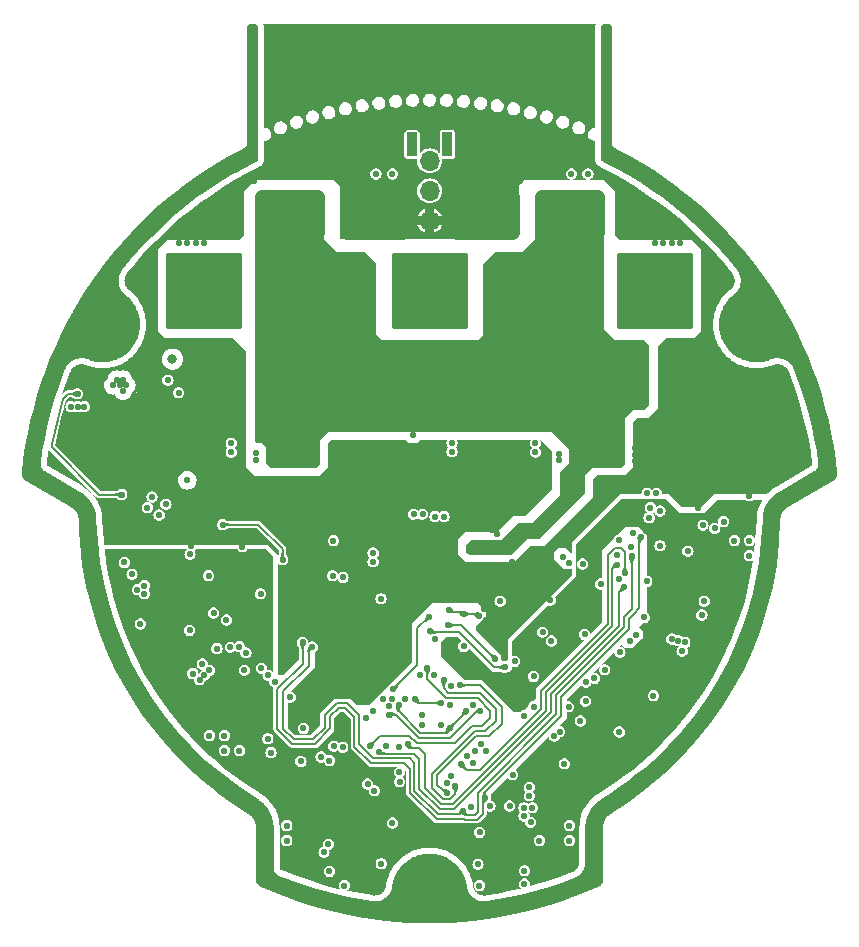
<source format=gbr>
%TF.GenerationSoftware,KiCad,Pcbnew,7.0.6*%
%TF.CreationDate,2023-12-31T16:15:44+01:00*%
%TF.ProjectId,amulet_controller,616d756c-6574-45f6-936f-6e74726f6c6c,1.0*%
%TF.SameCoordinates,PX6c3df60PY7735940*%
%TF.FileFunction,Copper,L4,Inr*%
%TF.FilePolarity,Positive*%
%FSLAX46Y46*%
G04 Gerber Fmt 4.6, Leading zero omitted, Abs format (unit mm)*
G04 Created by KiCad (PCBNEW 7.0.6) date 2023-12-31 16:15:44*
%MOMM*%
%LPD*%
G01*
G04 APERTURE LIST*
G04 Aperture macros list*
%AMRoundRect*
0 Rectangle with rounded corners*
0 $1 Rounding radius*
0 $2 $3 $4 $5 $6 $7 $8 $9 X,Y pos of 4 corners*
0 Add a 4 corners polygon primitive as box body*
4,1,4,$2,$3,$4,$5,$6,$7,$8,$9,$2,$3,0*
0 Add four circle primitives for the rounded corners*
1,1,$1+$1,$2,$3*
1,1,$1+$1,$4,$5*
1,1,$1+$1,$6,$7*
1,1,$1+$1,$8,$9*
0 Add four rect primitives between the rounded corners*
20,1,$1+$1,$2,$3,$4,$5,0*
20,1,$1+$1,$4,$5,$6,$7,0*
20,1,$1+$1,$6,$7,$8,$9,0*
20,1,$1+$1,$8,$9,$2,$3,0*%
G04 Aperture macros list end*
%TA.AperFunction,ComponentPad*%
%ADD10C,0.550000*%
%TD*%
%TA.AperFunction,ComponentPad*%
%ADD11C,0.800000*%
%TD*%
%TA.AperFunction,ComponentPad*%
%ADD12C,5.300000*%
%TD*%
%TA.AperFunction,ComponentPad*%
%ADD13C,1.700000*%
%TD*%
%TA.AperFunction,ComponentPad*%
%ADD14O,1.700000X1.700000*%
%TD*%
%TA.AperFunction,ComponentPad*%
%ADD15C,2.000000*%
%TD*%
%TA.AperFunction,ComponentPad*%
%ADD16RoundRect,0.325000X2.925000X2.925000X-2.925000X2.925000X-2.925000X-2.925000X2.925000X-2.925000X0*%
%TD*%
%TA.AperFunction,ComponentPad*%
%ADD17RoundRect,0.325000X-2.925000X-2.925000X2.925000X-2.925000X2.925000X2.925000X-2.925000X2.925000X0*%
%TD*%
%TA.AperFunction,ComponentPad*%
%ADD18RoundRect,0.415000X2.510000X1.660000X-2.510000X1.660000X-2.510000X-1.660000X2.510000X-1.660000X0*%
%TD*%
%TA.AperFunction,ComponentPad*%
%ADD19R,0.900000X2.000000*%
%TD*%
%TA.AperFunction,ComponentPad*%
%ADD20RoundRect,0.090000X0.360000X0.910000X-0.360000X0.910000X-0.360000X-0.910000X0.360000X-0.910000X0*%
%TD*%
%TA.AperFunction,ComponentPad*%
%ADD21C,0.600000*%
%TD*%
%TA.AperFunction,ViaPad*%
%ADD22C,0.550000*%
%TD*%
%TA.AperFunction,ViaPad*%
%ADD23C,0.800000*%
%TD*%
%TA.AperFunction,ViaPad*%
%ADD24C,0.600000*%
%TD*%
%TA.AperFunction,Conductor*%
%ADD25C,0.200000*%
%TD*%
G04 APERTURE END LIST*
D10*
%TO.N,GND*%
%TO.C,U10*%
X56850400Y37099900D03*
X57350400Y37999900D03*
X57350400Y36199900D03*
X57850400Y37099900D03*
%TD*%
D11*
%TO.N,CHASSIS*%
%TO.C,H2*%
X6087588Y48921440D03*
X4969366Y50378735D03*
X7908754Y48681679D03*
D12*
X7287588Y50999901D03*
D11*
X9366049Y49799901D03*
X6666422Y53318123D03*
X9605810Y51621067D03*
X8487588Y53078362D03*
%TD*%
D13*
%TO.N,GND*%
%TO.C,J11*%
X35000400Y59784900D03*
D14*
%TO.N,/Project Architecture/Interface - FD-CAN/FDCAN_P*%
X35000400Y62324900D03*
%TO.N,/Project Architecture/Interface - FD-CAN/FDCAN_N*%
X35000400Y64864900D03*
%TD*%
D11*
%TO.N,CHASSIS*%
%TO.C,H1*%
X37400400Y2999900D03*
X36697456Y1302844D03*
X36697456Y4696956D03*
D12*
X35000400Y2999900D03*
D11*
X35000400Y5399900D03*
X33303344Y1302844D03*
X33303344Y4696956D03*
X32600400Y2999900D03*
%TD*%
D10*
%TO.N,/Project Architecture/Motor Control - Top Level/Motor Control - Inverter/PHA*%
%TO.C,J3*%
X57050400Y50849900D03*
X57050400Y52779900D03*
X57050400Y53289900D03*
X57050400Y53799900D03*
X57050400Y54309900D03*
X57050400Y54819900D03*
X57050400Y56749900D03*
X56600400Y53034900D03*
X56600400Y53544900D03*
X56600400Y54054900D03*
X56600400Y54564900D03*
D15*
X56250400Y51649900D03*
X56250400Y55949900D03*
D10*
X56150400Y52779900D03*
X56150400Y53289900D03*
X56150400Y53799900D03*
X56150400Y54309900D03*
X56150400Y54819900D03*
X55120400Y50849900D03*
X55120400Y51749900D03*
X55120400Y55849900D03*
X55120400Y56749900D03*
X54865400Y51299900D03*
X54865400Y56299900D03*
X54610400Y50849900D03*
X54610400Y51749900D03*
X54610400Y55849900D03*
X54610400Y56749900D03*
X54355400Y51299900D03*
X54355400Y56299900D03*
X54100400Y50849900D03*
X54100400Y51749900D03*
D16*
X54100400Y53799900D03*
D10*
X54100400Y55849900D03*
X54100400Y56749900D03*
X53845400Y51299900D03*
X53845400Y56299900D03*
X53590400Y50849900D03*
X53590400Y51749900D03*
X53590400Y55849900D03*
X53590400Y56749900D03*
X53335400Y51299900D03*
X53335400Y56299900D03*
X53080400Y50849900D03*
X53080400Y51749900D03*
X53080400Y55849900D03*
X53080400Y56749900D03*
X52050400Y52779900D03*
X52050400Y53289900D03*
X52050400Y53799900D03*
X52050400Y54309900D03*
X52050400Y54819900D03*
D15*
X51950400Y51649900D03*
X51950400Y55949900D03*
D10*
X51600400Y53034900D03*
X51600400Y53544900D03*
X51600400Y54054900D03*
X51600400Y54564900D03*
X51150400Y50849900D03*
X51150400Y52779900D03*
X51150400Y53289900D03*
X51150400Y53799900D03*
X51150400Y54309900D03*
X51150400Y54819900D03*
X51150400Y56749900D03*
%TD*%
%TO.N,/Project Architecture/Motor Control - Top Level/Motor Control - Inverter/PHB*%
%TO.C,J4*%
X37950400Y50849900D03*
X37950400Y52779900D03*
X37950400Y53289900D03*
X37950400Y53799900D03*
X37950400Y54309900D03*
X37950400Y54819900D03*
X37950400Y56749900D03*
X37500400Y53034900D03*
X37500400Y53544900D03*
X37500400Y54054900D03*
X37500400Y54564900D03*
D15*
X37150400Y51649900D03*
X37150400Y55949900D03*
D10*
X37050400Y52779900D03*
X37050400Y53289900D03*
X37050400Y53799900D03*
X37050400Y54309900D03*
X37050400Y54819900D03*
X36020400Y50849900D03*
X36020400Y51749900D03*
X36020400Y55849900D03*
X36020400Y56749900D03*
X35765400Y51299900D03*
X35765400Y56299900D03*
X35510400Y50849900D03*
X35510400Y51749900D03*
X35510400Y55849900D03*
X35510400Y56749900D03*
X35255400Y51299900D03*
X35255400Y56299900D03*
X35000400Y50849900D03*
X35000400Y51749900D03*
D16*
X35000400Y53799900D03*
D10*
X35000400Y55849900D03*
X35000400Y56749900D03*
X34745400Y51299900D03*
X34745400Y56299900D03*
X34490400Y50849900D03*
X34490400Y51749900D03*
X34490400Y55849900D03*
X34490400Y56749900D03*
X34235400Y51299900D03*
X34235400Y56299900D03*
X33980400Y50849900D03*
X33980400Y51749900D03*
X33980400Y55849900D03*
X33980400Y56749900D03*
X32950400Y52779900D03*
X32950400Y53289900D03*
X32950400Y53799900D03*
X32950400Y54309900D03*
X32950400Y54819900D03*
D15*
X32850400Y51649900D03*
X32850400Y55949900D03*
D10*
X32500400Y53034900D03*
X32500400Y53544900D03*
X32500400Y54054900D03*
X32500400Y54564900D03*
X32050400Y50849900D03*
X32050400Y52779900D03*
X32050400Y53289900D03*
X32050400Y53799900D03*
X32050400Y54309900D03*
X32050400Y54819900D03*
X32050400Y56749900D03*
%TD*%
%TO.N,/Project Architecture/Motor Control - Top Level/Motor Control - Inverter/PHC*%
%TO.C,J5*%
X12950400Y56749900D03*
X12950400Y54819900D03*
X12950400Y54309900D03*
X12950400Y53799900D03*
X12950400Y53289900D03*
X12950400Y52779900D03*
X12950400Y50849900D03*
X13400400Y54564900D03*
X13400400Y54054900D03*
X13400400Y53544900D03*
X13400400Y53034900D03*
D15*
X13750400Y55949900D03*
X13750400Y51649900D03*
D10*
X13850400Y54819900D03*
X13850400Y54309900D03*
X13850400Y53799900D03*
X13850400Y53289900D03*
X13850400Y52779900D03*
X14880400Y56749900D03*
X14880400Y55849900D03*
X14880400Y51749900D03*
X14880400Y50849900D03*
X15135400Y56299900D03*
X15135400Y51299900D03*
X15390400Y56749900D03*
X15390400Y55849900D03*
X15390400Y51749900D03*
X15390400Y50849900D03*
X15645400Y56299900D03*
X15645400Y51299900D03*
X15900400Y56749900D03*
X15900400Y55849900D03*
D17*
X15900400Y53799900D03*
D10*
X15900400Y51749900D03*
X15900400Y50849900D03*
X16155400Y56299900D03*
X16155400Y51299900D03*
X16410400Y56749900D03*
X16410400Y55849900D03*
X16410400Y51749900D03*
X16410400Y50849900D03*
X16665400Y56299900D03*
X16665400Y51299900D03*
X16920400Y56749900D03*
X16920400Y55849900D03*
X16920400Y51749900D03*
X16920400Y50849900D03*
X17950400Y54819900D03*
X17950400Y54309900D03*
X17950400Y53799900D03*
X17950400Y53289900D03*
X17950400Y52779900D03*
D15*
X18050400Y55949900D03*
X18050400Y51649900D03*
D10*
X18400400Y54564900D03*
X18400400Y54054900D03*
X18400400Y53544900D03*
X18400400Y53034900D03*
X18850400Y56749900D03*
X18850400Y54819900D03*
X18850400Y54309900D03*
X18850400Y53799900D03*
X18850400Y53289900D03*
X18850400Y52779900D03*
X18850400Y50849900D03*
%TD*%
%TO.N,GND*%
%TO.C,U6*%
X36775238Y31056002D03*
X35806502Y32024738D03*
X36775238Y29443798D03*
X35969136Y30249900D03*
X35000400Y31218636D03*
X34194298Y32024738D03*
X35806502Y28475062D03*
X35000400Y29281164D03*
X34031664Y30249900D03*
X33225562Y31056002D03*
X34194298Y28475062D03*
X33225562Y29443798D03*
%TD*%
D11*
%TO.N,CHASSIS*%
%TO.C,H3*%
X61513211Y53078361D03*
X63334377Y53318122D03*
X60394989Y51621066D03*
D12*
X62713211Y50999900D03*
D11*
X60634750Y49799900D03*
X65031433Y50378734D03*
X62092045Y48681678D03*
X63913211Y48921439D03*
%TD*%
D10*
%TO.N,GND*%
%TO.C,J1*%
X42280400Y58719900D03*
X42280400Y59229900D03*
X42280400Y59739900D03*
X42280400Y60249900D03*
X42280400Y60759900D03*
X42280400Y61269900D03*
X42280400Y61779900D03*
X41830400Y58464900D03*
X41830400Y58974900D03*
X41830400Y59484900D03*
X41830400Y59994900D03*
X41830400Y60504900D03*
X41830400Y61014900D03*
X41830400Y61524900D03*
X41830400Y62034900D03*
X41380400Y58719900D03*
X41380400Y59229900D03*
X41380400Y59739900D03*
X41380400Y60249900D03*
X41380400Y60759900D03*
X41380400Y61269900D03*
X41380400Y61779900D03*
X40930400Y58464900D03*
X40930400Y58974900D03*
X40930400Y61524900D03*
X40930400Y62034900D03*
X40480400Y58719900D03*
X40480400Y61779900D03*
X40030400Y58464900D03*
X40030400Y62034900D03*
D18*
X39650400Y60249900D03*
D10*
X39270400Y58464900D03*
X39270400Y62034900D03*
X38820400Y58719900D03*
X38820400Y61779900D03*
X38370400Y58464900D03*
X38370400Y58974900D03*
X38370400Y61524900D03*
X38370400Y62034900D03*
X37920400Y58719900D03*
X37920400Y59229900D03*
X37920400Y59739900D03*
X37920400Y60249900D03*
X37920400Y60759900D03*
X37920400Y61269900D03*
X37920400Y61779900D03*
X37470400Y58464900D03*
X37470400Y58974900D03*
X37470400Y59484900D03*
X37470400Y59994900D03*
X37470400Y60504900D03*
X37470400Y61014900D03*
X37470400Y61524900D03*
X37470400Y62034900D03*
X37020400Y58719900D03*
X37020400Y59229900D03*
X37020400Y59739900D03*
X37020400Y60249900D03*
X37020400Y60759900D03*
X37020400Y61269900D03*
X37020400Y61779900D03*
%TO.N,+VBAT*%
X49480400Y58719900D03*
X49480400Y59229900D03*
X49480400Y59739900D03*
X49480400Y60249900D03*
X49480400Y60759900D03*
X49480400Y61269900D03*
X49480400Y61779900D03*
X49030400Y58464900D03*
X49030400Y58974900D03*
X49030400Y59484900D03*
X49030400Y59994900D03*
X49030400Y60504900D03*
X49030400Y61014900D03*
X49030400Y61524900D03*
X49030400Y62034900D03*
X48580400Y58719900D03*
X48580400Y59229900D03*
X48580400Y59739900D03*
X48580400Y60249900D03*
X48580400Y60759900D03*
X48580400Y61269900D03*
X48580400Y61779900D03*
X48130400Y58464900D03*
X48130400Y58974900D03*
X48130400Y61524900D03*
X48130400Y62034900D03*
X47680400Y58719900D03*
X47680400Y61779900D03*
X47230400Y58464900D03*
X47230400Y62034900D03*
D18*
X46850400Y60249900D03*
D10*
X46470400Y58464900D03*
X46470400Y62034900D03*
X46020400Y58719900D03*
X46020400Y61779900D03*
X45570400Y58464900D03*
X45570400Y58974900D03*
X45570400Y61524900D03*
X45570400Y62034900D03*
X45120400Y58719900D03*
X45120400Y59229900D03*
X45120400Y59739900D03*
X45120400Y60249900D03*
X45120400Y60759900D03*
X45120400Y61269900D03*
X45120400Y61779900D03*
X44670400Y58464900D03*
X44670400Y58974900D03*
X44670400Y59484900D03*
X44670400Y59994900D03*
X44670400Y60504900D03*
X44670400Y61014900D03*
X44670400Y61524900D03*
X44670400Y62034900D03*
X44220400Y58719900D03*
X44220400Y59229900D03*
X44220400Y59739900D03*
X44220400Y60249900D03*
X44220400Y60759900D03*
X44220400Y61269900D03*
X44220400Y61779900D03*
D19*
%TO.N,unconnected-(J1-PadMP1)*%
X36500400Y66249900D03*
%TO.N,CHASSIS*%
X50000400Y66249900D03*
%TD*%
D10*
%TO.N,GND*%
%TO.C,J2*%
X32980400Y58719900D03*
X32980400Y59229900D03*
X32980400Y59739900D03*
X32980400Y60249900D03*
X32980400Y60759900D03*
X32980400Y61269900D03*
X32980400Y61779900D03*
X32530400Y58464900D03*
X32530400Y58974900D03*
X32530400Y59484900D03*
X32530400Y59994900D03*
X32530400Y60504900D03*
X32530400Y61014900D03*
X32530400Y61524900D03*
X32530400Y62034900D03*
X32080400Y58719900D03*
X32080400Y59229900D03*
X32080400Y59739900D03*
X32080400Y60249900D03*
X32080400Y60759900D03*
X32080400Y61269900D03*
X32080400Y61779900D03*
X31630400Y58464900D03*
X31630400Y58974900D03*
X31630400Y61524900D03*
X31630400Y62034900D03*
X31180400Y58719900D03*
X31180400Y61779900D03*
X30730400Y58464900D03*
X30730400Y62034900D03*
D18*
X30350400Y60249900D03*
D10*
X29970400Y58464900D03*
X29970400Y62034900D03*
X29520400Y58719900D03*
X29520400Y61779900D03*
X29070400Y58464900D03*
X29070400Y58974900D03*
X29070400Y61524900D03*
X29070400Y62034900D03*
X28620400Y58719900D03*
X28620400Y59229900D03*
X28620400Y59739900D03*
X28620400Y60249900D03*
X28620400Y60759900D03*
X28620400Y61269900D03*
X28620400Y61779900D03*
X28170400Y58464900D03*
X28170400Y58974900D03*
X28170400Y59484900D03*
X28170400Y59994900D03*
X28170400Y60504900D03*
X28170400Y61014900D03*
X28170400Y61524900D03*
X28170400Y62034900D03*
X27720400Y58719900D03*
X27720400Y59229900D03*
X27720400Y59739900D03*
X27720400Y60249900D03*
X27720400Y60759900D03*
X27720400Y61269900D03*
X27720400Y61779900D03*
%TO.N,+VBAT*%
X25780400Y58719900D03*
X25780400Y59229900D03*
X25780400Y59739900D03*
X25780400Y60249900D03*
X25780400Y60759900D03*
X25780400Y61269900D03*
X25780400Y61779900D03*
X25330400Y58464900D03*
X25330400Y58974900D03*
X25330400Y59484900D03*
X25330400Y59994900D03*
X25330400Y60504900D03*
X25330400Y61014900D03*
X25330400Y61524900D03*
X25330400Y62034900D03*
X24880400Y58719900D03*
X24880400Y59229900D03*
X24880400Y59739900D03*
X24880400Y60249900D03*
X24880400Y60759900D03*
X24880400Y61269900D03*
X24880400Y61779900D03*
X24430400Y58464900D03*
X24430400Y58974900D03*
X24430400Y61524900D03*
X24430400Y62034900D03*
X23980400Y58719900D03*
X23980400Y61779900D03*
X23530400Y58464900D03*
X23530400Y62034900D03*
D18*
X23150400Y60249900D03*
D10*
X22770400Y58464900D03*
X22770400Y62034900D03*
X22320400Y58719900D03*
X22320400Y61779900D03*
X21870400Y58464900D03*
X21870400Y58974900D03*
X21870400Y61524900D03*
X21870400Y62034900D03*
X21420400Y58719900D03*
X21420400Y59229900D03*
X21420400Y59739900D03*
X21420400Y60249900D03*
X21420400Y60759900D03*
X21420400Y61269900D03*
X21420400Y61779900D03*
X20970400Y58464900D03*
X20970400Y58974900D03*
X20970400Y59484900D03*
X20970400Y59994900D03*
X20970400Y60504900D03*
X20970400Y61014900D03*
X20970400Y61524900D03*
X20970400Y62034900D03*
X20520400Y58719900D03*
X20520400Y59229900D03*
X20520400Y59739900D03*
X20520400Y60249900D03*
X20520400Y60759900D03*
X20520400Y61269900D03*
X20520400Y61779900D03*
D20*
%TO.N,unconnected-(J2-PadMP1)*%
X33500400Y66249900D03*
%TO.N,CHASSIS*%
X20000400Y66249900D03*
%TD*%
D21*
%TO.N,GND*%
%TO.C,U4*%
X15775399Y33874903D03*
X15775399Y32874903D03*
%TD*%
D22*
%TO.N,/Project Architecture/Interface - Interconnects/RS422_D-*%
X21900400Y20749900D03*
%TO.N,/Project Architecture/Interface - Interconnects/RS422_D+*%
X23200400Y19449900D03*
%TO.N,/Project Architecture/Interface - Interconnects/RS422_R+*%
X19449946Y23199446D03*
%TO.N,/Project Architecture/Interface - Interconnects/RS422_R-*%
X20749946Y21899446D03*
%TO.N,/Project Architecture/Interface - Interconnects/AUX2_B*%
X38080400Y18269900D03*
X32375400Y18774900D03*
X36700400Y16824900D03*
%TO.N,/Project Architecture/Interface - Interconnects/AUX2_C*%
X33800400Y19299900D03*
X35974423Y18963962D03*
%TO.N,/Project Architecture/Interface - Interconnects/POS_SENSOR_CS*%
X31050400Y19249900D03*
%TO.N,/Project Architecture/Interface - Interconnects/AUX1_A*%
X30710400Y14844400D03*
X51475400Y28774900D03*
%TO.N,GND*%
X42350400Y29919900D03*
X52925400Y40237400D03*
X42575400Y40599900D03*
X17200400Y37749900D03*
X26340400Y70809900D03*
X33730400Y74619900D03*
X17675400Y38574900D03*
X16990400Y23559900D03*
X16293442Y29739484D03*
X27600400Y40524900D03*
X9150400Y30849900D03*
X27125400Y39699900D03*
X5750400Y46899900D03*
X23800400Y72079900D03*
X41225400Y38249900D03*
X40750400Y37974900D03*
X9800400Y29849900D03*
X59500000Y55300000D03*
X49495426Y29022696D03*
X20310400Y40104900D03*
X16725400Y36374900D03*
X25206633Y24856133D03*
X56950400Y42524900D03*
X56950400Y39224900D03*
X30150400Y72079900D03*
X52425400Y39987400D03*
X44930400Y72079900D03*
X27610400Y70809900D03*
X17675400Y36924900D03*
X36225399Y38799900D03*
X40275400Y33574900D03*
X60700400Y39279900D03*
X43030400Y3629900D03*
X14830400Y32219900D03*
X39450400Y65249900D03*
X59147279Y33745140D03*
X17675400Y36374900D03*
X6250400Y46049900D03*
X41550400Y29119900D03*
X54800000Y57900000D03*
X56950400Y40324900D03*
X46200400Y74619900D03*
X40750400Y37424900D03*
X36700400Y39074900D03*
X64840400Y46389900D03*
X48120000Y24760000D03*
X26340400Y72079900D03*
X52925400Y40787400D03*
X40750400Y38524900D03*
X41350400Y22759900D03*
X37900400Y23749900D03*
X44930400Y70809900D03*
X26150400Y19649900D03*
X35750400Y39624900D03*
X22910400Y7309900D03*
X42025400Y12874900D03*
X31480400Y27219900D03*
X27600400Y39974900D03*
X44135400Y29439900D03*
X13050400Y38674900D03*
X51050400Y29409900D03*
X58152374Y34011727D03*
X6750400Y46899900D03*
X25070400Y74619900D03*
X42970400Y17869900D03*
X24975000Y67175000D03*
X24965397Y33009903D03*
X42650400Y38524900D03*
X16711373Y26574522D03*
X52425400Y40537400D03*
X18900400Y23724900D03*
X37650400Y38524900D03*
X53390402Y29249903D03*
X23600400Y24549900D03*
X56950400Y44174900D03*
X36225400Y38249900D03*
X43660400Y70809900D03*
X54140400Y37499900D03*
X53690400Y35499900D03*
X13050400Y40324900D03*
X41950400Y29519900D03*
X25070400Y70809900D03*
X5100400Y41149900D03*
X21300400Y15929900D03*
X20700400Y28199900D03*
X38250400Y40599900D03*
X30600400Y37299900D03*
X41700400Y39624900D03*
X16250400Y38299900D03*
X13050400Y44724900D03*
X14675400Y25099900D03*
X34800400Y38524900D03*
X60810400Y32709900D03*
X34325400Y17899900D03*
X41225400Y38799900D03*
X44560400Y24949900D03*
X42390400Y72079900D03*
X38200400Y14449900D03*
X18860000Y63130000D03*
X52194609Y33374400D03*
X24300400Y26099900D03*
X36270400Y75889900D03*
X14950400Y21449900D03*
X32130400Y26529900D03*
X37175400Y37699900D03*
X23570400Y16639900D03*
X39850400Y73349900D03*
X38650400Y18809900D03*
X38600400Y38524900D03*
X38125400Y38249900D03*
X9700400Y40319900D03*
X20130001Y63130000D03*
X22600400Y26699900D03*
X7200400Y37379900D03*
X35400400Y21349900D03*
X10500400Y25649900D03*
X31275400Y40424900D03*
X21400000Y64050000D03*
X35275400Y39349900D03*
X35275400Y38249900D03*
X41730400Y27459900D03*
X40275400Y37699900D03*
X48960400Y21039900D03*
X13050400Y40874900D03*
X41225400Y37699900D03*
X27125400Y40799900D03*
X17200400Y35549900D03*
X16725400Y38024900D03*
X27600400Y39424900D03*
X56950400Y44724900D03*
X16250400Y36649900D03*
X35000400Y72079900D03*
X29190400Y21399900D03*
X43660400Y73349900D03*
X41120400Y70809900D03*
X17200400Y36099900D03*
X37770400Y65729900D03*
X4525400Y45849900D03*
X10900000Y55900000D03*
X35275400Y37699900D03*
X33730400Y75889900D03*
X23800400Y70809900D03*
X26340400Y73349900D03*
X35975400Y17074900D03*
X42650400Y63189900D03*
X26520400Y4699900D03*
X35000400Y73349900D03*
X3050400Y39324900D03*
X46840400Y7309900D03*
X42390400Y70809900D03*
X42175400Y38249900D03*
X40275400Y38249900D03*
X13230400Y35239900D03*
X17675400Y35274900D03*
X9490400Y36059900D03*
X36270400Y72079900D03*
X36225400Y37699900D03*
X17200400Y38299900D03*
X44930400Y73349900D03*
X38600400Y37974900D03*
X36270400Y74619900D03*
X40750400Y39074900D03*
X42350400Y30479900D03*
X46200400Y72079900D03*
X33730400Y73349900D03*
X64620400Y39059900D03*
X64840400Y42789900D03*
X26725400Y20224900D03*
X17675400Y35824900D03*
X53400400Y39412400D03*
X53950400Y19574900D03*
X21570400Y14759900D03*
X51050400Y16499900D03*
X28880400Y72079900D03*
X26625400Y39999900D03*
X13800000Y57900000D03*
X62080400Y31439900D03*
X16250400Y37749900D03*
X13050400Y42524900D03*
X42175400Y37699900D03*
X23800400Y73349900D03*
X16725400Y36924900D03*
X40700400Y33224900D03*
X15200000Y57900000D03*
X27550400Y33049900D03*
X66580400Y41889900D03*
X25070400Y73349900D03*
X41950400Y30879900D03*
X56950400Y39774900D03*
X56950400Y43624900D03*
X30150400Y74619900D03*
X37650400Y37974900D03*
X28880400Y70809900D03*
X36786082Y20413512D03*
X39100400Y5299900D03*
X46200400Y69539900D03*
X30150400Y73349900D03*
X43450400Y11799900D03*
X28430400Y21969900D03*
X59901930Y34319354D03*
X26625400Y39449900D03*
X35275400Y38799900D03*
X41120400Y74619900D03*
X32130400Y25949900D03*
X44650400Y28959900D03*
X17630400Y14929900D03*
X57750400Y35479900D03*
X13050400Y41424900D03*
X35750400Y38524900D03*
X16725400Y35824900D03*
X29850400Y40149900D03*
X36725400Y18774900D03*
X35750400Y37974900D03*
X43475400Y31749900D03*
X53180400Y26199900D03*
X27610400Y72079900D03*
X41700400Y37974900D03*
X14711422Y31540429D03*
X45925399Y39499902D03*
X56950400Y43074900D03*
X15900000Y57900000D03*
X16800400Y40563479D03*
X15750400Y22249900D03*
X42390400Y74619900D03*
X42650400Y37974900D03*
X16725400Y38574900D03*
X26890400Y15299900D03*
X39610400Y27989900D03*
X46200400Y73349900D03*
X52925400Y39687400D03*
X16360400Y16199900D03*
X56950400Y40874900D03*
X36225400Y39349900D03*
X40275400Y39899900D03*
X21325400Y21299900D03*
X27610400Y73349900D03*
X32930400Y19279900D03*
X16250400Y37199900D03*
X28990400Y22519900D03*
X46200400Y70809900D03*
X17675400Y38024900D03*
X27270400Y19549900D03*
X40275400Y39349900D03*
X15180400Y35369900D03*
X42390400Y73349900D03*
X43660400Y74619900D03*
X44930400Y74619900D03*
X17675400Y37474900D03*
X55500000Y57900000D03*
X39850400Y72079900D03*
X9700400Y38559900D03*
X16250400Y35549900D03*
X13050400Y43074900D03*
X31300400Y15340350D03*
X36700400Y37974900D03*
X43800400Y18649900D03*
X27790400Y3499900D03*
X35425400Y24349900D03*
X62080400Y36519900D03*
X53400400Y40499900D03*
X64840400Y44589900D03*
X14500000Y57900000D03*
X16725400Y37474900D03*
X41225400Y39349900D03*
X43560400Y8859900D03*
X66580400Y40099900D03*
X66580400Y40999900D03*
X36270400Y73349900D03*
X25600400Y22499900D03*
X43030400Y4749900D03*
X36675400Y35349900D03*
X52425400Y39437400D03*
X29600400Y30424900D03*
X56380400Y23339900D03*
X19310400Y21729900D03*
X30050400Y23649900D03*
X35750400Y39074900D03*
X44300400Y7309900D03*
X46840400Y8579900D03*
X31850400Y8799900D03*
X17200400Y37199900D03*
X39850400Y74619900D03*
X30800400Y40699900D03*
X39640400Y26949900D03*
X62080400Y32709900D03*
X31600400Y18709900D03*
X19150400Y32199900D03*
X31275400Y40974900D03*
X40310400Y68269900D03*
X41700400Y38524900D03*
X11280400Y51759900D03*
X45310400Y24199900D03*
X56950400Y41974900D03*
X50900400Y31499900D03*
X18900400Y14929900D03*
X13050400Y41974900D03*
X30900400Y5349900D03*
X38125400Y37699900D03*
X43125400Y37699900D03*
X32130400Y27109900D03*
X41700400Y37424900D03*
X27610400Y74619900D03*
X13050400Y39224900D03*
X27125400Y40249900D03*
X56950400Y41424900D03*
X16725400Y35274900D03*
X39220400Y3499900D03*
X31220400Y65729900D03*
X26625400Y40549900D03*
X16250400Y36099900D03*
X64840400Y41889900D03*
X11280400Y54299900D03*
X7940400Y35839900D03*
X39225400Y7999900D03*
X56200000Y57900000D03*
X26340400Y74619900D03*
X23725400Y18899900D03*
X39880400Y28469900D03*
X17200399Y36649900D03*
X17630400Y16199900D03*
X48200400Y19099900D03*
X30325400Y40424900D03*
X41120400Y73349900D03*
X23800400Y74619900D03*
X31840400Y19329900D03*
X43450400Y11099900D03*
X51025400Y32724900D03*
X26510400Y14079900D03*
X20310400Y39529900D03*
X41775400Y10224900D03*
X5100400Y41699900D03*
X11280400Y53029900D03*
X39350400Y15499900D03*
X35025400Y35424900D03*
X45925397Y40074903D03*
X53400400Y39962400D03*
X10550000Y55300000D03*
X40750400Y39624900D03*
X36700400Y38524900D03*
X13050400Y43624900D03*
X28880400Y73349900D03*
X29550400Y32124900D03*
X40725400Y40624900D03*
X54100000Y57900000D03*
X64840400Y45489900D03*
X58250401Y27564900D03*
X30150400Y68269900D03*
X37175400Y38249900D03*
X59500000Y54700000D03*
X56950400Y38674900D03*
X52080400Y32129900D03*
X17800400Y25979900D03*
X42650400Y37424900D03*
X30325400Y39874900D03*
X42775400Y31049900D03*
X35000400Y67299900D03*
X45230400Y27659900D03*
X59500000Y54100000D03*
X30200400Y18249900D03*
X22910400Y8579900D03*
X56870072Y31807346D03*
X45180400Y28639900D03*
X58050400Y26399900D03*
X43660400Y72079900D03*
X43125400Y38249900D03*
X64840400Y43689900D03*
X40100400Y10229900D03*
X51123195Y23247105D03*
X13050400Y44174900D03*
X64840400Y40989900D03*
X25070400Y72079900D03*
X36450400Y12149900D03*
X38525900Y10149900D03*
X13050400Y39774900D03*
X41120400Y72079900D03*
X41700400Y39074900D03*
X42200400Y22474900D03*
X11250000Y55300000D03*
X11280400Y50489900D03*
X43810400Y21199900D03*
X41225400Y39899900D03*
X33730400Y72079900D03*
X30800400Y40149900D03*
X54506289Y32265916D03*
X29750400Y12099900D03*
X34800400Y37974900D03*
X32450400Y15249900D03*
X28880400Y74619900D03*
X31775400Y25349900D03*
X23800400Y69539900D03*
X18130400Y23669900D03*
X26150400Y18899900D03*
X26060400Y6309900D03*
X40275400Y38799900D03*
X47730400Y65729900D03*
%TO.N,+3V3*%
X36600400Y24049900D03*
X40075400Y7999900D03*
X59440400Y34909900D03*
X27580400Y17839900D03*
X57680400Y25689900D03*
X32425400Y8249900D03*
X19050400Y31399900D03*
X13800400Y31299900D03*
X50404867Y16059900D03*
X43200400Y19249900D03*
X18500400Y31699900D03*
X55210398Y30169902D03*
X26080400Y13384400D03*
X43600400Y13999900D03*
X17520400Y24279900D03*
%TO.N,/Project Architecture/Interface - Interconnects/AUX1_B*%
X51535900Y29999900D03*
X37670400Y13749900D03*
%TO.N,/Project Architecture/Interface - Interconnects/AUX1_C*%
X33168726Y15463819D03*
X50850400Y30674900D03*
%TO.N,+5V*%
X4650400Y44049900D03*
X15928082Y21310846D03*
X11500400Y36399900D03*
X10250400Y28549900D03*
X56063202Y24222053D03*
X46400400Y13799900D03*
X56609274Y24078121D03*
X53420400Y36699900D03*
X5750400Y44049900D03*
X10850400Y28899900D03*
X16330400Y21709900D03*
X10850400Y28199900D03*
X54190400Y36699900D03*
X5200400Y44049900D03*
X32450400Y13089900D03*
X15530400Y20909900D03*
X55516454Y24370942D03*
X24100400Y13999900D03*
%TO.N,/Project Architecture/Interface - Interconnects/AUX2_A*%
X31578994Y17960703D03*
X39275900Y18304400D03*
%TO.N,/Project Architecture/Interface - Interconnects/NRST*%
X49830400Y21769900D03*
X46769167Y18631133D03*
%TO.N,/Project Architecture/Interface - RS-422/RS422_~{RE}*%
X29628418Y17708300D03*
%TO.N,/Project Architecture/Interface - RS-422/RS422_DE*%
X27650400Y15199900D03*
%TO.N,+VBAT*%
X51275400Y41024900D03*
X23300400Y45874900D03*
X33000400Y45874900D03*
X51275400Y39449900D03*
X52300400Y44274900D03*
X31400400Y45874900D03*
X33600400Y41624900D03*
X24100400Y45874900D03*
X24100400Y44274900D03*
X25475400Y41024900D03*
X24900400Y44274900D03*
X24925400Y42749900D03*
X49100400Y44274900D03*
X52300400Y47474900D03*
X24375400Y40449900D03*
X31400400Y45074900D03*
X23825400Y40449900D03*
X51275400Y42174900D03*
X33800400Y47474900D03*
X49075400Y42749900D03*
X32200400Y45874900D03*
X50450400Y39949900D03*
X50175400Y42749900D03*
X26500400Y45074900D03*
X50700400Y46674900D03*
X29800400Y45874900D03*
X30600400Y44274900D03*
X26500400Y47474900D03*
X24650400Y39949900D03*
X24375400Y39449900D03*
X26500400Y45874900D03*
X33000400Y45074900D03*
X51500400Y45874900D03*
X25475400Y40449900D03*
X33175400Y42749899D03*
X33600400Y42174900D03*
X33800400Y45874900D03*
X51500400Y44274900D03*
X32200400Y47474900D03*
X24925400Y39449900D03*
X34275400Y42749900D03*
X49900400Y44274900D03*
D23*
X13220000Y48060000D03*
D22*
X32200400Y45074900D03*
X23550400Y39949900D03*
X51275400Y41599900D03*
X51000400Y39949900D03*
X29800400Y46674900D03*
X29800400Y47474900D03*
X53100400Y46674900D03*
X49900400Y39949900D03*
X51275400Y42749900D03*
X27300400Y44274900D03*
X8225400Y45849900D03*
X53100400Y44274900D03*
X24925400Y40449900D03*
X30600400Y45074900D03*
X49100400Y45074900D03*
X24375400Y42749900D03*
X49900400Y46674900D03*
X53100400Y45074900D03*
X33800400Y45074900D03*
X50725400Y39449900D03*
X50700400Y45074900D03*
X50700400Y47474900D03*
X25700400Y46674900D03*
X24100400Y47474900D03*
X32625400Y42749900D03*
X9325400Y45849900D03*
X51275400Y40449900D03*
X23825400Y39449900D03*
X25700400Y45874900D03*
X25475400Y41599900D03*
X24900400Y46674900D03*
X51500400Y46674900D03*
X24900400Y45874900D03*
X50175400Y40449900D03*
X49900400Y47474900D03*
X38330400Y31809900D03*
X27300400Y45074900D03*
X52300400Y46674900D03*
X42050400Y32049900D03*
X24100400Y45074900D03*
X49350400Y39949900D03*
X33000400Y47474900D03*
X25700400Y45074900D03*
X8775400Y45849900D03*
X9050400Y46324900D03*
X24900400Y45074900D03*
X50175400Y39449900D03*
X49625400Y42749900D03*
X23300400Y45074900D03*
D23*
X41450000Y49480000D03*
D22*
X33000400Y46674900D03*
X33800400Y46674900D03*
X24100400Y39949900D03*
X27300400Y45874900D03*
X31400400Y46674900D03*
X52300400Y45074900D03*
X50700400Y44274900D03*
X29800400Y44274900D03*
X23300400Y44274900D03*
X51500400Y47474900D03*
X50700400Y45874900D03*
X26500400Y44274900D03*
X31400400Y44274900D03*
X33000400Y44274900D03*
X23825400Y42749900D03*
X53100400Y45874900D03*
X23275400Y40449900D03*
X33725400Y42749900D03*
X49100400Y46674900D03*
X51500400Y45074900D03*
X25475400Y39449900D03*
X25700400Y44274900D03*
X30600400Y45874900D03*
X30600400Y47474900D03*
X52300400Y45874900D03*
X25475400Y42749900D03*
X42600400Y32599900D03*
X32200400Y44274900D03*
X49075400Y40449900D03*
X29800400Y45074900D03*
X49625400Y40449900D03*
X8500400Y46324900D03*
X53100400Y47474900D03*
X25475400Y42174900D03*
X24100400Y46674900D03*
X25200400Y39949900D03*
X33800400Y44274900D03*
X23300400Y47474900D03*
X49625400Y39449900D03*
X31400400Y47474900D03*
X49900400Y45874900D03*
X27300400Y46674900D03*
X26500400Y46674900D03*
X14500400Y37799900D03*
X9050400Y45374900D03*
X30600400Y46674900D03*
X23275400Y42749900D03*
X50725400Y40449900D03*
X24900400Y47474900D03*
X23300400Y46674900D03*
X49100400Y45874900D03*
X49100400Y47474900D03*
X27300400Y47474900D03*
X32200400Y46674900D03*
X25700400Y47474900D03*
X49900400Y45074900D03*
X50725400Y42749900D03*
X39320400Y32379900D03*
%TO.N,/Project Architecture/Interface - Interconnects/SWCLK*%
X48240400Y20739900D03*
X47756633Y17424400D03*
%TO.N,/Project Architecture/Interface - Interconnects/AUX1_D*%
X37803208Y9808071D03*
X25050400Y23692813D03*
X52110400Y31369900D03*
%TO.N,+A3V3*%
X26800400Y29724900D03*
X27670400Y29579900D03*
X13750400Y45224900D03*
X26425400Y6999900D03*
X24316667Y16796167D03*
X26850400Y32699900D03*
X30890057Y27780243D03*
%TO.N,/Project Architecture/Interface - Interconnects/AUX1_E*%
X24250400Y24099900D03*
X52856633Y33016133D03*
X39680400Y10889900D03*
%TO.N,/Project Architecture/Interface - FD-CAN/FDCAN_RX*%
X54500400Y35204400D03*
X38705730Y13855230D03*
%TO.N,/Project Architecture/Interface - FD-CAN/FDCAN_TX*%
X38850400Y14899900D03*
X53590400Y34639900D03*
%TO.N,/Project Architecture/Interface - Interconnects/AUX2_D*%
X34350900Y17111188D03*
X39800400Y14873142D03*
%TO.N,/Project Architecture/Motor Control - Top Level/SA_P*%
X43950400Y40949900D03*
X36216733Y34739576D03*
%TO.N,/Project Architecture/Motor Control - Top Level/SA_N*%
X35466733Y34739576D03*
X43950400Y40199900D03*
%TO.N,/Project Architecture/Motor Control - Top Level/SB_N*%
X34401061Y34926332D03*
X36900400Y40224900D03*
%TO.N,/Project Architecture/Motor Control - Top Level/SB_P*%
X33651061Y34926332D03*
X36900400Y40974900D03*
%TO.N,/Project Architecture/Motor Control - Top Level/SC_P*%
X18200400Y40933480D03*
X30213881Y31652926D03*
%TO.N,/Project Architecture/Motor Control - Top Level/SC_N*%
X30213881Y30902926D03*
X18200400Y40183480D03*
%TO.N,/Project Architecture/Power - Generation/FB_5V*%
X8940400Y36599900D03*
X5200000Y45130000D03*
D24*
%TO.N,CHASSIS*%
X57277735Y16535529D03*
X48930414Y5307662D03*
X63925786Y34476925D03*
X5472061Y35831376D03*
X50000000Y72950000D03*
X43037912Y2019894D03*
X62825797Y27079200D03*
X62378215Y25647712D03*
X68336824Y38150134D03*
X10892710Y18941082D03*
X8103718Y24241351D03*
X44486721Y2407964D03*
X68417049Y40881516D03*
X20000000Y68450000D03*
X4222066Y36650163D03*
X15810470Y13306213D03*
X12683079Y16535558D03*
X59867469Y20210113D03*
X6101049Y32978573D03*
X66862171Y46668460D03*
X20000000Y75950000D03*
X53001097Y12342481D03*
X61857096Y24241322D03*
X38608600Y1244300D03*
X2193277Y43809390D03*
X41573382Y1696193D03*
X18157334Y11439620D03*
X9360779Y21518898D03*
X3098643Y46668489D03*
X68124640Y42352615D03*
X50560709Y10599937D03*
X14712672Y14328142D03*
X6244494Y31485616D03*
X48710683Y3950201D03*
X63495750Y30002063D03*
D22*
X30450400Y63749900D03*
D24*
X60600035Y21518869D03*
X56291541Y15405529D03*
X21030400Y5307691D03*
X1316610Y39398968D03*
X29864830Y1437522D03*
X20000000Y72950000D03*
X59068104Y18941053D03*
X50000000Y75950000D03*
X13669273Y15405558D03*
X1836174Y42352644D03*
X67767537Y43809361D03*
X63716320Y31485587D03*
X50000000Y68450000D03*
X7135017Y27079229D03*
X20595814Y9710185D03*
X50000000Y74450000D03*
X67037789Y37400134D03*
D22*
X47000400Y63749900D03*
D24*
X68644204Y39398939D03*
X10093345Y20210142D03*
X1623990Y38150163D03*
X50000000Y71450000D03*
X2923025Y37400163D03*
D22*
X31850400Y63749900D03*
D24*
X55248142Y14328113D03*
X8696975Y22863841D03*
X16959717Y12342510D03*
D22*
X48400400Y63749900D03*
D24*
X21250131Y3950230D03*
X64488753Y35831347D03*
X20000000Y71450000D03*
X21030400Y6807693D03*
X50000000Y69950000D03*
X45916972Y2859649D03*
X63198646Y28531949D03*
X49365000Y9710156D03*
X54150344Y13306184D03*
X11756725Y17715123D03*
X21030400Y8307695D03*
X31352214Y1244329D03*
X58204089Y17715094D03*
X6465064Y30002092D03*
X1543765Y40881545D03*
X3645136Y48065263D03*
X6035028Y34476954D03*
X25474093Y2407993D03*
X2614370Y45248942D03*
X65738748Y36650134D03*
X61263839Y22863812D03*
X20000000Y74450000D03*
X6762168Y28531978D03*
X24043842Y2859678D03*
X28387432Y1696222D03*
X51803480Y11439591D03*
X66315678Y48065234D03*
X47325873Y3374060D03*
X7582599Y25647741D03*
X22634941Y3374089D03*
X67346444Y45248913D03*
X26922902Y2019923D03*
X48930414Y6807664D03*
X20000000Y69950000D03*
X48930414Y8307666D03*
X19400105Y10599966D03*
X63859765Y32978544D03*
X40095984Y1437493D03*
D22*
%TO.N,+12V*%
X46010400Y16529900D03*
X45550400Y16159900D03*
X43000400Y9389900D03*
X43700400Y10089900D03*
X43000400Y10089900D03*
%TO.N,/Project Architecture/Power - Generation/FB_12V*%
X40975400Y27574900D03*
X47957468Y30712934D03*
%TO.N,/Project Architecture/Power - Generation/VOS_3V3*%
X17480400Y34059900D03*
X22547998Y31096500D03*
%TO.N,/Project Architecture/MCU - IOs/FAN_CTRL*%
X36839375Y12790565D03*
%TO.N,/Project Architecture/MCU - IOs/MOTOR_FAULT*%
X29950400Y15339900D03*
X34800400Y21899900D03*
%TO.N,/Project Architecture/MCU - IOs/DRV_MISO*%
X37170891Y11898961D03*
X36194167Y20893667D03*
%TO.N,/Project Architecture/MCU - IOs/SENSE_VBAT*%
X12674900Y35774900D03*
X32452325Y12294292D03*
%TO.N,/Project Architecture/MCU - IOs/SENSE_TEMP_FET*%
X25818535Y14389900D03*
X12840000Y46280000D03*
X11101490Y35501629D03*
%TO.N,/Project Architecture/MCU - IOs/SENSE_TEMP_MOT*%
X30313220Y11524400D03*
%TO.N,/Project Architecture/MCU - IOs/BOARD_VERSION*%
X34150400Y21299900D03*
%TO.N,/Project Architecture/MCU - IOs/DRV_SCLK*%
X37540400Y20459900D03*
X36462313Y11368840D03*
%TO.N,/Project Architecture/MCU - IOs/DRV_CS*%
X34971105Y26270605D03*
X31900400Y20099900D03*
%TO.N,/Project Architecture/MCU - IOs/MOTOR_HIZ*%
X39150400Y26359900D03*
X36654370Y26828870D03*
X37875400Y26499900D03*
%TO.N,/Project Architecture/MCU - IOs/MOTOR_ENABLE*%
X36547263Y25521763D03*
X40576633Y22686133D03*
%TO.N,/Project Architecture/MCU - IOs/DRV_MOSI*%
X35019167Y25018667D03*
X41361721Y21980558D03*
%TO.N,/Project Architecture/Power - Generation/F_VIN_12V*%
X52440665Y24697934D03*
X46810665Y30812934D03*
X51965665Y24222934D03*
X46335665Y31287934D03*
%TO.N,/Project Architecture/Power - Generation/PG_5V*%
X12100400Y34874900D03*
%TD*%
D25*
%TO.N,/Project Architecture/Interface - Interconnects/AUX2_B*%
X36700400Y16824900D02*
X36325400Y16449900D01*
X34191086Y16449900D02*
X32375400Y18265586D01*
X38080400Y18229900D02*
X36700400Y16849900D01*
X36700400Y16849900D02*
X36700400Y16824900D01*
X32375400Y18265586D02*
X32375400Y18774900D01*
X36325400Y16449900D02*
X34191086Y16449900D01*
X38080400Y18269900D02*
X38080400Y18229900D01*
%TO.N,/Project Architecture/Interface - Interconnects/AUX2_C*%
X35974423Y18963962D02*
X34136338Y18963962D01*
X34136338Y18963962D02*
X33800400Y19299900D01*
%TO.N,/Project Architecture/Interface - Interconnects/AUX1_A*%
X30710400Y14844400D02*
X30884900Y14669900D01*
X34110400Y14219900D02*
X34110400Y11704214D01*
X30884900Y14669900D02*
X33660400Y14669900D01*
X45300400Y18153086D02*
X45300400Y19751272D01*
X35854714Y9959900D02*
X37107214Y9959900D01*
X51060400Y25511272D02*
X51060400Y28359900D01*
X51060400Y28359900D02*
X51475400Y28774900D01*
X37107214Y9959900D02*
X45300400Y18153086D01*
X34110400Y11704214D02*
X35854714Y9959900D01*
X33660400Y14669900D02*
X34110400Y14219900D01*
X45300400Y19751272D02*
X51060400Y25511272D01*
%TO.N,/Project Architecture/Interface - Interconnects/AUX1_B*%
X51535900Y31739399D02*
X51535900Y29999900D01*
X50662227Y32074900D02*
X51200399Y32074900D01*
X44425400Y19749900D02*
X44425400Y18461727D01*
X38140070Y13280230D02*
X37670400Y13749900D01*
X51200399Y32074900D02*
X51535900Y31739399D01*
X44425400Y18461727D02*
X39243903Y13280230D01*
X44425400Y19749900D02*
X44425400Y20007644D01*
X50075400Y25657644D02*
X50075400Y31488073D01*
X50075400Y31488073D02*
X50662227Y32074900D01*
X44425400Y20007644D02*
X50075400Y25657644D01*
X39243903Y13280230D02*
X38140070Y13280230D01*
%TO.N,/Project Architecture/Interface - Interconnects/AUX1_C*%
X50475400Y30299900D02*
X50850400Y30674900D01*
X33507645Y15124900D02*
X34075400Y15124900D01*
X44825400Y19841958D02*
X50475400Y25491958D01*
X33168726Y15463819D02*
X33507645Y15124900D01*
X50475400Y25491958D02*
X50475400Y30299900D01*
X44825400Y18274900D02*
X44825400Y19841958D01*
X34590400Y11789900D02*
X35990400Y10389900D01*
X34590400Y14609900D02*
X34590400Y11789900D01*
X36940400Y10389900D02*
X44825400Y18274900D01*
X34075400Y15124900D02*
X34590400Y14609900D01*
X35990400Y10389900D02*
X36940400Y10389900D01*
%TO.N,/Project Architecture/Interface - Interconnects/AUX2_A*%
X39034900Y18304400D02*
X39275900Y18304400D01*
X31578994Y17960703D02*
X32114597Y17960703D01*
X34100400Y15974900D02*
X36705400Y15974900D01*
X32114597Y17960703D02*
X34100400Y15974900D01*
X36705400Y15974900D02*
X39034900Y18304400D01*
%TO.N,/Project Architecture/Interface - Interconnects/AUX1_D*%
X25050400Y23692813D02*
X24750400Y23392813D01*
X37555037Y9559900D02*
X37803208Y9808071D01*
X35689028Y9559900D02*
X37555037Y9559900D01*
X38131379Y9479900D02*
X37803208Y9808071D01*
X26110400Y17909900D02*
X27130400Y18929900D01*
X51460400Y26242271D02*
X51460400Y25345586D01*
X28010400Y18929900D02*
X29030400Y17909900D01*
X22620400Y16776727D02*
X23497227Y15899900D01*
X45725400Y17990586D02*
X39100400Y11365586D01*
X24750400Y22089900D02*
X22620400Y19959900D01*
X33330400Y14269900D02*
X33710400Y13889900D01*
X51460400Y25345586D02*
X45725400Y19610586D01*
X29030400Y17909900D02*
X29030400Y15446727D01*
X23497227Y15899900D02*
X25140400Y15899900D01*
X30207227Y14269900D02*
X33330400Y14269900D01*
X33710400Y11538528D02*
X35689028Y9559900D01*
X25140400Y15899900D02*
X26110400Y16869900D01*
X39100400Y11365586D02*
X39100400Y9715586D01*
X39100400Y9715586D02*
X38864714Y9479900D01*
X27130400Y18929900D02*
X28010400Y18929900D01*
X22620400Y19959900D02*
X22620400Y16776727D01*
X38864714Y9479900D02*
X38131379Y9479900D01*
X45725400Y19610586D02*
X45725400Y17990586D01*
X26110400Y16869900D02*
X26110400Y17909900D01*
X52110400Y26892271D02*
X51460400Y26242271D01*
X24750400Y23392813D02*
X24750400Y22089900D01*
X29030400Y15446727D02*
X30207227Y14269900D01*
X52110400Y31369900D02*
X52110400Y26892271D01*
X33710400Y13889900D02*
X33710400Y11538528D01*
%TO.N,/Project Architecture/Interface - Interconnects/AUX1_E*%
X37955693Y9089900D02*
X37965694Y9079900D01*
X52856633Y33016133D02*
X52767417Y32926917D01*
X27844714Y18529900D02*
X28620400Y17754214D01*
X39525400Y9574900D02*
X39525400Y10734900D01*
X51966114Y26175615D02*
X51860400Y26069901D01*
X26606086Y17839900D02*
X27296086Y18529900D01*
X52302941Y26519126D02*
X51966114Y26182299D01*
X26606086Y16799900D02*
X26606086Y17839900D01*
X51860400Y25179900D02*
X46125400Y19444900D01*
X24250400Y22286727D02*
X22090400Y20126727D01*
X33310400Y11372843D02*
X35593343Y9089900D01*
X33310400Y13384214D02*
X33310400Y11372843D01*
X27296086Y18529900D02*
X27844714Y18529900D01*
X52767417Y26976917D02*
X52309626Y26519126D01*
X28620400Y17754214D02*
X28620400Y15259900D01*
X51966114Y26182299D02*
X51966114Y26175615D01*
X23331541Y15499900D02*
X25306086Y15499900D01*
X22090400Y20126727D02*
X22090400Y16741041D01*
X46125400Y19444900D02*
X46125400Y17824900D01*
X39030400Y9079900D02*
X39525400Y9574900D01*
X28620400Y15259900D02*
X30010400Y13869900D01*
X37965694Y9079900D02*
X39030400Y9079900D01*
X35593343Y9089900D02*
X37955693Y9089900D01*
X52309626Y26519126D02*
X52302941Y26519126D01*
X52767417Y32926917D02*
X52767417Y26976917D01*
X25306086Y15499900D02*
X26606086Y16799900D01*
X24250400Y24099900D02*
X24250400Y22286727D01*
X46125400Y17824900D02*
X39680400Y11379900D01*
X22090400Y16741041D02*
X23331541Y15499900D01*
X30010400Y13869900D02*
X32824714Y13869900D01*
X32824714Y13869900D02*
X33310400Y13384214D01*
X51860400Y26069901D02*
X51860400Y25179900D01*
X39680400Y11379900D02*
X39680400Y10889900D01*
X39525400Y10734900D02*
X39680400Y10889900D01*
%TO.N,/Project Architecture/Power - Generation/FB_5V*%
X7010400Y36599900D02*
X8940400Y36599900D01*
X4387885Y45130000D02*
X3966770Y44708885D01*
X3000400Y40609900D02*
X7010400Y36599900D01*
X3000400Y40774900D02*
X3000400Y40609900D01*
X5200000Y45130000D02*
X4387885Y45130000D01*
X3966770Y44708885D02*
G75*
G03*
X3000401Y40774900I31033230J-9708885D01*
G01*
%TO.N,/Project Architecture/Power - Generation/VOS_3V3*%
X22547998Y31096500D02*
X22547998Y31985475D01*
X20473573Y34059900D02*
X17480400Y34059900D01*
X22547998Y31985475D02*
X20473573Y34059900D01*
%TO.N,/Project Architecture/MCU - IOs/MOTOR_FAULT*%
X29950400Y15339900D02*
X30810400Y16199900D01*
X39450400Y16999900D02*
X40150400Y17699900D01*
X38590400Y16999900D02*
X39450400Y16999900D01*
X33920818Y15524900D02*
X37115400Y15524900D01*
X39065400Y19384900D02*
X36365400Y19384900D01*
X34800400Y20949900D02*
X34800400Y21899900D01*
X33245818Y16199900D02*
X33920818Y15524900D01*
X36365400Y19384900D02*
X34800400Y20949900D01*
X40150400Y18299900D02*
X39065400Y19384900D01*
X40150400Y17699900D02*
X40150400Y18299900D01*
X30810400Y16199900D02*
X33245818Y16199900D01*
X37115400Y15524900D02*
X38590400Y16999900D01*
%TO.N,/Project Architecture/MCU - IOs/DRV_MISO*%
X38829715Y16569900D02*
X35175400Y12915585D01*
X40620400Y17459900D02*
X39730400Y16569900D01*
X40620400Y18439900D02*
X40620400Y17459900D01*
X36194167Y20192960D02*
X36562227Y19824900D01*
X36562227Y19824900D02*
X39235400Y19824900D01*
X39730400Y16569900D02*
X38829715Y16569900D01*
X36700486Y10793840D02*
X37170891Y11264245D01*
X36156460Y10793840D02*
X36700486Y10793840D01*
X35175400Y11774900D02*
X36156460Y10793840D01*
X37170891Y11264245D02*
X37170891Y11898961D01*
X39235400Y19824900D02*
X40620400Y18439900D01*
X35175400Y12915585D02*
X35175400Y11774900D01*
X36194167Y20893667D02*
X36194167Y20192960D01*
%TO.N,/Project Architecture/MCU - IOs/DRV_SCLK*%
X36100400Y11574900D02*
X36256253Y11574900D01*
X41100400Y17199900D02*
X40030400Y16129900D01*
X39240400Y20459900D02*
X41100400Y18599900D01*
X35650400Y12824900D02*
X35650400Y12024900D01*
X41100400Y18599900D02*
X41100400Y17199900D01*
X38955400Y16129900D02*
X35650400Y12824900D01*
X36256253Y11574900D02*
X36462313Y11368840D01*
X37540400Y20459900D02*
X39240400Y20459900D01*
X35650400Y12024900D02*
X36100400Y11574900D01*
X40030400Y16129900D02*
X38955400Y16129900D01*
%TO.N,/Project Architecture/MCU - IOs/DRV_CS*%
X33975400Y22174900D02*
X31900400Y20099900D01*
X33975400Y25274900D02*
X33975400Y22174900D01*
X34971105Y26270605D02*
X33975400Y25274900D01*
%TO.N,/Project Architecture/MCU - IOs/MOTOR_HIZ*%
X37715400Y26659900D02*
X36823340Y26659900D01*
X37875400Y26499900D02*
X37715400Y26659900D01*
X36823340Y26659900D02*
X36654370Y26828870D01*
X39010400Y26499900D02*
X39150400Y26359900D01*
X37875400Y26499900D02*
X39010400Y26499900D01*
%TO.N,/Project Architecture/MCU - IOs/MOTOR_ENABLE*%
X40576633Y22686133D02*
X40564167Y22686133D01*
X40564167Y22686133D02*
X37695007Y25555293D01*
X36580793Y25555293D02*
X36547263Y25521763D01*
X37695007Y25555293D02*
X36580793Y25555293D01*
%TO.N,/Project Architecture/MCU - IOs/DRV_MOSI*%
X37525410Y24938063D02*
X38475400Y23988073D01*
X38475400Y23974900D02*
X40469742Y21980558D01*
X38475400Y23988073D02*
X38475400Y23974900D01*
X35099771Y24938063D02*
X37525410Y24938063D01*
X35019167Y25018667D02*
X35099771Y24938063D01*
X40469742Y21980558D02*
X41361721Y21980558D01*
%TD*%
%TA.AperFunction,Conductor*%
%TO.N,CHASSIS*%
G36*
X63420952Y54896597D02*
G01*
X63420952Y54896595D01*
X63951034Y54121329D01*
X64554860Y53173686D01*
X65126816Y52208519D01*
X65666585Y51226647D01*
X66173869Y50228892D01*
X66648359Y49216074D01*
X67089744Y48189015D01*
X67497722Y47148539D01*
X67871980Y46095466D01*
X68212222Y45030617D01*
X68518132Y43954812D01*
X68789404Y42868871D01*
X69025735Y41773619D01*
X69226814Y40669875D01*
X69392341Y39558461D01*
X69521979Y38440352D01*
X69522006Y38440045D01*
X69525194Y38389221D01*
X69525206Y38388795D01*
X69524693Y38338438D01*
X69524674Y38338015D01*
X69520552Y38288211D01*
X69520502Y38287794D01*
X69512857Y38238700D01*
X69512778Y38238289D01*
X69501706Y38190131D01*
X69501598Y38189729D01*
X69487172Y38142627D01*
X69487037Y38142235D01*
X69469351Y38096364D01*
X69469189Y38095984D01*
X69448334Y38051532D01*
X69448146Y38051164D01*
X69424212Y38008307D01*
X69423998Y38007953D01*
X69397056Y37966827D01*
X69396817Y37966488D01*
X69366977Y37927308D01*
X69366713Y37926986D01*
X69334028Y37889871D01*
X69333741Y37889567D01*
X69298357Y37854748D01*
X69298047Y37854463D01*
X69260001Y37822067D01*
X69259668Y37821805D01*
X69219045Y37792004D01*
X69218693Y37791765D01*
X69175439Y37764638D01*
X65337153Y35548623D01*
X65300588Y35526709D01*
X65264908Y35503706D01*
X65230128Y35479647D01*
X65196266Y35454556D01*
X65163338Y35428464D01*
X65131357Y35401398D01*
X65100346Y35373388D01*
X65070320Y35344457D01*
X65041291Y35314637D01*
X65013279Y35283952D01*
X64986298Y35252434D01*
X64960366Y35220113D01*
X64935500Y35187007D01*
X64911721Y35153152D01*
X64889034Y35118574D01*
X64867463Y35083300D01*
X64847025Y35047361D01*
X64827734Y35010780D01*
X64809610Y34973586D01*
X64792664Y34935814D01*
X64776913Y34897485D01*
X64762379Y34858624D01*
X64749075Y34819263D01*
X64737016Y34779435D01*
X64726223Y34739158D01*
X64716704Y34698466D01*
X64708486Y34657385D01*
X64701580Y34615948D01*
X64695998Y34574171D01*
X64691767Y34532092D01*
X64688897Y34489740D01*
X64687404Y34447130D01*
X64590675Y32542818D01*
X64590646Y32542464D01*
X64481978Y31599059D01*
X64374072Y30662274D01*
X64374018Y30661906D01*
X64040376Y28810496D01*
X64040299Y28810134D01*
X63592407Y26992395D01*
X63592308Y26992040D01*
X63032949Y25212788D01*
X63032828Y25212441D01*
X62364808Y23476529D01*
X62364666Y23476192D01*
X61590783Y21788457D01*
X61590620Y21788130D01*
X60713677Y20153438D01*
X60713494Y20153122D01*
X59736291Y18576320D01*
X59736089Y18576016D01*
X58661413Y17061945D01*
X58661192Y17061653D01*
X57491867Y15615179D01*
X57491628Y15614901D01*
X56230414Y14240840D01*
X56230156Y14240576D01*
X55544655Y13582229D01*
X54879890Y12943799D01*
X54879640Y12943574D01*
X53443095Y11728931D01*
X53442815Y11728707D01*
X51922803Y10601045D01*
X51922495Y10600832D01*
X50485722Y9671062D01*
X50321682Y9564908D01*
X50285529Y9542311D01*
X50250285Y9518647D01*
X50215962Y9493938D01*
X50182572Y9468221D01*
X50150137Y9441515D01*
X50118667Y9413859D01*
X50088183Y9385272D01*
X50058700Y9355780D01*
X50030233Y9325423D01*
X50002799Y9294221D01*
X49976411Y9262202D01*
X49951090Y9229398D01*
X49926848Y9195836D01*
X49903700Y9161541D01*
X49860760Y9090874D01*
X49860759Y9090873D01*
X49822387Y9017612D01*
X49804965Y8980097D01*
X49788732Y8942010D01*
X49773703Y8903392D01*
X49759892Y8864264D01*
X49747329Y8824668D01*
X49736018Y8784614D01*
X49725975Y8744144D01*
X49717221Y8703283D01*
X49709773Y8662055D01*
X49703642Y8620490D01*
X49698845Y8578619D01*
X49695399Y8536471D01*
X49693319Y8494071D01*
X49692621Y8451442D01*
X49692622Y4019410D01*
X49690762Y3968376D01*
X49690731Y3967950D01*
X49685231Y3917876D01*
X49685170Y3917458D01*
X49676145Y3868323D01*
X49676055Y3867912D01*
X49663590Y3819827D01*
X49663471Y3819426D01*
X49647673Y3772580D01*
X49647526Y3772191D01*
X49628513Y3726753D01*
X49628339Y3726376D01*
X49606200Y3682491D01*
X49606001Y3682128D01*
X49580843Y3639961D01*
X49580619Y3639614D01*
X49552557Y3599332D01*
X49552309Y3599001D01*
X49521420Y3560741D01*
X49521148Y3560427D01*
X49487574Y3524399D01*
X49487280Y3524106D01*
X49451089Y3490418D01*
X49450773Y3490144D01*
X49412100Y3458996D01*
X49411763Y3458744D01*
X49370685Y3430274D01*
X49370329Y3430046D01*
X49326959Y3404417D01*
X49326584Y3404213D01*
X49281013Y3381586D01*
X49280681Y3381435D01*
X48858381Y3204096D01*
X47562961Y2660106D01*
X47562669Y2659992D01*
X45817735Y2034836D01*
X45817439Y2034739D01*
X44049184Y1505755D01*
X44048892Y1505677D01*
X42261215Y1072872D01*
X42260912Y1072807D01*
X40457711Y736185D01*
X40457406Y736137D01*
X38642530Y495690D01*
X38642223Y495658D01*
X36819576Y351389D01*
X36819268Y351373D01*
X34992755Y303285D01*
X34992447Y303285D01*
X33165931Y351373D01*
X33165623Y351389D01*
X31342979Y495657D01*
X31342672Y495689D01*
X29527797Y736141D01*
X29527492Y736189D01*
X29425421Y755244D01*
X27724283Y1072813D01*
X27723997Y1072874D01*
X25936310Y1505682D01*
X25936039Y1505755D01*
X25051901Y1770251D01*
X24167776Y2034743D01*
X24167480Y2034840D01*
X22422541Y2660004D01*
X22422260Y2660113D01*
X20704513Y3381456D01*
X20704272Y3381563D01*
X20681140Y3392527D01*
X20658440Y3404321D01*
X20636293Y3416870D01*
X20614711Y3430161D01*
X20593707Y3444167D01*
X20573292Y3458870D01*
X20553483Y3474251D01*
X20534287Y3490289D01*
X20515725Y3506961D01*
X20497801Y3524252D01*
X20480535Y3542136D01*
X20463936Y3560596D01*
X20463815Y3560741D01*
X20448023Y3579612D01*
X20432803Y3599164D01*
X20419320Y3617812D01*
X20418296Y3619229D01*
X20404502Y3639788D01*
X20404395Y3639961D01*
X20391446Y3660823D01*
X20379136Y3682308D01*
X20367587Y3704230D01*
X20356811Y3726563D01*
X20346825Y3749290D01*
X20337640Y3772386D01*
X20329266Y3795840D01*
X20321714Y3819626D01*
X20315006Y3843720D01*
X20309150Y3868108D01*
X20304154Y3892764D01*
X20300040Y3917673D01*
X20296821Y3942809D01*
X20294500Y3968161D01*
X20293101Y3993699D01*
X20292631Y4019406D01*
X20292631Y8451442D01*
X20291239Y8494071D01*
X20289855Y8536468D01*
X20281616Y8620479D01*
X20281616Y8620480D01*
X20268034Y8703282D01*
X20249238Y8784617D01*
X20249238Y8784618D01*
X20225364Y8864261D01*
X20196529Y8942010D01*
X20196529Y8942011D01*
X20162865Y9017622D01*
X20162865Y9017621D01*
X20124497Y9090872D01*
X20124496Y9090873D01*
X20081558Y9161543D01*
X20081553Y9161550D01*
X20034175Y9229396D01*
X20034176Y9229395D01*
X19982461Y9294227D01*
X19940202Y9340767D01*
X19926568Y9355783D01*
X19866607Y9413852D01*
X19866608Y9413852D01*
X19834093Y9441515D01*
X19802705Y9468220D01*
X19802702Y9468222D01*
X19802703Y9468222D01*
X19749231Y9508046D01*
X19734998Y9518646D01*
X19663604Y9564909D01*
X18853206Y10071135D01*
X18062629Y10600934D01*
X17292220Y11153694D01*
X16542328Y11728809D01*
X15813312Y12325674D01*
X15105516Y12943685D01*
X14419290Y13582229D01*
X14419289Y13582230D01*
X13755082Y14240609D01*
X13754891Y14240808D01*
X12493649Y15614901D01*
X12493410Y15615179D01*
X11324082Y17061650D01*
X11323861Y17061942D01*
X10680801Y17967926D01*
X10249174Y18576030D01*
X10248998Y18576296D01*
X9271775Y20153122D01*
X9271592Y20153438D01*
X8869333Y20903277D01*
X8394640Y21788138D01*
X8394493Y21788433D01*
X7620586Y23476215D01*
X7620468Y23476495D01*
X6952426Y25212464D01*
X6952319Y25212769D01*
X6392933Y26992107D01*
X6392867Y26992339D01*
X6154796Y27896764D01*
X5944911Y28810327D01*
X5763600Y29732299D01*
X5611209Y30662080D01*
X5488087Y31599059D01*
X5394588Y32542630D01*
X5331059Y33492193D01*
X5297854Y34447133D01*
X5293482Y34532095D01*
X5293482Y34532096D01*
X5283672Y34615933D01*
X5283672Y34615932D01*
X5268540Y34698467D01*
X5248228Y34779435D01*
X5222862Y34858625D01*
X5192587Y34935797D01*
X5192586Y34935798D01*
X5192586Y34935799D01*
X5192581Y34935812D01*
X5157505Y35010778D01*
X5117776Y35083299D01*
X5073522Y35153152D01*
X5073521Y35153154D01*
X5024878Y35220104D01*
X4971967Y35283947D01*
X4971964Y35283951D01*
X4943034Y35314637D01*
X4914919Y35344460D01*
X4853880Y35401395D01*
X4853880Y35401396D01*
X4788975Y35454553D01*
X4788975Y35454554D01*
X4720322Y35503706D01*
X4648075Y35548623D01*
X809818Y37764637D01*
X787788Y37777900D01*
X766367Y37791882D01*
X745573Y37806563D01*
X725412Y37821926D01*
X705896Y37837945D01*
X687038Y37854600D01*
X668848Y37871864D01*
X651337Y37889726D01*
X634510Y37908154D01*
X618390Y37927135D01*
X602978Y37946641D01*
X588292Y37966654D01*
X574338Y37987154D01*
X561126Y38008115D01*
X548674Y38029521D01*
X536984Y38051347D01*
X526077Y38073569D01*
X515956Y38096172D01*
X506638Y38119126D01*
X498128Y38142416D01*
X498059Y38142627D01*
X490434Y38166023D01*
X483582Y38189919D01*
X477570Y38214083D01*
X472411Y38238501D01*
X468119Y38263142D01*
X464707Y38287993D01*
X462183Y38313022D01*
X460555Y38338216D01*
X459839Y38363551D01*
X460043Y38389005D01*
X461178Y38414559D01*
X463260Y38440189D01*
X592909Y39558451D01*
X758422Y40669869D01*
X959498Y41773613D01*
X1195821Y42868864D01*
X1467093Y43954805D01*
X1772998Y45030610D01*
X2113237Y46095461D01*
X2487497Y47148536D01*
X2895475Y48189011D01*
X3336860Y49216070D01*
X3811352Y50228888D01*
X4318635Y51226641D01*
X4858409Y52208510D01*
X5430361Y53173681D01*
X6034189Y54121325D01*
X6663702Y55042023D01*
X6670710Y55046814D01*
X6674611Y55047722D01*
X8879820Y53774560D01*
X9013741Y53692871D01*
X9142314Y53605652D01*
X9206214Y53557654D01*
X9206214Y53557653D01*
X9265358Y53513226D01*
X9265579Y53513052D01*
X9383041Y53415661D01*
X9383224Y53415503D01*
X9495145Y53313290D01*
X9495337Y53313107D01*
X9601628Y53206331D01*
X9601802Y53206148D01*
X9702387Y53095043D01*
X9702555Y53094849D01*
X9758533Y53026837D01*
X9797378Y52979641D01*
X9797546Y52979428D01*
X9886519Y52860372D01*
X9886521Y52860370D01*
X9886679Y52860147D01*
X9969717Y52737497D01*
X9969864Y52737269D01*
X10046946Y52611202D01*
X10047081Y52610968D01*
X10118078Y52481789D01*
X10118203Y52481550D01*
X10183074Y52349444D01*
X10183187Y52349200D01*
X10241869Y52214401D01*
X10241970Y52214153D01*
X10294359Y52076966D01*
X10294449Y52076714D01*
X10340504Y51937285D01*
X10340582Y51937029D01*
X10380210Y51795648D01*
X10380271Y51795408D01*
X10413412Y51652288D01*
X10413460Y51652055D01*
X10440023Y51507480D01*
X10440065Y51507215D01*
X10459996Y51361398D01*
X10460027Y51361130D01*
X10473239Y51214291D01*
X10473257Y51214021D01*
X10479690Y51066417D01*
X10479695Y51066145D01*
X10479273Y50918014D01*
X10479265Y50917742D01*
X10471916Y50769298D01*
X10471896Y50769025D01*
X10457545Y50620533D01*
X10457513Y50620260D01*
X10436088Y50471939D01*
X10436042Y50471666D01*
X10407472Y50323750D01*
X10407413Y50323478D01*
X10371627Y50176233D01*
X10371554Y50175963D01*
X10328478Y50029606D01*
X10328393Y50029338D01*
X10277952Y49884089D01*
X10277853Y49883824D01*
X10219965Y49739929D01*
X10219853Y49739670D01*
X10154481Y49597410D01*
X10154357Y49597156D01*
X10082171Y49458184D01*
X10082046Y49457957D01*
X10031168Y49370593D01*
X10003993Y49323929D01*
X10003846Y49323689D01*
X9920157Y49194711D01*
X9919999Y49194479D01*
X9830902Y49070621D01*
X9830734Y49070398D01*
X9736462Y48951745D01*
X9736284Y48951531D01*
X9637064Y48838177D01*
X9636876Y48837973D01*
X9532961Y48730019D01*
X9532765Y48729825D01*
X9424344Y48627326D01*
X9424141Y48627142D01*
X9311479Y48530213D01*
X9311268Y48530040D01*
X9194601Y48438770D01*
X9194383Y48438608D01*
X9073902Y48353058D01*
X9073678Y48352907D01*
X8949672Y48273208D01*
X8949453Y48273074D01*
X8822082Y48199269D01*
X8821868Y48199151D01*
X8691427Y48131365D01*
X8691187Y48131247D01*
X8557903Y48069559D01*
X8557657Y48069452D01*
X8421720Y48013938D01*
X8421478Y48013846D01*
X8318631Y47977235D01*
X8283173Y47964613D01*
X8282919Y47964529D01*
X8142440Y47921652D01*
X8142182Y47921579D01*
X7999767Y47885154D01*
X7999506Y47885093D01*
X7892892Y47862981D01*
X7855386Y47855203D01*
X7855127Y47855155D01*
X7709556Y47831892D01*
X7709288Y47831856D01*
X7562489Y47815308D01*
X7562218Y47815284D01*
X7414383Y47805537D01*
X7414110Y47805526D01*
X7265533Y47802668D01*
X7265258Y47802669D01*
X7116100Y47806797D01*
X7115847Y47806810D01*
X6966407Y47818001D01*
X6966134Y47818027D01*
X6816605Y47836380D01*
X6816330Y47836421D01*
X6666960Y47862018D01*
X6666686Y47862072D01*
X6517725Y47894993D01*
X6517452Y47895060D01*
X6369078Y47935418D01*
X6368808Y47935499D01*
X6221280Y47983364D01*
X6221022Y47983454D01*
X6074462Y48038964D01*
X6004407Y48065434D01*
X5957848Y48080423D01*
X5933440Y48088281D01*
X5861686Y48107507D01*
X5801861Y48120405D01*
X5789292Y48123114D01*
X5716391Y48135103D01*
X5684707Y48138724D01*
X5643130Y48143476D01*
X5643129Y48143476D01*
X5643119Y48143477D01*
X5643116Y48143477D01*
X5569602Y48148234D01*
X5505412Y48149229D01*
X5495992Y48149375D01*
X5495989Y48149375D01*
X5495984Y48149375D01*
X5476865Y48148734D01*
X5422403Y48146905D01*
X5422404Y48146905D01*
X5385335Y48143836D01*
X5348980Y48140826D01*
X5321245Y48137150D01*
X5275870Y48131135D01*
X5275869Y48131134D01*
X5203194Y48117832D01*
X5203193Y48117832D01*
X5131092Y48100921D01*
X5059699Y48080407D01*
X5015915Y48065436D01*
X4989154Y48056286D01*
X4945693Y48038964D01*
X4919593Y48028562D01*
X4891942Y48015911D01*
X4851489Y47997401D01*
X4803490Y47972477D01*
X4788160Y47964516D01*
X4785321Y47963042D01*
X4721173Y47925579D01*
X4659141Y47885113D01*
X4659134Y47885109D01*
X4659131Y47885106D01*
X4599316Y47841733D01*
X4541818Y47795560D01*
X4541815Y47795557D01*
X4486711Y47746659D01*
X4434101Y47695148D01*
X4384066Y47641105D01*
X4384067Y47641105D01*
X4336735Y47584658D01*
X4336731Y47584653D01*
X4336731Y47584654D01*
X4292172Y47525876D01*
X4292173Y47525876D01*
X4250498Y47464884D01*
X4250495Y47464879D01*
X4250491Y47464873D01*
X4211771Y47401738D01*
X4176120Y47336572D01*
X4143624Y47269466D01*
X4114383Y47200522D01*
X3753172Y46243184D01*
X3421866Y45275859D01*
X3120635Y44299255D01*
X2849669Y43314080D01*
X2609146Y42321033D01*
X2399257Y41320814D01*
X2220175Y40314130D01*
X2072086Y39301688D01*
X2072085Y39301679D01*
X2072085Y39301680D01*
X2066874Y39245447D01*
X2065898Y39189550D01*
X2069049Y39134186D01*
X2076234Y39079549D01*
X2087346Y39025881D01*
X2087346Y39025882D01*
X2087347Y39025880D01*
X2102301Y38973345D01*
X2120986Y38922151D01*
X2143301Y38872512D01*
X2143302Y38872511D01*
X2143303Y38872508D01*
X2169162Y38824605D01*
X2198449Y38778651D01*
X2231079Y38734845D01*
X2266948Y38693389D01*
X2266952Y38693385D01*
X2266951Y38693385D01*
X2305950Y38654482D01*
X2347993Y38618327D01*
X2392974Y38585119D01*
X2417533Y38569686D01*
X2440798Y38555066D01*
X5398103Y36847659D01*
X5476859Y36800458D01*
X5553714Y36750917D01*
X5628626Y36699096D01*
X5701563Y36645057D01*
X5772491Y36588863D01*
X5841367Y36530569D01*
X5908162Y36470238D01*
X5972840Y36407927D01*
X6035363Y36343696D01*
X6095698Y36277609D01*
X6153810Y36209725D01*
X6209662Y36140103D01*
X6263217Y36068802D01*
X6314447Y35995887D01*
X6363308Y35921409D01*
X6409765Y35845437D01*
X6453791Y35768024D01*
X6495339Y35689238D01*
X6534382Y35609133D01*
X6570883Y35527770D01*
X6604804Y35445211D01*
X6636114Y35361515D01*
X6664771Y35276740D01*
X6690743Y35190950D01*
X6713999Y35104202D01*
X6734497Y35016558D01*
X6752203Y34928076D01*
X6767086Y34838817D01*
X6779105Y34748841D01*
X6788224Y34658211D01*
X6794415Y34566984D01*
X6797635Y34475221D01*
X6843694Y33568507D01*
X6889495Y32666893D01*
X7095181Y30881327D01*
X7412034Y29123099D01*
X7489104Y28810324D01*
X7837402Y27396819D01*
X7837403Y27396816D01*
X7837404Y27396813D01*
X8368620Y25707090D01*
X8368620Y25707089D01*
X9003026Y24058525D01*
X9737972Y22455721D01*
X10570791Y20903285D01*
X10570795Y20903278D01*
X11498833Y19405814D01*
X12519436Y17967927D01*
X13629933Y16594228D01*
X13629933Y16594229D01*
X14827668Y15289323D01*
X14827669Y15289323D01*
X14827669Y15289322D01*
X16109988Y14057807D01*
X17474248Y12904279D01*
X18917738Y11833381D01*
X18917742Y11833378D01*
X18917744Y11833377D01*
X20437864Y10849674D01*
X20515721Y10801008D01*
X20591634Y10750032D01*
X20665561Y10696820D01*
X20737469Y10641426D01*
X20807329Y10583913D01*
X20875102Y10524338D01*
X20940752Y10462765D01*
X21004250Y10399252D01*
X21065561Y10333864D01*
X21124649Y10266658D01*
X21181476Y10197698D01*
X21236014Y10127042D01*
X21288225Y10054752D01*
X21338005Y9980992D01*
X21338144Y9980775D01*
X21430473Y9828829D01*
X21430650Y9828516D01*
X21513140Y9671017D01*
X21513241Y9670813D01*
X21550732Y9590086D01*
X21585701Y9508052D01*
X21618072Y9424873D01*
X21647805Y9340604D01*
X21674868Y9255310D01*
X21699230Y9169050D01*
X21720857Y9081880D01*
X21739709Y8993866D01*
X21755755Y8905070D01*
X21768961Y8815548D01*
X21779294Y8725366D01*
X21786714Y8634580D01*
X21791193Y8543251D01*
X21792692Y8451447D01*
X21792690Y5036630D01*
X21794815Y4980192D01*
X21794815Y4980184D01*
X21794816Y4980182D01*
X21801085Y4924635D01*
X21811385Y4870137D01*
X21825576Y4816912D01*
X21825577Y4816912D01*
X21834084Y4792404D01*
X21843552Y4765131D01*
X21865177Y4714974D01*
X21887504Y4672067D01*
X21890334Y4666628D01*
X21891934Y4664032D01*
X21918888Y4620293D01*
X21950720Y4576143D01*
X21950724Y4576138D01*
X21950723Y4576139D01*
X21980354Y4540764D01*
X21985711Y4534369D01*
X22023734Y4495153D01*
X22064658Y4458688D01*
X22064659Y4458687D01*
X22108363Y4425161D01*
X22154740Y4394744D01*
X22191375Y4374436D01*
X22203633Y4367641D01*
X22254940Y4344030D01*
X23205771Y3966061D01*
X24167111Y3617812D01*
X25138263Y3299475D01*
X26118520Y3011246D01*
X27107190Y2753319D01*
X28103564Y2525884D01*
X29106948Y2329148D01*
X30116636Y2163293D01*
X30190968Y2154145D01*
X30190977Y2154145D01*
X30190980Y2154144D01*
X30238187Y2150709D01*
X30265336Y2148732D01*
X30339603Y2147022D01*
X30339607Y2147023D01*
X30339613Y2147022D01*
X30388963Y2148329D01*
X30413644Y2148982D01*
X30437926Y2150826D01*
X30487321Y2154576D01*
X30487320Y2154576D01*
X30560505Y2163776D01*
X30591069Y2169153D01*
X30633076Y2176542D01*
X30689882Y2189441D01*
X30704868Y2192843D01*
X30704873Y2192845D01*
X30704880Y2192846D01*
X30775801Y2212651D01*
X30845706Y2235930D01*
X30845706Y2235931D01*
X30845712Y2235932D01*
X30914457Y2262639D01*
X30914457Y2262640D01*
X30914458Y2262640D01*
X30981934Y2292754D01*
X31016493Y2310272D01*
X31047984Y2326233D01*
X31112519Y2363063D01*
X31175356Y2403183D01*
X31236383Y2446573D01*
X31236382Y2446573D01*
X31236388Y2446577D01*
X31295176Y2492959D01*
X31351336Y2541994D01*
X31404799Y2593565D01*
X31455495Y2647553D01*
X31503350Y2703847D01*
X31507997Y2709893D01*
X31548293Y2762311D01*
X31548293Y2762312D01*
X31548297Y2762320D01*
X31548304Y2762327D01*
X31590278Y2822869D01*
X31590281Y2822874D01*
X31629202Y2885350D01*
X31665026Y2949684D01*
X31665026Y2949685D01*
X31665034Y2949699D01*
X31697674Y3015748D01*
X31727065Y3083401D01*
X31753135Y3152532D01*
X31753135Y3152535D01*
X31753142Y3152551D01*
X31753141Y3152550D01*
X31775817Y3223036D01*
X31795044Y3294787D01*
X31810740Y3367672D01*
X31813006Y3381504D01*
X31822844Y3441577D01*
X31825640Y3458863D01*
X31846636Y3588649D01*
X31846681Y3588891D01*
X31846682Y3588893D01*
X31876922Y3733313D01*
X31876983Y3733575D01*
X31913536Y3875357D01*
X31913609Y3875615D01*
X31941973Y3967950D01*
X31956302Y4014599D01*
X31956377Y4014824D01*
X32005062Y4150903D01*
X32005150Y4151131D01*
X32012699Y4169551D01*
X32059655Y4284125D01*
X32059756Y4284354D01*
X32101514Y4374436D01*
X32119925Y4414154D01*
X32120029Y4414364D01*
X32185691Y4540800D01*
X32185798Y4540993D01*
X32256856Y4664032D01*
X32333151Y4783535D01*
X32414464Y4899241D01*
X32500632Y5011029D01*
X32591491Y5118743D01*
X32686878Y5222244D01*
X32786633Y5321394D01*
X32890590Y5416046D01*
X32998586Y5506061D01*
X33110461Y5591297D01*
X33226050Y5671610D01*
X33345194Y5746865D01*
X33467725Y5816912D01*
X33593481Y5881613D01*
X33722301Y5940822D01*
X33853907Y5994358D01*
X33854151Y5994451D01*
X33854154Y5994452D01*
X33988381Y6042178D01*
X33988602Y6042250D01*
X34125392Y6084068D01*
X34125623Y6084134D01*
X34264879Y6119924D01*
X34265050Y6119964D01*
X34406547Y6149563D01*
X34406754Y6149601D01*
X34550339Y6172870D01*
X34550560Y6172899D01*
X34569832Y6175124D01*
X34696044Y6189694D01*
X34696235Y6189712D01*
X34843504Y6199895D01*
X34843700Y6199905D01*
X34992545Y6203330D01*
X34992805Y6203330D01*
X35141647Y6199903D01*
X35141847Y6199893D01*
X35289079Y6189714D01*
X35289331Y6189690D01*
X35434783Y6172902D01*
X35435027Y6172869D01*
X35578585Y6149606D01*
X35578809Y6149564D01*
X35720286Y6119969D01*
X35720477Y6119924D01*
X35859715Y6084138D01*
X35859957Y6084069D01*
X35996744Y6042252D01*
X35996977Y6042176D01*
X36086513Y6010341D01*
X36131201Y5994452D01*
X36131445Y5994359D01*
X36263050Y5940824D01*
X36391875Y5881613D01*
X36517635Y5816910D01*
X36640166Y5746865D01*
X36759308Y5671610D01*
X36874900Y5591297D01*
X36986772Y5506060D01*
X37094774Y5416046D01*
X37198731Y5321391D01*
X37298485Y5222243D01*
X37393875Y5118744D01*
X37463140Y5036630D01*
X37484738Y5011025D01*
X37570905Y4899244D01*
X37652218Y4783530D01*
X37728518Y4664033D01*
X37799630Y4540889D01*
X37859736Y4425157D01*
X37865342Y4414364D01*
X37865453Y4414139D01*
X37874443Y4394746D01*
X37925616Y4284353D01*
X37925722Y4284111D01*
X37980222Y4151135D01*
X37980317Y4150887D01*
X38028990Y4014845D01*
X38029074Y4014592D01*
X38071765Y3875618D01*
X38071838Y3875360D01*
X38108391Y3733573D01*
X38108452Y3733311D01*
X38138693Y3588893D01*
X38138742Y3588629D01*
X38162534Y3441577D01*
X38174634Y3367683D01*
X38174634Y3367684D01*
X38174635Y3367677D01*
X38174637Y3367668D01*
X38190335Y3294789D01*
X38209557Y3223033D01*
X38232237Y3152532D01*
X38232239Y3152527D01*
X38232239Y3152526D01*
X38258304Y3083401D01*
X38258303Y3083402D01*
X38284316Y3023519D01*
X38287692Y3015747D01*
X38287692Y3015746D01*
X38287696Y3015738D01*
X38287696Y3015737D01*
X38320326Y2949709D01*
X38320327Y2949709D01*
X38320332Y2949699D01*
X38324400Y2942393D01*
X38356161Y2885349D01*
X38395083Y2822874D01*
X38395085Y2822871D01*
X38437061Y2762324D01*
X38437067Y2762317D01*
X38437072Y2762309D01*
X38437072Y2762308D01*
X38470216Y2719194D01*
X38482013Y2703847D01*
X38529870Y2647556D01*
X38529873Y2647553D01*
X38529880Y2647545D01*
X38529881Y2647544D01*
X38580579Y2593551D01*
X38580580Y2593551D01*
X38634032Y2541996D01*
X38634038Y2541991D01*
X38634037Y2541991D01*
X38690195Y2492954D01*
X38748985Y2446579D01*
X38810022Y2403183D01*
X38810024Y2403182D01*
X38872865Y2363060D01*
X38872877Y2363053D01*
X38872882Y2363050D01*
X38872882Y2363049D01*
X38926000Y2332734D01*
X38937378Y2326239D01*
X38937393Y2326231D01*
X38954413Y2317605D01*
X39003440Y2292756D01*
X39003442Y2292755D01*
X39070914Y2262638D01*
X39115197Y2245434D01*
X39139665Y2235927D01*
X39209569Y2212653D01*
X39280488Y2192846D01*
X39280501Y2192843D01*
X39280500Y2192843D01*
X39352296Y2176541D01*
X39424854Y2163777D01*
X39498018Y2154581D01*
X39498019Y2154581D01*
X39498034Y2154579D01*
X39571706Y2148982D01*
X39596383Y2148329D01*
X39645729Y2147022D01*
X39645734Y2147023D01*
X39645739Y2147022D01*
X39660199Y2147356D01*
X39719998Y2148735D01*
X39719998Y2148736D01*
X39720000Y2148736D01*
X39774276Y2152687D01*
X39794345Y2154147D01*
X39794346Y2154148D01*
X39794358Y2154148D01*
X39868679Y2163292D01*
X40813921Y2317605D01*
X41753732Y2498993D01*
X42687535Y2707311D01*
X43614757Y2942393D01*
X44534823Y3204096D01*
X45447149Y3492252D01*
X46351170Y3806719D01*
X47246303Y4147337D01*
X47299284Y4169551D01*
X47351085Y4193627D01*
X47401664Y4219514D01*
X47451002Y4247169D01*
X47499056Y4276534D01*
X47545797Y4307565D01*
X47591191Y4340217D01*
X47635208Y4374436D01*
X47677812Y4410179D01*
X47718971Y4447396D01*
X47758651Y4486040D01*
X47796819Y4526059D01*
X47833453Y4567411D01*
X47868506Y4610039D01*
X47901949Y4653902D01*
X47933754Y4698950D01*
X47963884Y4745137D01*
X47992306Y4792404D01*
X48018990Y4840716D01*
X48043904Y4890020D01*
X48067012Y4940266D01*
X48088285Y4991409D01*
X48107683Y5043395D01*
X48125181Y5096179D01*
X48140741Y5149718D01*
X48154335Y5203959D01*
X48165927Y5258852D01*
X48175481Y5314352D01*
X48182972Y5370410D01*
X48188361Y5426972D01*
X48191621Y5484000D01*
X48192712Y5541439D01*
X48192714Y8451441D01*
X48198688Y8634423D01*
X48198709Y8634740D01*
X48216426Y8815377D01*
X48216473Y8815727D01*
X48237188Y8942011D01*
X48245665Y8993692D01*
X48245733Y8994032D01*
X48284436Y9161541D01*
X48286130Y9168872D01*
X48286226Y9169235D01*
X48337551Y9340448D01*
X48337659Y9340767D01*
X48343227Y9355778D01*
X48368853Y9424873D01*
X48399639Y9507878D01*
X48399780Y9508223D01*
X48472125Y9670727D01*
X48472287Y9671062D01*
X48554752Y9828516D01*
X48554911Y9828800D01*
X48647229Y9980740D01*
X48647406Y9981011D01*
X48749290Y10126906D01*
X48749490Y10127172D01*
X48860634Y10266511D01*
X48860852Y10266768D01*
X48981028Y10399119D01*
X48981259Y10399358D01*
X49110179Y10524216D01*
X49110424Y10524439D01*
X49247799Y10641308D01*
X49248073Y10641525D01*
X49322321Y10696820D01*
X49393624Y10749923D01*
X49393929Y10750133D01*
X49547542Y10849671D01*
X50317011Y11330334D01*
X51067663Y11833374D01*
X51799156Y12358217D01*
X52511170Y12904287D01*
X53203368Y13471008D01*
X53875417Y14057803D01*
X54526982Y14664102D01*
X55157733Y15289315D01*
X55157740Y15289322D01*
X56355474Y16594226D01*
X56355474Y16594225D01*
X57465971Y17967926D01*
X58486572Y19405813D01*
X59414611Y20903285D01*
X60247430Y22455720D01*
X60982372Y24058522D01*
X61616776Y25707086D01*
X61616776Y25707087D01*
X62020795Y26992220D01*
X62147991Y27396816D01*
X62374068Y28255675D01*
X62573354Y29123098D01*
X62745511Y29998511D01*
X62890207Y30881329D01*
X63007109Y31770989D01*
X63095886Y32666905D01*
X63156211Y33568507D01*
X63187740Y34475220D01*
X63197138Y34658033D01*
X63197170Y34658402D01*
X63201860Y34698466D01*
X63218272Y34838664D01*
X63218321Y34838988D01*
X63250847Y35016373D01*
X63250927Y35016741D01*
X63258609Y35047361D01*
X63294591Y35190786D01*
X63294682Y35191103D01*
X63349210Y35361347D01*
X63349323Y35361664D01*
X63414437Y35527628D01*
X63414564Y35527923D01*
X63489977Y35689107D01*
X63490114Y35689374D01*
X63575534Y35845294D01*
X63575696Y35845568D01*
X63670850Y35995750D01*
X63671020Y35996001D01*
X63775627Y36139978D01*
X63775815Y36140219D01*
X63889568Y36277476D01*
X63889804Y36277741D01*
X64012437Y36407812D01*
X64012656Y36408029D01*
X64143894Y36530455D01*
X64144140Y36530670D01*
X64283683Y36644949D01*
X64283944Y36645149D01*
X64431516Y36750810D01*
X64431821Y36751015D01*
X64587276Y36847658D01*
X67544518Y38555068D01*
X67568780Y38569686D01*
X67592342Y38585120D01*
X67615194Y38601344D01*
X67637323Y38618329D01*
X67658716Y38636052D01*
X67679361Y38654485D01*
X67699247Y38673612D01*
X67718364Y38693392D01*
X67736692Y38713817D01*
X67754224Y38734851D01*
X67770947Y38756473D01*
X67786843Y38778656D01*
X67801912Y38801379D01*
X67816131Y38824614D01*
X67829493Y38848330D01*
X67833745Y38856566D01*
X67841981Y38872512D01*
X67853588Y38897128D01*
X67864297Y38922159D01*
X67874096Y38947573D01*
X67882976Y38973348D01*
X67890922Y38999461D01*
X67897922Y39025883D01*
X67903965Y39052593D01*
X67909036Y39079561D01*
X67913121Y39106768D01*
X67916217Y39134184D01*
X67918299Y39161783D01*
X67919366Y39189545D01*
X67919395Y39217440D01*
X67918382Y39245445D01*
X67916312Y39273537D01*
X67913172Y39301688D01*
X67765079Y40314129D01*
X67586000Y41320808D01*
X67376108Y42321029D01*
X67135589Y43314079D01*
X66864621Y44299263D01*
X66563394Y45275866D01*
X66232084Y46243187D01*
X65870876Y47200528D01*
X65841634Y47269471D01*
X65809148Y47336572D01*
X65773496Y47401746D01*
X65773492Y47401753D01*
X65773492Y47401754D01*
X65734786Y47464875D01*
X65725249Y47478833D01*
X65693102Y47525886D01*
X65648547Y47584664D01*
X65601212Y47641120D01*
X65601207Y47641125D01*
X65601199Y47641135D01*
X65551190Y47695158D01*
X65498578Y47746671D01*
X65443474Y47795570D01*
X65385980Y47841742D01*
X65385981Y47841742D01*
X65326169Y47885117D01*
X65326155Y47885127D01*
X65310984Y47895025D01*
X65264141Y47925587D01*
X65264137Y47925589D01*
X65264133Y47925592D01*
X65199986Y47963053D01*
X65133822Y47997416D01*
X65097819Y48013891D01*
X65065730Y48028575D01*
X64996162Y48056300D01*
X64925615Y48080423D01*
X64854219Y48100937D01*
X64782116Y48117849D01*
X64709429Y48131150D01*
X64709430Y48131150D01*
X64675067Y48135703D01*
X64636316Y48140838D01*
X64603153Y48143586D01*
X64562889Y48146921D01*
X64507817Y48148770D01*
X64489301Y48149391D01*
X64489295Y48149391D01*
X64489293Y48149391D01*
X64489292Y48149391D01*
X64415671Y48148241D01*
X64415670Y48148241D01*
X64342158Y48143482D01*
X64342153Y48143482D01*
X64342146Y48143481D01*
X64304077Y48139133D01*
X64268874Y48135112D01*
X64195971Y48123119D01*
X64195953Y48123116D01*
X64180265Y48119733D01*
X64123569Y48107510D01*
X64123568Y48107510D01*
X64051821Y48088283D01*
X63980863Y48065441D01*
X63980859Y48065440D01*
X63980848Y48065436D01*
X63910792Y48038964D01*
X63910793Y48038964D01*
X63764216Y47983451D01*
X63763949Y47983358D01*
X63616440Y47935492D01*
X63616170Y47935411D01*
X63467804Y47895061D01*
X63467531Y47894994D01*
X63318563Y47862067D01*
X63318288Y47862013D01*
X63168919Y47836418D01*
X63168643Y47836377D01*
X63019117Y47818024D01*
X63018840Y47817997D01*
X62869402Y47806806D01*
X62869147Y47806792D01*
X62719993Y47802668D01*
X62719719Y47802667D01*
X62571138Y47805519D01*
X62570865Y47805530D01*
X62423025Y47815285D01*
X62422760Y47815309D01*
X62340132Y47824619D01*
X62275954Y47831849D01*
X62275707Y47831883D01*
X62130117Y47855151D01*
X62129862Y47855197D01*
X62061509Y47869374D01*
X61985733Y47885090D01*
X61985472Y47885151D01*
X61843055Y47921579D01*
X61842816Y47921646D01*
X61722373Y47958404D01*
X61702347Y47964516D01*
X61702093Y47964600D01*
X61563755Y48013841D01*
X61563505Y48013937D01*
X61427570Y48069453D01*
X61427324Y48069560D01*
X61294048Y48131241D01*
X61293808Y48131359D01*
X61182872Y48189011D01*
X61163353Y48199155D01*
X61163166Y48199257D01*
X61035760Y48273082D01*
X61035577Y48273194D01*
X60958632Y48322648D01*
X60911556Y48352905D01*
X60911333Y48353056D01*
X60790845Y48438604D01*
X60790640Y48438756D01*
X60673953Y48530040D01*
X60673749Y48530207D01*
X60561083Y48627138D01*
X60560880Y48627322D01*
X60452465Y48729818D01*
X60452269Y48730012D01*
X60348348Y48837966D01*
X60348160Y48838170D01*
X60248939Y48951529D01*
X60248937Y48951531D01*
X60248933Y48951536D01*
X60248761Y48951743D01*
X60154488Y49070391D01*
X60154319Y49070614D01*
X60154314Y49070621D01*
X60065210Y49194493D01*
X60065084Y49194677D01*
X59981356Y49323720D01*
X59981256Y49323882D01*
X59903178Y49457953D01*
X59903054Y49458180D01*
X59830874Y49597144D01*
X59830750Y49597398D01*
X59765362Y49739683D01*
X59765250Y49739943D01*
X59707373Y49883830D01*
X59707274Y49884094D01*
X59656833Y50029327D01*
X59656747Y50029595D01*
X59613669Y50175965D01*
X59613597Y50176233D01*
X59577801Y50323516D01*
X59577751Y50323751D01*
X59549183Y50471666D01*
X59549137Y50471939D01*
X59542541Y50517598D01*
X59527709Y50620278D01*
X59527680Y50620532D01*
X59513331Y50769024D01*
X59513311Y50769297D01*
X59505961Y50917741D01*
X59505953Y50917991D01*
X59505529Y51066163D01*
X59505533Y51066381D01*
X59511971Y51214028D01*
X59511989Y51214290D01*
X59525206Y51361130D01*
X59525209Y51361163D01*
X59525237Y51361398D01*
X59545169Y51507227D01*
X59545204Y51507450D01*
X59571784Y51652107D01*
X59571813Y51652250D01*
X59604973Y51795451D01*
X59605014Y51795611D01*
X59644661Y51937054D01*
X59644733Y51937284D01*
X59690792Y52076712D01*
X59690871Y52076936D01*
X59743274Y52214170D01*
X59743368Y52214400D01*
X59802053Y52349204D01*
X59802161Y52349436D01*
X59867046Y52481556D01*
X59867168Y52481789D01*
X59938194Y52611018D01*
X59938274Y52611157D01*
X60015397Y52737303D01*
X60015501Y52737463D01*
X60098602Y52860204D01*
X60098724Y52860372D01*
X60187722Y52979452D01*
X60187857Y52979624D01*
X60282713Y53094872D01*
X60282833Y53095011D01*
X60383469Y53206171D01*
X60383600Y53206310D01*
X60489928Y53313123D01*
X60490075Y53313263D01*
X60602037Y53415509D01*
X60602201Y53415650D01*
X60719689Y53513067D01*
X60719893Y53513227D01*
X60842850Y53605587D01*
X60843048Y53605727D01*
X60971515Y53692869D01*
X61105432Y53774559D01*
X63315637Y55050624D01*
X63420952Y54896597D01*
G37*
%TD.AperFunction*%
%TD*%
%TA.AperFunction,Conductor*%
%TO.N,CHASSIS*%
G36*
X50304029Y76445971D02*
G01*
X50446573Y76303427D01*
X50450000Y76295154D01*
X50450000Y66871006D01*
X50449989Y66870791D01*
X50449929Y66821026D01*
X50449903Y66820488D01*
X50449900Y66820456D01*
X50449900Y66569648D01*
X50449908Y66569476D01*
X50449914Y66526846D01*
X50449976Y66526172D01*
X50450000Y66525643D01*
X50450000Y65250000D01*
X49550000Y65250000D01*
X49550000Y76295154D01*
X49553427Y76303427D01*
X49695971Y76445971D01*
X49704244Y76449398D01*
X50295756Y76449398D01*
X50304029Y76445971D01*
G37*
%TD.AperFunction*%
%TD*%
%TA.AperFunction,Conductor*%
%TO.N,CHASSIS*%
G36*
X20304029Y76445971D02*
G01*
X20446572Y76303428D01*
X20449999Y76295155D01*
X20450000Y67250001D01*
X20450000Y65250000D01*
X19550000Y65250000D01*
X19550000Y66520911D01*
X19550189Y66523002D01*
X19550232Y66523242D01*
X19550887Y66526842D01*
X19550892Y66569082D01*
X19550898Y66569152D01*
X19550898Y66638674D01*
X19550898Y66750491D01*
X19550904Y66750543D01*
X19550903Y66751624D01*
X19550905Y66751626D01*
X19550900Y66790953D01*
X19550902Y66790958D01*
X19550900Y66795796D01*
X19550901Y66795796D01*
X19550899Y66800163D01*
X19550900Y66820436D01*
X19550899Y66820441D01*
X19550899Y66820648D01*
X19550893Y66820747D01*
X19550883Y66863453D01*
X19550189Y66867270D01*
X19550000Y66869363D01*
X19550000Y76295155D01*
X19553426Y76303427D01*
X19695971Y76445972D01*
X19704242Y76449398D01*
X20295756Y76449398D01*
X20304029Y76445971D01*
G37*
%TD.AperFunction*%
%TD*%
%TA.AperFunction,Conductor*%
%TO.N,CHASSIS*%
G36*
X50991593Y65795094D02*
G01*
X52001551Y65249249D01*
X52992900Y64670293D01*
X53964554Y64058859D01*
X54915450Y63415618D01*
X55844547Y62741273D01*
X56376674Y62342413D01*
X57036186Y61818356D01*
X57891523Y61092342D01*
X58721874Y60340047D01*
X59526693Y59562149D01*
X60305410Y58759320D01*
X61057475Y57932238D01*
X61782334Y57081585D01*
X62479425Y56208025D01*
X63148124Y55312335D01*
X63148259Y55312143D01*
X63228158Y55192867D01*
X63419571Y54907117D01*
X63421328Y54898337D01*
X63421286Y54898133D01*
X63420952Y54896594D01*
X60884698Y53358751D01*
X60760000Y53530000D01*
X60817953Y53577433D01*
X60873224Y53627472D01*
X60925752Y53679997D01*
X60925752Y53679998D01*
X60975468Y53734893D01*
X60975469Y53734894D01*
X61022301Y53792023D01*
X61066203Y53851322D01*
X61066203Y53851321D01*
X61107081Y53912608D01*
X61144884Y53975782D01*
X61144884Y53975781D01*
X61179544Y54040757D01*
X61179544Y54040758D01*
X61210984Y54107378D01*
X61210987Y54107384D01*
X61239154Y54175549D01*
X61239158Y54175558D01*
X61239158Y54175559D01*
X61263975Y54245135D01*
X61263978Y54245144D01*
X61285383Y54316044D01*
X61303313Y54388129D01*
X61317696Y54461282D01*
X61319851Y54476107D01*
X61328471Y54535398D01*
X61335532Y54609948D01*
X61338855Y54684428D01*
X61338491Y54758713D01*
X61338491Y54758726D01*
X61334453Y54832653D01*
X61328914Y54885796D01*
X61326793Y54906146D01*
X61315556Y54979038D01*
X61315555Y54979040D01*
X61315553Y54979057D01*
X61300761Y55051205D01*
X61282450Y55122542D01*
X61260669Y55192860D01*
X61260668Y55192860D01*
X61260666Y55192867D01*
X61251138Y55219015D01*
X61235445Y55262085D01*
X61235445Y55262084D01*
X61206817Y55330064D01*
X61206817Y55330063D01*
X61174823Y55396666D01*
X61163050Y55418364D01*
X61139510Y55461748D01*
X61100888Y55525217D01*
X61100887Y55525219D01*
X61059018Y55586909D01*
X61013935Y55646699D01*
X60365457Y56438185D01*
X59693391Y57208772D01*
X58998237Y57957939D01*
X58534698Y58433751D01*
X58108181Y58844507D01*
X57282079Y59618219D01*
X56430088Y60363325D01*
X55553196Y61078961D01*
X54652424Y61764294D01*
X53728817Y62418529D01*
X52783449Y63040906D01*
X51817418Y63630700D01*
X50831847Y64187228D01*
X49827881Y64709842D01*
X49827881Y64709843D01*
X49556431Y64846757D01*
X49550588Y64853542D01*
X49550000Y64857203D01*
X49550000Y65250000D01*
X50450000Y65250000D01*
X50450000Y66070000D01*
X50991593Y65795094D01*
G37*
%TD.AperFunction*%
%TD*%
%TA.AperFunction,Conductor*%
%TO.N,CHASSIS*%
G36*
X19550000Y65250000D02*
G01*
X20450000Y65250000D01*
X20450000Y64857203D01*
X20446573Y64848930D01*
X20443569Y64846757D01*
X20172119Y64709842D01*
X19168153Y64187228D01*
X18573998Y63851725D01*
X18572110Y63850870D01*
X18521397Y63833124D01*
X18373419Y63740144D01*
X18370686Y63737411D01*
X18368167Y63735497D01*
X18182582Y63630701D01*
X18182582Y63630700D01*
X17216551Y63040906D01*
X16271183Y62418529D01*
X15347576Y61764294D01*
X14446804Y61078961D01*
X13569912Y60363325D01*
X12717921Y59618219D01*
X11891819Y58844507D01*
X11465302Y58433751D01*
X11001763Y57957939D01*
X10306609Y57208772D01*
X9634543Y56438185D01*
X8986065Y55646699D01*
X8940982Y55586909D01*
X8899113Y55525219D01*
X8899112Y55525217D01*
X8860490Y55461748D01*
X8836949Y55418364D01*
X8825177Y55396666D01*
X8793183Y55330063D01*
X8793183Y55330064D01*
X8764555Y55262084D01*
X8764555Y55262085D01*
X8748861Y55219015D01*
X8739334Y55192867D01*
X8739332Y55192860D01*
X8739331Y55192860D01*
X8717550Y55122542D01*
X8699239Y55051205D01*
X8684447Y54979057D01*
X8684444Y54979040D01*
X8684444Y54979038D01*
X8673207Y54906146D01*
X8670768Y54882743D01*
X8665547Y54832653D01*
X8661509Y54758726D01*
X8661509Y54758713D01*
X8661145Y54684428D01*
X8664468Y54609948D01*
X8671529Y54535398D01*
X8680149Y54476107D01*
X8682304Y54461282D01*
X8696687Y54388129D01*
X8714617Y54316044D01*
X8736022Y54245144D01*
X8736025Y54245135D01*
X8760842Y54175559D01*
X8760842Y54175558D01*
X8760846Y54175549D01*
X8789013Y54107384D01*
X8789016Y54107378D01*
X8820456Y54040758D01*
X8820456Y54040757D01*
X8855116Y53975781D01*
X8855116Y53975782D01*
X8892919Y53912608D01*
X8933797Y53851321D01*
X8933797Y53851322D01*
X8977699Y53792023D01*
X9024531Y53734894D01*
X9024532Y53734893D01*
X9074248Y53679998D01*
X9074248Y53679997D01*
X9126776Y53627472D01*
X9182055Y53577426D01*
X9182056Y53577426D01*
X9240000Y53530000D01*
X9115302Y53358751D01*
X6575016Y54899037D01*
X6851740Y55312142D01*
X6851881Y55312344D01*
X7520575Y56208025D01*
X8217666Y57081585D01*
X8942525Y57932238D01*
X9694590Y58759320D01*
X10473307Y59562149D01*
X11278126Y60340047D01*
X12108477Y61092342D01*
X12963814Y61818356D01*
X13623326Y62342413D01*
X14155453Y62741273D01*
X15084550Y63415618D01*
X16035446Y64058859D01*
X17007100Y64670293D01*
X17998449Y65249249D01*
X19008407Y65795094D01*
X19550000Y66070000D01*
X19550000Y65250000D01*
G37*
%TD.AperFunction*%
%TD*%
%TA.AperFunction,Conductor*%
%TO.N,GND*%
G36*
X14320400Y48535000D02*
G01*
X14320400Y47595000D01*
X13805400Y47080000D01*
X12605400Y47080000D01*
X12170400Y47515000D01*
X12170400Y48060000D01*
X12314540Y48060000D01*
X12334325Y47871744D01*
X12392819Y47691720D01*
X12392820Y47691718D01*
X12392821Y47691716D01*
X12487467Y47527784D01*
X12614129Y47387112D01*
X12767270Y47275849D01*
X12767272Y47275848D01*
X12767271Y47275848D01*
X12940191Y47198858D01*
X12940194Y47198858D01*
X12940197Y47198856D01*
X13125351Y47159501D01*
X13125352Y47159500D01*
X13125354Y47159500D01*
X13314648Y47159500D01*
X13314648Y47159501D01*
X13499803Y47198856D01*
X13499806Y47198858D01*
X13499808Y47198858D01*
X13630298Y47256957D01*
X13672730Y47275849D01*
X13825871Y47387112D01*
X13952533Y47527784D01*
X14047179Y47691716D01*
X14105674Y47871744D01*
X14125460Y48060000D01*
X14105674Y48248256D01*
X14047179Y48428284D01*
X13952533Y48592216D01*
X13825871Y48732888D01*
X13672730Y48844151D01*
X13672729Y48844152D01*
X13672727Y48844153D01*
X13672728Y48844153D01*
X13499808Y48921143D01*
X13499800Y48921145D01*
X13314648Y48960500D01*
X13314646Y48960500D01*
X13125354Y48960500D01*
X13125352Y48960500D01*
X12940199Y48921145D01*
X12940191Y48921143D01*
X12767272Y48844153D01*
X12614128Y48732888D01*
X12487467Y48592216D01*
X12392819Y48428281D01*
X12334325Y48248257D01*
X12314540Y48060000D01*
X12170400Y48060000D01*
X12170400Y48655000D01*
X12565400Y49050000D01*
X13805400Y49050000D01*
X14320400Y48535000D01*
G37*
%TD.AperFunction*%
%TD*%
%TA.AperFunction,Conductor*%
%TO.N,GND*%
G36*
X15400400Y38149900D02*
G01*
X15400400Y37149900D01*
X14975400Y36724900D01*
X13975400Y36724900D01*
X13550400Y37149900D01*
X13550400Y37799897D01*
X13719993Y37799897D01*
X13739558Y37626246D01*
X13739558Y37626245D01*
X13797276Y37461298D01*
X13797277Y37461296D01*
X13797278Y37461294D01*
X13890253Y37313324D01*
X13890256Y37313320D01*
X14013819Y37189757D01*
X14013821Y37189756D01*
X14013824Y37189753D01*
X14161794Y37096778D01*
X14326743Y37039059D01*
X14384628Y37032538D01*
X14500396Y37019493D01*
X14500400Y37019493D01*
X14500404Y37019493D01*
X14599632Y37030674D01*
X14674057Y37039059D01*
X14839006Y37096778D01*
X14986976Y37189753D01*
X15110547Y37313324D01*
X15203522Y37461294D01*
X15261241Y37626243D01*
X15280807Y37799900D01*
X15261241Y37973557D01*
X15203522Y38138506D01*
X15110547Y38286476D01*
X15110544Y38286479D01*
X15110543Y38286481D01*
X14986980Y38410044D01*
X14986977Y38410046D01*
X14986976Y38410047D01*
X14839006Y38503022D01*
X14839004Y38503023D01*
X14839002Y38503024D01*
X14674054Y38560742D01*
X14500404Y38580307D01*
X14500396Y38580307D01*
X14326745Y38560742D01*
X14326744Y38560742D01*
X14161797Y38503024D01*
X14013819Y38410044D01*
X13890256Y38286481D01*
X13797276Y38138503D01*
X13739558Y37973556D01*
X13739558Y37973555D01*
X13719993Y37799904D01*
X13719993Y37799897D01*
X13550400Y37799897D01*
X13550400Y38349900D01*
X13825400Y38624900D01*
X14925400Y38624900D01*
X15400400Y38149900D01*
G37*
%TD.AperFunction*%
%TD*%
%TA.AperFunction,Conductor*%
%TO.N,GND*%
G36*
X10185400Y46574900D02*
G01*
X10185400Y45254900D01*
X9420400Y44489900D01*
X8140400Y44489900D01*
X7215400Y45414900D01*
X7215400Y45849897D01*
X7444993Y45849897D01*
X7464558Y45676246D01*
X7464558Y45676245D01*
X7522276Y45511298D01*
X7522277Y45511296D01*
X7522278Y45511294D01*
X7582846Y45414900D01*
X7615256Y45363320D01*
X7738819Y45239757D01*
X7738821Y45239756D01*
X7738824Y45239753D01*
X7886794Y45146778D01*
X8051743Y45089059D01*
X8109628Y45082538D01*
X8225396Y45069493D01*
X8225400Y45069493D01*
X8225404Y45069493D01*
X8263550Y45073792D01*
X8322207Y45080401D01*
X8330811Y45077923D01*
X8334559Y45072640D01*
X8347276Y45036298D01*
X8347277Y45036296D01*
X8347278Y45036294D01*
X8440253Y44888324D01*
X8440256Y44888320D01*
X8563819Y44764757D01*
X8563821Y44764756D01*
X8563824Y44764753D01*
X8711794Y44671778D01*
X8876743Y44614059D01*
X8934628Y44607537D01*
X9050396Y44594493D01*
X9050400Y44594493D01*
X9050404Y44594493D01*
X9149632Y44605674D01*
X9224057Y44614059D01*
X9389006Y44671778D01*
X9536976Y44764753D01*
X9660547Y44888324D01*
X9753522Y45036294D01*
X9811241Y45201243D01*
X9811241Y45201246D01*
X9811242Y45201247D01*
X9813311Y45219619D01*
X9815578Y45239748D01*
X9818930Y45246709D01*
X9935547Y45363324D01*
X10028522Y45511294D01*
X10086241Y45676243D01*
X10096024Y45763072D01*
X10105807Y45849897D01*
X10105807Y45849904D01*
X10086241Y46023555D01*
X10086241Y46023556D01*
X10028523Y46188503D01*
X10028522Y46188506D01*
X9935547Y46336476D01*
X9935544Y46336479D01*
X9935543Y46336481D01*
X9818931Y46453092D01*
X9815578Y46460055D01*
X9813758Y46476208D01*
X9811242Y46498554D01*
X9811241Y46498556D01*
X9753523Y46663503D01*
X9753522Y46663506D01*
X9660547Y46811476D01*
X9660544Y46811479D01*
X9660543Y46811481D01*
X9536980Y46935044D01*
X9536977Y46935046D01*
X9536976Y46935047D01*
X9389006Y47028022D01*
X9389004Y47028023D01*
X9389002Y47028024D01*
X9224054Y47085742D01*
X9050404Y47105307D01*
X9050396Y47105307D01*
X8876745Y47085742D01*
X8876744Y47085742D01*
X8779263Y47051633D01*
X8771535Y47051633D01*
X8674054Y47085742D01*
X8500404Y47105307D01*
X8500396Y47105307D01*
X8326745Y47085742D01*
X8326744Y47085742D01*
X8161797Y47028024D01*
X8013819Y46935044D01*
X7890256Y46811481D01*
X7797276Y46663503D01*
X7739558Y46498556D01*
X7739558Y46498555D01*
X7735220Y46460055D01*
X7731867Y46453092D01*
X7615256Y46336481D01*
X7522276Y46188503D01*
X7464558Y46023556D01*
X7464558Y46023555D01*
X7444993Y45849904D01*
X7444993Y45849897D01*
X7215400Y45849897D01*
X7215400Y46504900D01*
X7950400Y47239900D01*
X9520400Y47239900D01*
X10185400Y46574900D01*
G37*
%TD.AperFunction*%
%TD*%
%TA.AperFunction,Conductor*%
%TO.N,+VBAT*%
G36*
X26096973Y61846473D02*
G01*
X26100400Y61838200D01*
X26100400Y58199899D01*
X27200398Y57099901D01*
X27200400Y57099900D01*
X29495554Y57099900D01*
X29503827Y57096473D01*
X30496973Y56103327D01*
X30500400Y56095054D01*
X30500400Y50099899D01*
X30950398Y49649901D01*
X30950400Y49649900D01*
X39100400Y49649900D01*
X39500400Y50049900D01*
X39500400Y56095055D01*
X39503826Y56103327D01*
X40496973Y57096473D01*
X40505246Y57099900D01*
X42800400Y57099900D01*
X43900400Y58199900D01*
X43900400Y60938200D01*
X43903827Y60946473D01*
X43912100Y60949900D01*
X49788700Y60949900D01*
X49796973Y60946473D01*
X49800400Y60938200D01*
X49800400Y50549899D01*
X50700398Y49649901D01*
X50700400Y49649900D01*
X53145554Y49649900D01*
X53153827Y49646473D01*
X53596973Y49203327D01*
X53600400Y49195054D01*
X53600400Y44179746D01*
X53596973Y44171473D01*
X53178827Y43753327D01*
X53170554Y43749900D01*
X52225398Y43749900D01*
X51555400Y43079902D01*
X51555400Y40635917D01*
X51555368Y40635305D01*
X51552491Y40607929D01*
X51545078Y40537400D01*
X51552902Y40462959D01*
X51555368Y40439497D01*
X51555400Y40438885D01*
X51555400Y40085917D01*
X51555368Y40085305D01*
X51546834Y40004107D01*
X51545078Y39987400D01*
X51553480Y39907460D01*
X51555368Y39889497D01*
X51555400Y39888885D01*
X51555400Y39535917D01*
X51555368Y39535305D01*
X51545078Y39437401D01*
X51545078Y39437400D01*
X51549216Y39398033D01*
X51555368Y39339497D01*
X51555400Y39338885D01*
X51555400Y39204746D01*
X51551973Y39196473D01*
X51233827Y38878327D01*
X51225554Y38874900D01*
X48775400Y38874900D01*
X48800400Y38899900D01*
X48800400Y39099900D01*
X48750400Y39149900D01*
X46830400Y39149900D01*
X46830400Y40409900D01*
X46830400Y40409901D01*
X46830399Y40409902D01*
X46544005Y40696295D01*
X46543794Y40696517D01*
X46514448Y40729109D01*
X46514441Y40729115D01*
X46503281Y40737223D01*
X46501885Y40738415D01*
X45340401Y41899900D01*
X45340400Y41899900D01*
X26400400Y41899900D01*
X26400398Y41899900D01*
X25750400Y41249902D01*
X25750400Y40600845D01*
X25750368Y40600233D01*
X25747706Y40574901D01*
X25745078Y40549900D01*
X25747706Y40524900D01*
X25750368Y40499569D01*
X25750400Y40498957D01*
X25750400Y40050845D01*
X25750368Y40050233D01*
X25745078Y39999900D01*
X25749019Y39962400D01*
X25750368Y39949569D01*
X25750400Y39948957D01*
X25750400Y39500845D01*
X25750368Y39500233D01*
X25745078Y39449901D01*
X25750368Y39399569D01*
X25750400Y39398957D01*
X25750400Y39224746D01*
X25746973Y39216473D01*
X25408827Y38878327D01*
X25400554Y38874900D01*
X21545246Y38874900D01*
X21536973Y38878327D01*
X21193827Y39221473D01*
X21190400Y39229746D01*
X21190400Y39526529D01*
X21190432Y39527141D01*
X21190722Y39529901D01*
X21190432Y39532660D01*
X21190400Y39533272D01*
X21190400Y40101529D01*
X21190432Y40102141D01*
X21190722Y40104901D01*
X21190432Y40107660D01*
X21190400Y40108272D01*
X21190400Y40534901D01*
X20775401Y40949900D01*
X20775400Y40949900D01*
X20547137Y40949900D01*
X20544704Y40950156D01*
X20402421Y40980400D01*
X20402419Y40980400D01*
X20399746Y40980400D01*
X20391473Y40983827D01*
X20203827Y41171473D01*
X20200400Y41179746D01*
X20200400Y61838200D01*
X20203827Y61846473D01*
X20212100Y61849900D01*
X26088700Y61849900D01*
X26096973Y61846473D01*
G37*
%TD.AperFunction*%
%TD*%
%TA.AperFunction,Conductor*%
%TO.N,GND*%
G36*
X29150400Y63849900D02*
G01*
X28100400Y62799900D01*
X27450400Y62799900D01*
X27000400Y63249900D01*
X26900401Y63249900D01*
X20250398Y63249900D01*
X19300400Y62299902D01*
X19300400Y58604747D01*
X19296973Y58596474D01*
X18853827Y58153327D01*
X18845554Y58149900D01*
X12750398Y58149900D01*
X12000400Y57399902D01*
X12000400Y50449899D01*
X12600398Y49849901D01*
X12600400Y49849900D01*
X10801192Y49849900D01*
X10808166Y49869981D01*
X10811920Y49881815D01*
X10858070Y50038616D01*
X10861298Y50050555D01*
X10900095Y50210192D01*
X10902706Y50222226D01*
X10933513Y50381723D01*
X10935547Y50393798D01*
X10958788Y50554688D01*
X10960206Y50566789D01*
X10975616Y50726239D01*
X10976502Y50738329D01*
X10984397Y50897812D01*
X10984752Y50909862D01*
X10985208Y51070071D01*
X10984988Y51082070D01*
X10978024Y51241842D01*
X10977230Y51253759D01*
X10962917Y51412831D01*
X10961547Y51424676D01*
X10940178Y51581017D01*
X10938321Y51592731D01*
X10909658Y51748738D01*
X10907272Y51760320D01*
X10871523Y51914701D01*
X10868615Y51926143D01*
X10825790Y52078928D01*
X10822342Y52090246D01*
X10772539Y52241020D01*
X10768559Y52252165D01*
X10712228Y52399676D01*
X10707760Y52410645D01*
X10644341Y52556327D01*
X10639355Y52567093D01*
X10569117Y52710131D01*
X10565490Y52717063D01*
X10563594Y52720689D01*
X10487558Y52859037D01*
X10481581Y52869396D01*
X10397987Y53006114D01*
X10391490Y53016190D01*
X10302252Y53147998D01*
X10295278Y53157841D01*
X10198524Y53287308D01*
X10191022Y53296820D01*
X10088831Y53420979D01*
X10080870Y53430173D01*
X9972398Y53549990D01*
X9963972Y53558852D01*
X9848907Y53674441D01*
X9840010Y53682922D01*
X9718908Y53793519D01*
X9709572Y53801580D01*
X9583306Y53906271D01*
X9573551Y53913951D01*
X9518247Y53955493D01*
X9512085Y53960537D01*
X9511865Y53960727D01*
X9475439Y53993703D01*
X9475229Y53993903D01*
X9440641Y54028489D01*
X9440441Y54028699D01*
X9407645Y54064912D01*
X9407485Y54065098D01*
X9376617Y54102752D01*
X9376481Y54102926D01*
X9347517Y54142050D01*
X9347396Y54142222D01*
X9320392Y54182706D01*
X9320265Y54182908D01*
X9295338Y54224566D01*
X9295197Y54224816D01*
X9286000Y54242056D01*
X9272363Y54267621D01*
X9272256Y54267833D01*
X9251522Y54311769D01*
X9251406Y54312032D01*
X9247873Y54320579D01*
X9232828Y54356988D01*
X9232749Y54357192D01*
X9216379Y54403085D01*
X9216297Y54403337D01*
X9202195Y54450048D01*
X9202118Y54450327D01*
X9190304Y54497828D01*
X9190241Y54498111D01*
X9180756Y54546350D01*
X9180715Y54546592D01*
X9173607Y54595478D01*
X9173574Y54595758D01*
X9168913Y54644962D01*
X9168898Y54645179D01*
X9166705Y54694352D01*
X9166700Y54694578D01*
X9166940Y54743544D01*
X9166947Y54743799D01*
X9169609Y54792544D01*
X9169628Y54792778D01*
X9174681Y54841262D01*
X9174718Y54841545D01*
X9182124Y54889583D01*
X9182161Y54889795D01*
X9191925Y54937423D01*
X9191988Y54937691D01*
X9193081Y54941953D01*
X9204061Y54984725D01*
X9204116Y54984922D01*
X9218500Y55031361D01*
X9218567Y55031558D01*
X9235214Y55077245D01*
X9235289Y55077435D01*
X9254176Y55122283D01*
X9254279Y55122513D01*
X9275383Y55166445D01*
X9275477Y55166630D01*
X9298773Y55209564D01*
X9298895Y55209776D01*
X9324360Y55251623D01*
X9324511Y55251856D01*
X9352105Y55292514D01*
X9352266Y55292737D01*
X9383545Y55334219D01*
X10020626Y56111795D01*
X10682456Y56870645D01*
X11368133Y57609599D01*
X11821759Y58075235D01*
X12239938Y58477961D01*
X13057184Y59243379D01*
X13896202Y59977139D01*
X14759742Y60681879D01*
X15646799Y61356777D01*
X16556343Y62001051D01*
X17487317Y62613951D01*
X18438641Y63194766D01*
X18438640Y63194766D01*
X18631664Y63303763D01*
X18660324Y63322619D01*
X18660324Y63322618D01*
X18660331Y63322623D01*
X18666165Y63327058D01*
X18666573Y63327339D01*
X18741004Y63374107D01*
X18743357Y63375240D01*
X18746862Y63376466D01*
X18749646Y63377439D01*
X18770441Y63385767D01*
X18792757Y63395874D01*
X18812777Y63406033D01*
X19409203Y63742819D01*
X20402656Y64259961D01*
X20671217Y64395418D01*
X20739841Y64437181D01*
X20739843Y64437182D01*
X20742847Y64439355D01*
X20840169Y64531736D01*
X20913590Y64655473D01*
X20917017Y64663746D01*
X20935024Y64714787D01*
X20955500Y64857203D01*
X20955500Y65250000D01*
X20955500Y65250001D01*
X20955499Y66534873D01*
X20958926Y66543145D01*
X20967199Y66546572D01*
X20968240Y66546500D01*
X20968519Y66546500D01*
X21081839Y66546500D01*
X21081842Y66546500D01*
X21194104Y66561930D01*
X21263504Y66592076D01*
X21332901Y66622218D01*
X21332902Y66622220D01*
X21332904Y66622220D01*
X21450292Y66717722D01*
X21508300Y66799900D01*
X26200400Y66799900D01*
X29150400Y63849900D01*
G37*
%TD.AperFunction*%
%TD*%
%TA.AperFunction,Conductor*%
%TO.N,GND*%
G36*
X48502645Y66776554D02*
G01*
X48605936Y66665957D01*
X48735234Y66587329D01*
X48880951Y66546501D01*
X48994271Y66546501D01*
X48994274Y66546501D01*
X49031207Y66551578D01*
X49039870Y66549310D01*
X49044391Y66541580D01*
X49044500Y66539988D01*
X49044500Y65250001D01*
X49044500Y65250000D01*
X49044500Y64857203D01*
X49050896Y64777041D01*
X49050897Y64777036D01*
X49051484Y64773378D01*
X49090129Y64644956D01*
X49167543Y64523683D01*
X49167545Y64523681D01*
X49167546Y64523680D01*
X49173389Y64516895D01*
X49210849Y64477835D01*
X49210855Y64477831D01*
X49210856Y64477830D01*
X49328781Y64395420D01*
X49328784Y64395418D01*
X49597344Y64259961D01*
X50590796Y63742820D01*
X51561361Y63194765D01*
X52512683Y62613951D01*
X53443657Y62001051D01*
X54353201Y61356777D01*
X55240258Y60681879D01*
X56103798Y59977139D01*
X56942816Y59243379D01*
X57760062Y58477961D01*
X58178241Y58075235D01*
X58631867Y57609599D01*
X59317544Y56870645D01*
X59979374Y56111795D01*
X60616455Y55334219D01*
X60647731Y55292741D01*
X60647900Y55292504D01*
X60675495Y55251844D01*
X60675652Y55251600D01*
X60701087Y55209802D01*
X60701232Y55209551D01*
X60724509Y55166652D01*
X60724640Y55166395D01*
X60745703Y55122546D01*
X60745821Y55122284D01*
X60764689Y55077483D01*
X60764794Y55077215D01*
X60781419Y55031589D01*
X60781507Y55031329D01*
X60795875Y54984945D01*
X60795948Y54984686D01*
X60808014Y54937674D01*
X60808079Y54937395D01*
X60817826Y54889861D01*
X60817876Y54889577D01*
X60825280Y54841545D01*
X60825317Y54841260D01*
X60830367Y54792812D01*
X60830390Y54792524D01*
X60833050Y54743827D01*
X60833058Y54743537D01*
X60833298Y54694603D01*
X60833292Y54694313D01*
X60831102Y54645222D01*
X60831082Y54644931D01*
X60826424Y54595758D01*
X60826389Y54595468D01*
X60819287Y54546616D01*
X60819238Y54546329D01*
X60809757Y54498111D01*
X60809694Y54497828D01*
X60797879Y54450328D01*
X60797802Y54450049D01*
X60783700Y54403334D01*
X60783610Y54403060D01*
X60767271Y54357251D01*
X60767167Y54356982D01*
X60748595Y54312040D01*
X60748479Y54311778D01*
X60727745Y54267840D01*
X60727616Y54267583D01*
X60704806Y54224823D01*
X60704665Y54224573D01*
X60679737Y54182917D01*
X60679584Y54182675D01*
X60652624Y54142253D01*
X60652459Y54142019D01*
X60623535Y54102952D01*
X60623358Y54102724D01*
X60592522Y54065109D01*
X60592334Y54064891D01*
X60559570Y54028714D01*
X60559370Y54028504D01*
X60545085Y54014220D01*
X60544461Y54013678D01*
X60412078Y53914236D01*
X60402321Y53906583D01*
X60276071Y53801901D01*
X60266746Y53793884D01*
X60145287Y53682965D01*
X60136427Y53674527D01*
X60020469Y53558040D01*
X60012125Y53549187D01*
X59904092Y53429856D01*
X59896191Y53420704D01*
X59793832Y53296339D01*
X59786389Y53286857D01*
X59691737Y53160212D01*
X59684684Y53150499D01*
X59594254Y53016934D01*
X59587757Y53006939D01*
X59503497Y52869118D01*
X59497592Y52858859D01*
X59421710Y52720794D01*
X59416190Y52710252D01*
X59346105Y52567544D01*
X59341099Y52556790D01*
X59277602Y52410931D01*
X59273125Y52399978D01*
X59216311Y52251193D01*
X59212390Y52240073D01*
X59163502Y52092082D01*
X59159974Y52080812D01*
X59116743Y51926585D01*
X59113833Y51915226D01*
X59077778Y51759523D01*
X59075446Y51748026D01*
X59046838Y51592331D01*
X59045004Y51580651D01*
X59023803Y51425534D01*
X59022397Y51413736D01*
X59008045Y51254277D01*
X59007225Y51242367D01*
X59001755Y51116891D01*
X59000235Y51082031D01*
X59000016Y51070077D01*
X59000476Y50909182D01*
X59000861Y50897156D01*
X59008725Y50738326D01*
X59009611Y50726241D01*
X59024945Y50567547D01*
X59026326Y50555457D01*
X59049678Y50393797D01*
X59051712Y50381727D01*
X59082327Y50223213D01*
X59084882Y50211202D01*
X59123831Y50050946D01*
X59127039Y50039008D01*
X59173546Y49880985D01*
X59177077Y49869981D01*
X59177343Y49869154D01*
X59231786Y49712398D01*
X59236159Y49700736D01*
X59298561Y49545599D01*
X59303507Y49534118D01*
X59373899Y49380945D01*
X59379377Y49369723D01*
X59456893Y49220484D01*
X59460758Y49213410D01*
X59462870Y49209544D01*
X59547698Y49063882D01*
X59554199Y49053351D01*
X59644449Y48914256D01*
X59651433Y48904057D01*
X59747507Y48770496D01*
X59754976Y48760623D01*
X59856427Y48632941D01*
X59864284Y48623485D01*
X59972050Y48500364D01*
X59980353Y48491354D01*
X60086466Y48381122D01*
X60092324Y48375037D01*
X60100979Y48366470D01*
X60217462Y48256346D01*
X60221732Y48252476D01*
X60226444Y48248205D01*
X60348757Y48142975D01*
X60358078Y48135345D01*
X60484317Y48036588D01*
X60493951Y48029445D01*
X60623260Y47937633D01*
X60633147Y47930939D01*
X60766949Y47844942D01*
X60777064Y47838751D01*
X60915376Y47758606D01*
X60925747Y47752949D01*
X61065709Y47680213D01*
X61076343Y47674985D01*
X61220327Y47608348D01*
X61231171Y47603631D01*
X61377318Y47543945D01*
X61388366Y47539702D01*
X61537956Y47486456D01*
X61549189Y47482741D01*
X61700795Y47436472D01*
X61712180Y47433280D01*
X61865304Y47394114D01*
X61876865Y47391412D01*
X62033647Y47358895D01*
X62045351Y47356783D01*
X62201344Y47331853D01*
X62213181Y47330223D01*
X62371659Y47312368D01*
X62383581Y47311288D01*
X62544044Y47300701D01*
X62556110Y47300214D01*
X62715790Y47297149D01*
X62727902Y47297193D01*
X62889992Y47301675D01*
X62902136Y47302342D01*
X63062240Y47314332D01*
X63074437Y47315521D01*
X63236584Y47335423D01*
X63248755Y47337231D01*
X63409690Y47364807D01*
X63421828Y47367191D01*
X63582339Y47402669D01*
X63594395Y47405628D01*
X63755150Y47449347D01*
X63767098Y47452932D01*
X63925117Y47504208D01*
X63936904Y47508314D01*
X64089654Y47566165D01*
X64147620Y47588070D01*
X64147860Y47588154D01*
X64194720Y47603239D01*
X64194859Y47603280D01*
X64242254Y47615980D01*
X64242409Y47616018D01*
X64290183Y47626318D01*
X64290436Y47626365D01*
X64338490Y47634270D01*
X64338755Y47634308D01*
X64387077Y47639827D01*
X64387316Y47639847D01*
X64405706Y47641038D01*
X64435832Y47642989D01*
X64436110Y47642999D01*
X64484614Y47643757D01*
X64484885Y47643755D01*
X64533424Y47642125D01*
X64533663Y47642111D01*
X64582070Y47638101D01*
X64582323Y47638074D01*
X64630584Y47631680D01*
X64630799Y47631646D01*
X64678701Y47622880D01*
X64678951Y47622827D01*
X64707927Y47616031D01*
X64726494Y47611676D01*
X64726770Y47611604D01*
X64773806Y47598090D01*
X64774076Y47598005D01*
X64789413Y47592761D01*
X64820593Y47582099D01*
X64820835Y47582010D01*
X64866743Y47563714D01*
X64866947Y47563627D01*
X64911905Y47543054D01*
X64912158Y47542930D01*
X64955751Y47520290D01*
X64955984Y47520162D01*
X64998280Y47495461D01*
X64998506Y47495322D01*
X65039386Y47468651D01*
X65039602Y47468502D01*
X65079046Y47439897D01*
X65079247Y47439744D01*
X65117149Y47409306D01*
X65117344Y47409142D01*
X65153696Y47376882D01*
X65153877Y47376714D01*
X65188563Y47342753D01*
X65188763Y47342547D01*
X65214857Y47314358D01*
X64400400Y46499900D01*
X60300400Y46499900D01*
X56950400Y49849900D01*
X57400400Y49849900D01*
X58000400Y50449900D01*
X58000400Y57399900D01*
X58000400Y57399901D01*
X57250401Y58149900D01*
X57250400Y58149900D01*
X51155246Y58149900D01*
X51146973Y58153327D01*
X50703827Y58596473D01*
X50700400Y58604746D01*
X50700400Y62299901D01*
X49750401Y63249900D01*
X49750400Y63249900D01*
X43000400Y63249900D01*
X43000398Y63249900D01*
X42550400Y62799902D01*
X42550400Y62799900D01*
X41900400Y62799900D01*
X40950399Y63749901D01*
X46520010Y63749901D01*
X46539468Y63614560D01*
X46539469Y63614558D01*
X46596270Y63490182D01*
X46685811Y63386845D01*
X46800839Y63312922D01*
X46866435Y63293661D01*
X46932032Y63274400D01*
X46932033Y63274400D01*
X47068767Y63274400D01*
X47199961Y63312922D01*
X47314989Y63386845D01*
X47404530Y63490182D01*
X47461331Y63614558D01*
X47480790Y63749900D01*
X47920010Y63749900D01*
X47939468Y63614560D01*
X47939469Y63614558D01*
X47996270Y63490182D01*
X48085811Y63386845D01*
X48200839Y63312922D01*
X48266435Y63293661D01*
X48332032Y63274400D01*
X48332033Y63274400D01*
X48468767Y63274400D01*
X48599961Y63312922D01*
X48714989Y63386845D01*
X48804530Y63490182D01*
X48861331Y63614558D01*
X48880790Y63749900D01*
X48861331Y63885242D01*
X48804530Y64009618D01*
X48714989Y64112955D01*
X48599961Y64186878D01*
X48599959Y64186879D01*
X48468768Y64225400D01*
X48468767Y64225400D01*
X48332033Y64225400D01*
X48332032Y64225400D01*
X48200840Y64186879D01*
X48200838Y64186878D01*
X48085810Y64112955D01*
X47996269Y64009617D01*
X47939468Y63885241D01*
X47920010Y63749900D01*
X47480790Y63749900D01*
X47461331Y63885242D01*
X47404530Y64009618D01*
X47314989Y64112955D01*
X47199961Y64186878D01*
X47199959Y64186879D01*
X47068768Y64225400D01*
X47068767Y64225400D01*
X46932033Y64225400D01*
X46932032Y64225400D01*
X46800840Y64186879D01*
X46800838Y64186878D01*
X46685810Y64112955D01*
X46596269Y64009617D01*
X46539468Y63885241D01*
X46520010Y63749901D01*
X40950399Y63749901D01*
X40850400Y63849900D01*
X43800400Y66799900D01*
X48490548Y66799900D01*
X48502645Y66776554D01*
G37*
%TD.AperFunction*%
%TD*%
%TA.AperFunction,Conductor*%
%TO.N,GND*%
G36*
X49061447Y76445971D02*
G01*
X49064874Y76437698D01*
X49064755Y76436033D01*
X49044500Y76295154D01*
X49044500Y67659201D01*
X49041073Y67650928D01*
X49032800Y67647501D01*
X49032281Y67647501D01*
X48918958Y67647501D01*
X48881220Y67642314D01*
X48806698Y67632072D01*
X48806692Y67632070D01*
X48667898Y67571784D01*
X48550509Y67476281D01*
X48463238Y67352647D01*
X48412563Y67210061D01*
X48412562Y67210057D01*
X48404471Y67091762D01*
X48402235Y67059077D01*
X48433023Y66910918D01*
X48433023Y66910917D01*
X48433024Y66910916D01*
X48490548Y66799900D01*
X43800400Y66799900D01*
X40850400Y63849900D01*
X41900400Y62799900D01*
X42550399Y62799900D01*
X42550400Y61661600D01*
X42546973Y61653327D01*
X42538700Y61649900D01*
X35805414Y61649900D01*
X35878085Y61738450D01*
X35975632Y61920946D01*
X36035700Y62118966D01*
X36055983Y62324900D01*
X36035700Y62530834D01*
X35975632Y62728854D01*
X35975630Y62728858D01*
X35878089Y62911344D01*
X35878083Y62911354D01*
X35746812Y63071309D01*
X35746808Y63071313D01*
X35586853Y63202584D01*
X35586843Y63202590D01*
X35404357Y63300131D01*
X35404351Y63300133D01*
X35206342Y63360198D01*
X35206336Y63360200D01*
X35206334Y63360200D01*
X35000400Y63380483D01*
X35000399Y63380483D01*
X34794466Y63360200D01*
X34794457Y63360198D01*
X34596448Y63300133D01*
X34596442Y63300131D01*
X34413956Y63202590D01*
X34413946Y63202584D01*
X34253991Y63071313D01*
X34253987Y63071309D01*
X34122716Y62911354D01*
X34122710Y62911344D01*
X34025169Y62728858D01*
X34025167Y62728852D01*
X33965102Y62530843D01*
X33965100Y62530834D01*
X33944817Y62324900D01*
X33953200Y62239793D01*
X33965100Y62118967D01*
X33965102Y62118958D01*
X34025167Y61920949D01*
X34025169Y61920943D01*
X34122710Y61738457D01*
X34122716Y61738448D01*
X34170969Y61679651D01*
X34192573Y61653327D01*
X34195386Y61649900D01*
X28500400Y61649900D01*
X27450400Y62699901D01*
X27450400Y62699902D01*
X27450399Y62699903D01*
X26900401Y63249900D01*
X27000400Y63249900D01*
X27450400Y62799900D01*
X28100400Y62799900D01*
X29050401Y63749901D01*
X29970010Y63749901D01*
X29989468Y63614560D01*
X29989469Y63614558D01*
X30046270Y63490182D01*
X30135811Y63386845D01*
X30250839Y63312922D01*
X30316435Y63293661D01*
X30382032Y63274400D01*
X30382033Y63274400D01*
X30518767Y63274400D01*
X30649961Y63312922D01*
X30764989Y63386845D01*
X30854530Y63490182D01*
X30911331Y63614558D01*
X30930790Y63749900D01*
X30930790Y63749901D01*
X31370010Y63749901D01*
X31389468Y63614560D01*
X31389469Y63614558D01*
X31446270Y63490182D01*
X31535811Y63386845D01*
X31650839Y63312922D01*
X31716435Y63293661D01*
X31782032Y63274400D01*
X31782033Y63274400D01*
X31918767Y63274400D01*
X32049961Y63312922D01*
X32164989Y63386845D01*
X32254530Y63490182D01*
X32311331Y63614558D01*
X32330790Y63749900D01*
X32311331Y63885242D01*
X32254530Y64009618D01*
X32164989Y64112955D01*
X32049961Y64186878D01*
X32049959Y64186879D01*
X31918768Y64225400D01*
X31918767Y64225400D01*
X31782033Y64225400D01*
X31782032Y64225400D01*
X31650840Y64186879D01*
X31650838Y64186878D01*
X31535810Y64112955D01*
X31446269Y64009617D01*
X31389468Y63885241D01*
X31370010Y63749901D01*
X30930790Y63749901D01*
X30911331Y63885242D01*
X30854530Y64009618D01*
X30764989Y64112955D01*
X30649961Y64186878D01*
X30649959Y64186879D01*
X30518768Y64225400D01*
X30518767Y64225400D01*
X30382033Y64225400D01*
X30382032Y64225400D01*
X30250840Y64186879D01*
X30250838Y64186878D01*
X30135810Y64112955D01*
X30046269Y64009617D01*
X29989468Y63885241D01*
X29970010Y63749901D01*
X29050401Y63749901D01*
X29150400Y63849900D01*
X27703772Y65296528D01*
X32849900Y65296528D01*
X32852717Y65272238D01*
X32896587Y65172884D01*
X32896588Y65172882D01*
X32973381Y65096089D01*
X32973383Y65096088D01*
X32973384Y65096087D01*
X33015268Y65077594D01*
X33072734Y65052219D01*
X33072736Y65052219D01*
X33072738Y65052218D01*
X33097027Y65049400D01*
X33903772Y65049401D01*
X33928062Y65052218D01*
X33946533Y65060375D01*
X33955484Y65060581D01*
X33961961Y65054397D01*
X33962902Y65048524D01*
X33944817Y64864901D01*
X33944817Y64864900D01*
X33953471Y64777041D01*
X33965100Y64658967D01*
X33965102Y64658958D01*
X34025167Y64460949D01*
X34025169Y64460943D01*
X34122710Y64278457D01*
X34122716Y64278447D01*
X34253987Y64118492D01*
X34253991Y64118488D01*
X34413946Y63987217D01*
X34413956Y63987211D01*
X34596442Y63889670D01*
X34596446Y63889668D01*
X34794466Y63829600D01*
X35000400Y63809317D01*
X35206334Y63829600D01*
X35404354Y63889668D01*
X35586850Y63987215D01*
X35586850Y63987216D01*
X35586853Y63987217D01*
X35746808Y64118488D01*
X35746812Y64118492D01*
X35878083Y64278447D01*
X35878089Y64278457D01*
X35940606Y64395418D01*
X35975632Y64460946D01*
X36035700Y64658966D01*
X36055983Y64864900D01*
X36039076Y65036554D01*
X36041676Y65045122D01*
X36049573Y65049344D01*
X36050720Y65049400D01*
X36970147Y65049400D01*
X36970148Y65049400D01*
X37028631Y65061033D01*
X37094952Y65105348D01*
X37139267Y65171669D01*
X37150900Y65230152D01*
X37150900Y67269648D01*
X37139267Y67328131D01*
X37094952Y67394452D01*
X37081092Y67403713D01*
X37028631Y67438767D01*
X37028630Y67438768D01*
X36970148Y67450400D01*
X36030652Y67450400D01*
X36016485Y67447582D01*
X35972168Y67438767D01*
X35905848Y67394453D01*
X35905847Y67394452D01*
X35861533Y67328132D01*
X35849900Y67269648D01*
X35849900Y65518394D01*
X35846473Y65510121D01*
X35838200Y65506694D01*
X35829927Y65510121D01*
X35829156Y65510972D01*
X35746812Y65611309D01*
X35746808Y65611313D01*
X35586853Y65742584D01*
X35586843Y65742590D01*
X35404357Y65840131D01*
X35404351Y65840133D01*
X35206342Y65900198D01*
X35206336Y65900200D01*
X35206334Y65900200D01*
X35000400Y65920483D01*
X34794466Y65900200D01*
X34794457Y65900198D01*
X34596448Y65840133D01*
X34596442Y65840131D01*
X34413956Y65742590D01*
X34413946Y65742584D01*
X34253991Y65611313D01*
X34253987Y65611309D01*
X34171643Y65510971D01*
X34163746Y65506749D01*
X34155177Y65509349D01*
X34150955Y65517246D01*
X34150899Y65518393D01*
X34150899Y67203273D01*
X34148082Y67227563D01*
X34123566Y67283085D01*
X34104213Y67326916D01*
X34104212Y67326917D01*
X34104211Y67326919D01*
X34027418Y67403712D01*
X34027416Y67403713D01*
X33928065Y67447582D01*
X33928058Y67447583D01*
X33903783Y67450399D01*
X33903780Y67450400D01*
X33903773Y67450400D01*
X33903764Y67450400D01*
X33097027Y67450400D01*
X33072737Y67447583D01*
X32973383Y67403713D01*
X32973381Y67403712D01*
X32896588Y67326919D01*
X32896587Y67326917D01*
X32852718Y67227566D01*
X32852717Y67227559D01*
X32849901Y67203284D01*
X32849900Y67203265D01*
X32849900Y65296528D01*
X27703772Y65296528D01*
X26200400Y66799900D01*
X21508300Y66799900D01*
X21537561Y66841353D01*
X21588238Y66983944D01*
X21598565Y67134921D01*
X21567776Y67283085D01*
X21498155Y67417447D01*
X21394864Y67528044D01*
X21269401Y67604340D01*
X21817640Y67604340D01*
X21848428Y67456182D01*
X21848428Y67456181D01*
X21848429Y67456180D01*
X21918050Y67321818D01*
X22021341Y67211221D01*
X22150639Y67132593D01*
X22296356Y67091765D01*
X22409676Y67091765D01*
X22409679Y67091765D01*
X22521941Y67107195D01*
X22621065Y67150251D01*
X22660738Y67167483D01*
X22660739Y67167485D01*
X22660741Y67167485D01*
X22778129Y67262987D01*
X22865398Y67386618D01*
X22916075Y67529209D01*
X22926402Y67680186D01*
X22895613Y67828350D01*
X22825992Y67962712D01*
X22722701Y68073309D01*
X22687530Y68094697D01*
X23166721Y68094697D01*
X23197509Y67946538D01*
X23197509Y67946537D01*
X23197510Y67946536D01*
X23267131Y67812174D01*
X23370422Y67701577D01*
X23499720Y67622949D01*
X23645437Y67582121D01*
X23758757Y67582121D01*
X23758760Y67582121D01*
X23871022Y67597551D01*
X23950494Y67632071D01*
X24009819Y67657839D01*
X24009820Y67657841D01*
X24009822Y67657841D01*
X24127210Y67753343D01*
X24214479Y67876974D01*
X24265156Y68019565D01*
X24275483Y68170542D01*
X24244694Y68318706D01*
X24175073Y68453068D01*
X24103852Y68529327D01*
X24534770Y68529327D01*
X24565558Y68381168D01*
X24565558Y68381167D01*
X24565559Y68381166D01*
X24635180Y68246804D01*
X24738471Y68136207D01*
X24867769Y68057579D01*
X25013486Y68016751D01*
X25126806Y68016751D01*
X25126809Y68016751D01*
X25239071Y68032181D01*
X25308470Y68062327D01*
X25377868Y68092469D01*
X25377869Y68092471D01*
X25377871Y68092471D01*
X25495259Y68187973D01*
X25582528Y68311604D01*
X25633205Y68454195D01*
X25643532Y68605172D01*
X25612743Y68753336D01*
X25543122Y68887698D01*
X25524632Y68907496D01*
X25919494Y68907496D01*
X25950282Y68759337D01*
X25950282Y68759336D01*
X25950283Y68759335D01*
X26019904Y68624973D01*
X26123195Y68514376D01*
X26252493Y68435748D01*
X26398210Y68394920D01*
X26511530Y68394920D01*
X26511533Y68394920D01*
X26623795Y68410350D01*
X26722134Y68453065D01*
X26762592Y68470638D01*
X26762593Y68470640D01*
X26762595Y68470640D01*
X26879983Y68566142D01*
X26967252Y68689773D01*
X27017929Y68832364D01*
X27028256Y68983341D01*
X26997467Y69131505D01*
X26947174Y69228565D01*
X27318558Y69228565D01*
X27349346Y69080406D01*
X27349346Y69080405D01*
X27349347Y69080404D01*
X27418968Y68946042D01*
X27522259Y68835445D01*
X27651557Y68756817D01*
X27797274Y68715989D01*
X27910594Y68715989D01*
X27910597Y68715989D01*
X28022859Y68731419D01*
X28092258Y68761564D01*
X28161656Y68791707D01*
X28161657Y68791709D01*
X28161659Y68791709D01*
X28279047Y68887211D01*
X28366316Y69010842D01*
X28416993Y69153433D01*
X28427320Y69304410D01*
X28396531Y69452574D01*
X28376101Y69492002D01*
X28729612Y69492002D01*
X28760400Y69343843D01*
X28760400Y69343842D01*
X28760401Y69343841D01*
X28830022Y69209479D01*
X28933313Y69098882D01*
X29062611Y69020254D01*
X29208328Y68979426D01*
X29321648Y68979426D01*
X29321651Y68979426D01*
X29433913Y68994856D01*
X29542520Y69042031D01*
X29572710Y69055144D01*
X29572711Y69055146D01*
X29572713Y69055146D01*
X29690101Y69150648D01*
X29777370Y69274279D01*
X29828047Y69416870D01*
X29838374Y69567847D01*
X29811462Y69697354D01*
X30150278Y69697354D01*
X30181066Y69549196D01*
X30181066Y69549195D01*
X30181067Y69549194D01*
X30250688Y69414832D01*
X30316993Y69343837D01*
X30353815Y69304410D01*
X30353979Y69304235D01*
X30483277Y69225607D01*
X30628994Y69184779D01*
X30742314Y69184779D01*
X30742317Y69184779D01*
X30854579Y69200209D01*
X30923978Y69230354D01*
X30993376Y69260497D01*
X30993377Y69260499D01*
X30993379Y69260499D01*
X31110767Y69356001D01*
X31198036Y69479632D01*
X31248713Y69622223D01*
X31259040Y69773200D01*
X31244268Y69844284D01*
X31578171Y69844284D01*
X31608959Y69696125D01*
X31608959Y69696124D01*
X31608960Y69696123D01*
X31678581Y69561761D01*
X31781872Y69451164D01*
X31911170Y69372536D01*
X32056887Y69331708D01*
X32170207Y69331708D01*
X32170210Y69331708D01*
X32282472Y69347138D01*
X32357089Y69379549D01*
X32421269Y69407426D01*
X32421270Y69407428D01*
X32421272Y69407428D01*
X32538660Y69502930D01*
X32625929Y69626561D01*
X32676606Y69769152D01*
X32686933Y69920129D01*
X32684354Y69932539D01*
X33010886Y69932539D01*
X33041674Y69784380D01*
X33041674Y69784379D01*
X33041675Y69784378D01*
X33111296Y69650016D01*
X33214587Y69539419D01*
X33343885Y69460791D01*
X33489602Y69419963D01*
X33602922Y69419963D01*
X33602925Y69419963D01*
X33715187Y69435393D01*
X33784586Y69465539D01*
X33853984Y69495681D01*
X33853985Y69495683D01*
X33853987Y69495683D01*
X33971375Y69591185D01*
X34058644Y69714816D01*
X34109321Y69857407D01*
X34116474Y69961975D01*
X34446019Y69961975D01*
X34476807Y69813816D01*
X34476807Y69813815D01*
X34476808Y69813814D01*
X34546429Y69679452D01*
X34649720Y69568855D01*
X34779018Y69490227D01*
X34924735Y69449399D01*
X35038055Y69449399D01*
X35038058Y69449399D01*
X35150320Y69464829D01*
X35238034Y69502929D01*
X35289117Y69525117D01*
X35289118Y69525119D01*
X35289120Y69525119D01*
X35406508Y69620621D01*
X35493777Y69744252D01*
X35544454Y69886843D01*
X35547580Y69932540D01*
X35881150Y69932540D01*
X35911938Y69784381D01*
X35911938Y69784380D01*
X35911939Y69784379D01*
X35981560Y69650017D01*
X36084851Y69539420D01*
X36214149Y69460792D01*
X36359866Y69419964D01*
X36473186Y69419964D01*
X36473189Y69419964D01*
X36585451Y69435394D01*
X36654850Y69465539D01*
X36724248Y69495682D01*
X36724249Y69495684D01*
X36724251Y69495684D01*
X36841639Y69591186D01*
X36928908Y69714817D01*
X36974921Y69844285D01*
X37313867Y69844285D01*
X37344655Y69696126D01*
X37344655Y69696125D01*
X37344656Y69696124D01*
X37414277Y69561762D01*
X37517568Y69451165D01*
X37646866Y69372537D01*
X37792583Y69331709D01*
X37905903Y69331709D01*
X37905906Y69331709D01*
X38018168Y69347139D01*
X38156966Y69407428D01*
X38156967Y69407428D01*
X38208556Y69449399D01*
X38274356Y69502931D01*
X38361625Y69626562D01*
X38386784Y69697352D01*
X38741761Y69697352D01*
X38772549Y69549193D01*
X38772549Y69549192D01*
X38772550Y69549191D01*
X38842171Y69414829D01*
X38945462Y69304232D01*
X39074760Y69225604D01*
X39220477Y69184776D01*
X39333797Y69184776D01*
X39333800Y69184776D01*
X39446062Y69200206D01*
X39515461Y69230351D01*
X39584859Y69260494D01*
X39584860Y69260496D01*
X39584862Y69260496D01*
X39702250Y69355998D01*
X39789519Y69479629D01*
X39793915Y69491998D01*
X40162428Y69491998D01*
X40193216Y69343839D01*
X40193216Y69343838D01*
X40193217Y69343837D01*
X40262838Y69209475D01*
X40348501Y69117753D01*
X40362912Y69102322D01*
X40366129Y69098878D01*
X40495427Y69020250D01*
X40641144Y68979422D01*
X40754464Y68979422D01*
X40754467Y68979422D01*
X40866729Y68994852D01*
X40936128Y69024997D01*
X41005526Y69055140D01*
X41005527Y69055142D01*
X41005529Y69055142D01*
X41122917Y69150644D01*
X41177921Y69228566D01*
X41573480Y69228566D01*
X41604268Y69080408D01*
X41604268Y69080407D01*
X41604269Y69080406D01*
X41673890Y68946044D01*
X41777181Y68835447D01*
X41906479Y68756819D01*
X42052196Y68715991D01*
X42165516Y68715991D01*
X42165519Y68715991D01*
X42277781Y68731421D01*
X42347181Y68761566D01*
X42416578Y68791709D01*
X42416579Y68791711D01*
X42416581Y68791711D01*
X42533969Y68887213D01*
X42548287Y68907497D01*
X42972544Y68907497D01*
X43003332Y68759338D01*
X43003332Y68759337D01*
X43003333Y68759336D01*
X43072954Y68624974D01*
X43176245Y68514377D01*
X43305543Y68435749D01*
X43451260Y68394921D01*
X43564580Y68394921D01*
X43564583Y68394921D01*
X43676845Y68410351D01*
X43746245Y68440497D01*
X43815642Y68470639D01*
X43815643Y68470641D01*
X43815645Y68470641D01*
X43887781Y68529328D01*
X44357267Y68529328D01*
X44388055Y68381170D01*
X44388055Y68381169D01*
X44388056Y68381168D01*
X44457677Y68246806D01*
X44560968Y68136209D01*
X44690266Y68057581D01*
X44835983Y68016753D01*
X44949303Y68016753D01*
X44949306Y68016753D01*
X45061568Y68032183D01*
X45156249Y68073309D01*
X45200365Y68092471D01*
X45200366Y68092473D01*
X45200368Y68092473D01*
X45203103Y68094698D01*
X45725320Y68094698D01*
X45756108Y67946539D01*
X45756108Y67946538D01*
X45756109Y67946537D01*
X45825730Y67812175D01*
X45929021Y67701578D01*
X46058319Y67622950D01*
X46204036Y67582122D01*
X46317356Y67582122D01*
X46317359Y67582122D01*
X46429621Y67597552D01*
X46445244Y67604338D01*
X47074399Y67604338D01*
X47105187Y67456179D01*
X47105187Y67456178D01*
X47105188Y67456177D01*
X47174809Y67321815D01*
X47278100Y67211218D01*
X47407398Y67132590D01*
X47553115Y67091762D01*
X47666435Y67091762D01*
X47666438Y67091762D01*
X47778700Y67107192D01*
X47877831Y67150251D01*
X47917497Y67167480D01*
X47917498Y67167482D01*
X47917500Y67167482D01*
X48034888Y67262984D01*
X48122157Y67386615D01*
X48172834Y67529206D01*
X48183161Y67680183D01*
X48152372Y67828347D01*
X48082751Y67962709D01*
X47979460Y68073306D01*
X47850162Y68151934D01*
X47704445Y68192762D01*
X47591122Y68192762D01*
X47556272Y68187972D01*
X47478862Y68177333D01*
X47478856Y68177331D01*
X47340062Y68117045D01*
X47222673Y68021542D01*
X47135402Y67897908D01*
X47104932Y67812173D01*
X47084726Y67755318D01*
X47074559Y67606672D01*
X47074399Y67604338D01*
X46445244Y67604338D01*
X46509093Y67632072D01*
X46568418Y67657840D01*
X46568419Y67657842D01*
X46568421Y67657842D01*
X46685809Y67753344D01*
X46773078Y67876975D01*
X46823755Y68019566D01*
X46834082Y68170543D01*
X46803293Y68318707D01*
X46733672Y68453069D01*
X46630381Y68563666D01*
X46501083Y68642294D01*
X46355366Y68683122D01*
X46242043Y68683122D01*
X46201349Y68677529D01*
X46129783Y68667693D01*
X46129777Y68667691D01*
X45990983Y68607405D01*
X45873594Y68511902D01*
X45786323Y68388268D01*
X45735648Y68245682D01*
X45735647Y68245678D01*
X45726849Y68117045D01*
X45725320Y68094698D01*
X45203103Y68094698D01*
X45317756Y68187975D01*
X45405025Y68311606D01*
X45455702Y68454197D01*
X45466029Y68605174D01*
X45435240Y68753338D01*
X45365619Y68887700D01*
X45262328Y68998297D01*
X45133030Y69076925D01*
X44987313Y69117753D01*
X44873990Y69117753D01*
X44833296Y69112160D01*
X44761730Y69102324D01*
X44761724Y69102322D01*
X44622930Y69042036D01*
X44505541Y68946533D01*
X44418270Y68822899D01*
X44368593Y68683121D01*
X44367594Y68680309D01*
X44359616Y68563666D01*
X44357267Y68529331D01*
X44357267Y68529328D01*
X43887781Y68529328D01*
X43933033Y68566143D01*
X44020302Y68689774D01*
X44070979Y68832365D01*
X44081306Y68983342D01*
X44050517Y69131506D01*
X43980896Y69265868D01*
X43877605Y69376465D01*
X43748307Y69455093D01*
X43602590Y69495921D01*
X43489267Y69495921D01*
X43448573Y69490328D01*
X43377007Y69480492D01*
X43377001Y69480490D01*
X43238207Y69420204D01*
X43120818Y69324701D01*
X43033547Y69201067D01*
X42982872Y69058481D01*
X42982871Y69058477D01*
X42975181Y68946043D01*
X42972544Y68907497D01*
X42548287Y68907497D01*
X42621238Y69010844D01*
X42671915Y69153435D01*
X42682242Y69304412D01*
X42678026Y69324698D01*
X42674049Y69343839D01*
X42651453Y69452576D01*
X42581832Y69586938D01*
X42478541Y69697535D01*
X42349243Y69776163D01*
X42203526Y69816991D01*
X42090203Y69816991D01*
X42049509Y69811398D01*
X41977943Y69801562D01*
X41977937Y69801560D01*
X41839143Y69741274D01*
X41721754Y69645771D01*
X41634483Y69522137D01*
X41593715Y69407426D01*
X41583807Y69379547D01*
X41578656Y69304233D01*
X41573480Y69228569D01*
X41573480Y69228566D01*
X41177921Y69228566D01*
X41210186Y69274275D01*
X41260863Y69416866D01*
X41271190Y69567843D01*
X41270979Y69568856D01*
X41260223Y69620620D01*
X41240401Y69716007D01*
X41170780Y69850369D01*
X41067489Y69960966D01*
X40938191Y70039594D01*
X40792474Y70080422D01*
X40679151Y70080422D01*
X40638457Y70074829D01*
X40566891Y70064993D01*
X40566885Y70064991D01*
X40428091Y70004705D01*
X40310702Y69909202D01*
X40223431Y69785568D01*
X40172756Y69642982D01*
X40172755Y69642978D01*
X40163176Y69502929D01*
X40162428Y69491998D01*
X39793915Y69491998D01*
X39840196Y69622220D01*
X39850523Y69773197D01*
X39819734Y69921361D01*
X39750113Y70055723D01*
X39646822Y70166320D01*
X39517524Y70244948D01*
X39371807Y70285776D01*
X39258484Y70285776D01*
X39217790Y70280183D01*
X39146224Y70270347D01*
X39146218Y70270345D01*
X39007424Y70210059D01*
X38890035Y70114556D01*
X38802764Y69990922D01*
X38752090Y69848339D01*
X38752088Y69848332D01*
X38741774Y69697535D01*
X38741761Y69697352D01*
X38386784Y69697352D01*
X38412302Y69769153D01*
X38422629Y69920130D01*
X38391840Y70068294D01*
X38322219Y70202656D01*
X38218928Y70313253D01*
X38089630Y70391881D01*
X37943913Y70432709D01*
X37830590Y70432709D01*
X37789896Y70427116D01*
X37718330Y70417280D01*
X37718324Y70417278D01*
X37579530Y70356992D01*
X37462141Y70261489D01*
X37374870Y70137855D01*
X37324195Y69995269D01*
X37324194Y69995265D01*
X37314284Y69850375D01*
X37313867Y69844285D01*
X36974921Y69844285D01*
X36979585Y69857408D01*
X36989912Y70008385D01*
X36959123Y70156549D01*
X36889502Y70290911D01*
X36786211Y70401508D01*
X36656913Y70480136D01*
X36511196Y70520964D01*
X36397873Y70520964D01*
X36357179Y70515371D01*
X36285613Y70505535D01*
X36285607Y70505533D01*
X36146813Y70445247D01*
X36029424Y70349744D01*
X35942153Y70226110D01*
X35891478Y70083524D01*
X35891477Y70083520D01*
X35883095Y69960970D01*
X35881150Y69932540D01*
X35547580Y69932540D01*
X35554781Y70037820D01*
X35523992Y70185984D01*
X35454371Y70320346D01*
X35351080Y70430943D01*
X35221782Y70509571D01*
X35076065Y70550399D01*
X34962742Y70550399D01*
X34922048Y70544806D01*
X34850482Y70534970D01*
X34850476Y70534968D01*
X34711682Y70474682D01*
X34594293Y70379179D01*
X34507022Y70255545D01*
X34465195Y70137855D01*
X34456346Y70112955D01*
X34448942Y70004702D01*
X34446019Y69961975D01*
X34116474Y69961975D01*
X34119648Y70008384D01*
X34088859Y70156548D01*
X34019238Y70290910D01*
X33915947Y70401507D01*
X33786649Y70480135D01*
X33640932Y70520963D01*
X33527609Y70520963D01*
X33486915Y70515370D01*
X33415349Y70505534D01*
X33415343Y70505532D01*
X33276549Y70445246D01*
X33159160Y70349743D01*
X33071889Y70226109D01*
X33021214Y70083523D01*
X33021213Y70083519D01*
X33012900Y69961978D01*
X33010886Y69932539D01*
X32684354Y69932539D01*
X32656144Y70068293D01*
X32586523Y70202655D01*
X32483232Y70313252D01*
X32353934Y70391880D01*
X32208217Y70432708D01*
X32094894Y70432708D01*
X32054200Y70427115D01*
X31982634Y70417279D01*
X31982628Y70417277D01*
X31843834Y70356991D01*
X31726445Y70261488D01*
X31639174Y70137854D01*
X31588499Y69995268D01*
X31588498Y69995264D01*
X31578588Y69850375D01*
X31578171Y69844284D01*
X31244268Y69844284D01*
X31228251Y69921364D01*
X31158630Y70055726D01*
X31055339Y70166323D01*
X30926041Y70244951D01*
X30780324Y70285779D01*
X30667001Y70285779D01*
X30626307Y70280186D01*
X30554741Y70270350D01*
X30554735Y70270348D01*
X30415941Y70210062D01*
X30298552Y70114559D01*
X30211281Y69990925D01*
X30160606Y69848339D01*
X30160605Y69848335D01*
X30155466Y69773197D01*
X30150278Y69697357D01*
X30150278Y69697354D01*
X29811462Y69697354D01*
X29807585Y69716011D01*
X29737964Y69850373D01*
X29634673Y69960970D01*
X29505375Y70039598D01*
X29359658Y70080426D01*
X29246335Y70080426D01*
X29205641Y70074833D01*
X29134075Y70064997D01*
X29134069Y70064995D01*
X28995275Y70004709D01*
X28877886Y69909206D01*
X28790615Y69785572D01*
X28739940Y69642986D01*
X28739939Y69642982D01*
X28729864Y69495681D01*
X28729612Y69492002D01*
X28376101Y69492002D01*
X28326910Y69586936D01*
X28223619Y69697533D01*
X28094321Y69776161D01*
X27948604Y69816989D01*
X27835281Y69816989D01*
X27794587Y69811396D01*
X27723021Y69801560D01*
X27723015Y69801558D01*
X27584221Y69741272D01*
X27466832Y69645769D01*
X27379561Y69522135D01*
X27328887Y69379551D01*
X27328885Y69379545D01*
X27321110Y69265868D01*
X27318558Y69228565D01*
X26947174Y69228565D01*
X26927846Y69265867D01*
X26824555Y69376464D01*
X26695257Y69455092D01*
X26549540Y69495920D01*
X26436217Y69495920D01*
X26395523Y69490327D01*
X26323957Y69480491D01*
X26323951Y69480489D01*
X26185157Y69420203D01*
X26067768Y69324700D01*
X25980497Y69201066D01*
X25929822Y69058480D01*
X25929821Y69058476D01*
X25922131Y68946042D01*
X25919494Y68907496D01*
X25524632Y68907496D01*
X25439831Y68998295D01*
X25310533Y69076923D01*
X25164816Y69117751D01*
X25051493Y69117751D01*
X25010799Y69112158D01*
X24939233Y69102322D01*
X24939227Y69102320D01*
X24800433Y69042034D01*
X24683044Y68946531D01*
X24595773Y68822897D01*
X24548461Y68689773D01*
X24545097Y68680307D01*
X24540111Y68607405D01*
X24534770Y68529327D01*
X24103852Y68529327D01*
X24071782Y68563665D01*
X23942484Y68642293D01*
X23796767Y68683121D01*
X23683444Y68683121D01*
X23642750Y68677528D01*
X23571184Y68667692D01*
X23571178Y68667690D01*
X23432384Y68607404D01*
X23314995Y68511901D01*
X23227724Y68388267D01*
X23177049Y68245681D01*
X23177048Y68245677D01*
X23168250Y68117045D01*
X23166721Y68094697D01*
X22687530Y68094697D01*
X22593403Y68151937D01*
X22447686Y68192765D01*
X22334363Y68192765D01*
X22293669Y68187172D01*
X22222103Y68177336D01*
X22222097Y68177334D01*
X22083303Y68117048D01*
X21965914Y68021545D01*
X21878643Y67897911D01*
X21848172Y67812173D01*
X21827967Y67755321D01*
X21819537Y67632070D01*
X21817640Y67604343D01*
X21817640Y67604340D01*
X21269401Y67604340D01*
X21265566Y67606672D01*
X21119849Y67647500D01*
X21006526Y67647500D01*
X20968792Y67642314D01*
X20960129Y67644583D01*
X20955608Y67652312D01*
X20955499Y67653905D01*
X20955499Y76295162D01*
X20954675Y76310509D01*
X20952601Y76349201D01*
X20930750Y76434805D01*
X20932025Y76443668D01*
X20939193Y76449035D01*
X20942087Y76449398D01*
X49053174Y76449398D01*
X49061447Y76445971D01*
G37*
%TD.AperFunction*%
%TD*%
%TA.AperFunction,Conductor*%
%TO.N,GND*%
G36*
X28500400Y61649900D02*
G01*
X34195384Y61649900D01*
X34253987Y61578492D01*
X34253991Y61578488D01*
X34413946Y61447217D01*
X34413956Y61447211D01*
X34596442Y61349670D01*
X34596446Y61349668D01*
X34794466Y61289600D01*
X35000400Y61269317D01*
X35206334Y61289600D01*
X35404354Y61349668D01*
X35586850Y61447215D01*
X35586850Y61447216D01*
X35586853Y61447217D01*
X35746808Y61578488D01*
X35746812Y61578492D01*
X35805415Y61649900D01*
X42250400Y61649900D01*
X42250400Y58211600D01*
X42246973Y58203327D01*
X42238700Y58199900D01*
X27462100Y58199900D01*
X27453827Y58203327D01*
X27450400Y58211600D01*
X27450400Y59409900D01*
X33963438Y59409900D01*
X33970286Y59385829D01*
X33970288Y59385826D01*
X34061152Y59203348D01*
X34061155Y59203343D01*
X34184010Y59040657D01*
X34334660Y58903322D01*
X34334659Y58903322D01*
X34507993Y58795998D01*
X34625400Y58750516D01*
X34625400Y59409900D01*
X33963438Y59409900D01*
X27450400Y59409900D01*
X27450400Y59713011D01*
X34500400Y59713011D01*
X34540907Y59575056D01*
X34618639Y59454102D01*
X34727300Y59359948D01*
X34858085Y59300220D01*
X34964637Y59284900D01*
X35036163Y59284900D01*
X35142715Y59300220D01*
X35273500Y59359948D01*
X35331148Y59409900D01*
X35375400Y59409900D01*
X35375400Y58750517D01*
X35492806Y58795998D01*
X35666139Y58903322D01*
X35816789Y59040657D01*
X35939644Y59203343D01*
X35939647Y59203348D01*
X36030511Y59385826D01*
X36030513Y59385829D01*
X36037362Y59409900D01*
X35375400Y59409900D01*
X35331148Y59409900D01*
X35382161Y59454102D01*
X35459893Y59575056D01*
X35500400Y59713011D01*
X35500400Y59856789D01*
X35459893Y59994744D01*
X35382161Y60115698D01*
X35273500Y60209852D01*
X35142715Y60269580D01*
X35036163Y60284900D01*
X34964637Y60284900D01*
X34858085Y60269580D01*
X34727300Y60209852D01*
X34618639Y60115698D01*
X34540907Y59994744D01*
X34500400Y59856789D01*
X34500400Y59713011D01*
X27450400Y59713011D01*
X27450400Y60159901D01*
X33963437Y60159901D01*
X33963438Y60159900D01*
X34625400Y60159900D01*
X34625400Y60819286D01*
X35375400Y60819286D01*
X35375400Y60159900D01*
X36037362Y60159900D01*
X36037362Y60159901D01*
X36030513Y60183972D01*
X36030511Y60183975D01*
X35939647Y60366453D01*
X35939644Y60366458D01*
X35816789Y60529144D01*
X35666139Y60666479D01*
X35666140Y60666479D01*
X35492808Y60773802D01*
X35375400Y60819286D01*
X34625400Y60819286D01*
X34507991Y60773802D01*
X34334660Y60666479D01*
X34184010Y60529144D01*
X34061155Y60366458D01*
X34061152Y60366453D01*
X33970288Y60183975D01*
X33970286Y60183972D01*
X33963437Y60159901D01*
X27450400Y60159901D01*
X27450400Y62699901D01*
X28500400Y61649900D01*
G37*
%TD.AperFunction*%
%TD*%
%TA.AperFunction,Conductor*%
%TO.N,/Project Architecture/Interface - Interconnects/AUX2_B*%
G36*
X37837924Y18370382D02*
G01*
X37987503Y18309012D01*
X38076580Y18272464D01*
X38082933Y18266154D01*
X38082963Y18266081D01*
X38181094Y18026908D01*
X38181064Y18017953D01*
X38174711Y18011643D01*
X38174463Y18011544D01*
X38078569Y17974731D01*
X38000386Y17946595D01*
X37935784Y17916850D01*
X37935783Y17916849D01*
X37869479Y17870927D01*
X37794439Y17801861D01*
X37786031Y17798780D01*
X37778243Y17802197D01*
X37652333Y17928107D01*
X37648906Y17936380D01*
X37651635Y17943889D01*
X37719463Y18024854D01*
X37755094Y18099736D01*
X37771530Y18173978D01*
X37788581Y18260882D01*
X37788765Y18261578D01*
X37791752Y18270607D01*
X37822393Y18363229D01*
X37828244Y18370005D01*
X37837175Y18370660D01*
X37837924Y18370382D01*
G37*
%TD.AperFunction*%
%TD*%
%TA.AperFunction,Conductor*%
%TO.N,+3V3*%
G36*
X53264919Y36249488D02*
G01*
X53268204Y36249015D01*
X53301532Y36239229D01*
X53352032Y36224400D01*
X53352033Y36224400D01*
X53488767Y36224400D01*
X53572016Y36248845D01*
X53575293Y36249315D01*
X54036389Y36249058D01*
X54039667Y36248585D01*
X54096399Y36231927D01*
X54122032Y36224400D01*
X54122033Y36224400D01*
X54258767Y36224400D01*
X54340554Y36248415D01*
X54343834Y36248886D01*
X54986934Y36248527D01*
X54995200Y36245100D01*
X56230398Y35009901D01*
X56230400Y35009900D01*
X56675596Y35009900D01*
X56682821Y32931175D01*
X53556177Y32931175D01*
X53445782Y33050770D01*
X53284306Y33225703D01*
X53282260Y33228779D01*
X53277566Y33239058D01*
X53260763Y33275851D01*
X53171222Y33379188D01*
X53102182Y33423557D01*
X53099911Y33425463D01*
X52725408Y33831175D01*
X52328430Y33831175D01*
X52325134Y33831649D01*
X52262977Y33849900D01*
X52262976Y33849900D01*
X52126242Y33849900D01*
X52126241Y33849900D01*
X52064084Y33831649D01*
X52060788Y33831175D01*
X51505398Y33831175D01*
X50842480Y33168257D01*
X50837504Y33165304D01*
X50825837Y33161878D01*
X50710810Y33087955D01*
X50621270Y32984618D01*
X50590563Y32917382D01*
X50588193Y32913970D01*
X49565400Y31891177D01*
X49565400Y29509896D01*
X49561973Y29501623D01*
X49553700Y29498196D01*
X49427058Y29498196D01*
X49295866Y29459675D01*
X49295864Y29459674D01*
X49180836Y29385751D01*
X49091295Y29282413D01*
X49034494Y29158037D01*
X49015036Y29022696D01*
X49034494Y28887356D01*
X49034495Y28887354D01*
X49091296Y28762978D01*
X49180837Y28659641D01*
X49295865Y28585718D01*
X49357985Y28567478D01*
X49427058Y28547196D01*
X49553700Y28547196D01*
X49561973Y28543769D01*
X49565400Y28535496D01*
X49565400Y25766022D01*
X49561973Y25757749D01*
X48612370Y24808147D01*
X48604097Y24804720D01*
X48595824Y24808147D01*
X48592518Y24814751D01*
X48580931Y24895342D01*
X48524130Y25019718D01*
X48434589Y25123055D01*
X48319561Y25196978D01*
X48319559Y25196979D01*
X48188368Y25235500D01*
X48188367Y25235500D01*
X48051633Y25235500D01*
X48051632Y25235500D01*
X47920440Y25196979D01*
X47920438Y25196978D01*
X47805410Y25123055D01*
X47715869Y25019717D01*
X47659068Y24895341D01*
X47639610Y24760000D01*
X47659068Y24624660D01*
X47665938Y24609618D01*
X47715870Y24500282D01*
X47805411Y24396945D01*
X47920439Y24323022D01*
X47978230Y24306053D01*
X48051632Y24284500D01*
X48060479Y24284500D01*
X48068752Y24281073D01*
X48072179Y24272800D01*
X48068752Y24264527D01*
X43985400Y20181177D01*
X43985400Y19346021D01*
X43981973Y19337748D01*
X43773052Y19128827D01*
X43764779Y19125400D01*
X43732032Y19125400D01*
X43600840Y19086879D01*
X43600838Y19086878D01*
X43485810Y19012955D01*
X43396269Y18909617D01*
X43339468Y18785241D01*
X43324910Y18683987D01*
X43321602Y18677379D01*
X42993052Y18348827D01*
X42984779Y18345400D01*
X42902032Y18345400D01*
X42770840Y18306879D01*
X42770838Y18306878D01*
X42655810Y18232955D01*
X42614443Y18185213D01*
X42606436Y18181205D01*
X42605601Y18181175D01*
X42120246Y18181175D01*
X42111973Y18184602D01*
X39355401Y20941175D01*
X39355400Y20941175D01*
X37900246Y20941175D01*
X37891973Y20944602D01*
X37636675Y21199900D01*
X43330010Y21199900D01*
X43349468Y21064560D01*
X43405817Y20941175D01*
X43406270Y20940182D01*
X43495811Y20836845D01*
X43610839Y20762922D01*
X43676436Y20743662D01*
X43742032Y20724400D01*
X43742033Y20724400D01*
X43878767Y20724400D01*
X44009961Y20762922D01*
X44124989Y20836845D01*
X44214530Y20940182D01*
X44271331Y21064558D01*
X44290790Y21199900D01*
X44271331Y21335242D01*
X44214530Y21459618D01*
X44124989Y21562955D01*
X44009961Y21636878D01*
X44009959Y21636879D01*
X43878768Y21675400D01*
X43878767Y21675400D01*
X43742033Y21675400D01*
X43742032Y21675400D01*
X43610840Y21636879D01*
X43610838Y21636878D01*
X43495810Y21562955D01*
X43406269Y21459617D01*
X43349468Y21335241D01*
X43330010Y21199900D01*
X37636675Y21199900D01*
X35938827Y22897748D01*
X35935400Y22906021D01*
X35935400Y24026330D01*
X35938826Y24034602D01*
X36411973Y24507748D01*
X36420246Y24511175D01*
X37390554Y24511175D01*
X37398827Y24507748D01*
X37702052Y24204523D01*
X37705479Y24196250D01*
X37702052Y24187977D01*
X37700105Y24186407D01*
X37643277Y24149886D01*
X37585811Y24112955D01*
X37585809Y24112954D01*
X37585809Y24112953D01*
X37496269Y24009617D01*
X37439468Y23885241D01*
X37420010Y23749901D01*
X37439468Y23614560D01*
X37441478Y23610160D01*
X37496270Y23490182D01*
X37585811Y23386845D01*
X37700839Y23312922D01*
X37754094Y23297285D01*
X37832032Y23274400D01*
X37832033Y23274400D01*
X37968767Y23274400D01*
X38099961Y23312922D01*
X38214989Y23386845D01*
X38304530Y23490182D01*
X38332601Y23551650D01*
X38339153Y23557749D01*
X38348102Y23557430D01*
X38351515Y23555060D01*
X40355398Y21551176D01*
X40355400Y21551175D01*
X41143862Y21551175D01*
X41148857Y21550056D01*
X41159739Y21544916D01*
X41159865Y21544860D01*
X41160037Y21544783D01*
X41161599Y21543940D01*
X41161970Y21543702D01*
X41162160Y21543580D01*
X41254831Y21516370D01*
X41293353Y21505058D01*
X41293354Y21505058D01*
X41430088Y21505058D01*
X41561282Y21543580D01*
X41570210Y21549318D01*
X41576536Y21551175D01*
X41735400Y21551175D01*
X41945400Y21761175D01*
X41945400Y22052124D01*
X41948827Y22060397D01*
X41957100Y22063824D01*
X41963421Y22061969D01*
X42000839Y22037922D01*
X42029120Y22029618D01*
X42132032Y21999400D01*
X42132033Y21999400D01*
X42268767Y21999400D01*
X42399961Y22037922D01*
X42514989Y22111845D01*
X42604530Y22215182D01*
X42661331Y22339558D01*
X42680790Y22474900D01*
X42661331Y22610242D01*
X42604530Y22734618D01*
X42514989Y22837955D01*
X42399961Y22911878D01*
X42399959Y22911879D01*
X42268768Y22950400D01*
X42268767Y22950400D01*
X42132033Y22950400D01*
X42132032Y22950400D01*
X42000840Y22911879D01*
X42000838Y22911878D01*
X41963425Y22887835D01*
X41954613Y22886245D01*
X41947257Y22891353D01*
X41945400Y22897678D01*
X41945400Y24186330D01*
X41948826Y24194602D01*
X41954124Y24199900D01*
X44830010Y24199900D01*
X44849468Y24064560D01*
X44890876Y23973891D01*
X44906270Y23940182D01*
X44995811Y23836845D01*
X45110839Y23762922D01*
X45155188Y23749900D01*
X45242032Y23724400D01*
X45242033Y23724400D01*
X45378767Y23724400D01*
X45509961Y23762922D01*
X45624989Y23836845D01*
X45714530Y23940182D01*
X45771331Y24064558D01*
X45790790Y24199900D01*
X45771331Y24335242D01*
X45714530Y24459618D01*
X45624989Y24562955D01*
X45509961Y24636878D01*
X45509959Y24636879D01*
X45378768Y24675400D01*
X45378767Y24675400D01*
X45242033Y24675400D01*
X45242032Y24675400D01*
X45110840Y24636879D01*
X45110838Y24636878D01*
X44995810Y24562955D01*
X44906269Y24459617D01*
X44849468Y24335241D01*
X44830010Y24199900D01*
X41954124Y24199900D01*
X42704125Y24949901D01*
X44080010Y24949901D01*
X44099468Y24814560D01*
X44099469Y24814558D01*
X44156270Y24690182D01*
X44245811Y24586845D01*
X44360839Y24512922D01*
X44403880Y24500284D01*
X44492032Y24474400D01*
X44492033Y24474400D01*
X44628767Y24474400D01*
X44759961Y24512922D01*
X44874989Y24586845D01*
X44964530Y24690182D01*
X45021331Y24814558D01*
X45040790Y24949900D01*
X45021331Y25085242D01*
X44964530Y25209618D01*
X44874989Y25312955D01*
X44759961Y25386878D01*
X44759959Y25386879D01*
X44628768Y25425400D01*
X44628767Y25425400D01*
X44492033Y25425400D01*
X44492032Y25425400D01*
X44360840Y25386879D01*
X44360838Y25386878D01*
X44245810Y25312955D01*
X44156269Y25209617D01*
X44099468Y25085241D01*
X44080010Y24949901D01*
X42704125Y24949901D01*
X44991488Y27237264D01*
X44999758Y27240689D01*
X45006081Y27238833D01*
X45030839Y27222922D01*
X45096435Y27203661D01*
X45162032Y27184400D01*
X45162033Y27184400D01*
X45298767Y27184400D01*
X45429961Y27222922D01*
X45544989Y27296845D01*
X45634530Y27400182D01*
X45691331Y27524558D01*
X45710790Y27659900D01*
X45691331Y27795242D01*
X45650229Y27885243D01*
X45649910Y27894192D01*
X45652595Y27898371D01*
X47375400Y29621175D01*
X47375400Y30620056D01*
X47378826Y30628327D01*
X47400400Y30649900D01*
X47400400Y30712935D01*
X47477078Y30712935D01*
X47496536Y30577594D01*
X47496537Y30577592D01*
X47553338Y30453216D01*
X47642879Y30349879D01*
X47757907Y30275956D01*
X47801350Y30263200D01*
X47889100Y30237434D01*
X47889101Y30237434D01*
X48025835Y30237434D01*
X48157029Y30275956D01*
X48272057Y30349879D01*
X48361598Y30453216D01*
X48418399Y30577592D01*
X48437858Y30712934D01*
X48418399Y30848276D01*
X48361598Y30972652D01*
X48272057Y31075989D01*
X48157029Y31149912D01*
X48157027Y31149913D01*
X48025836Y31188434D01*
X48025835Y31188434D01*
X47889101Y31188434D01*
X47889100Y31188434D01*
X47757908Y31149913D01*
X47757906Y31149912D01*
X47642878Y31075989D01*
X47553337Y30972651D01*
X47496536Y30848275D01*
X47477078Y30712935D01*
X47400400Y30712935D01*
X47400400Y31249900D01*
X47400400Y31249901D01*
X47378827Y31271474D01*
X47375400Y31279747D01*
X47375400Y32396329D01*
X47378827Y32404602D01*
X49251071Y34276846D01*
X49614125Y34639900D01*
X53110010Y34639900D01*
X53129468Y34504560D01*
X53129469Y34504558D01*
X53186270Y34380182D01*
X53275811Y34276845D01*
X53390839Y34202922D01*
X53444870Y34187057D01*
X53522032Y34164400D01*
X53522033Y34164400D01*
X53658767Y34164400D01*
X53789961Y34202922D01*
X53904989Y34276845D01*
X53994530Y34380182D01*
X54051331Y34504558D01*
X54070790Y34639900D01*
X54051331Y34775242D01*
X53994530Y34899618D01*
X53904989Y35002955D01*
X53857778Y35033296D01*
X53852672Y35040650D01*
X53854262Y35049463D01*
X53860808Y35054363D01*
X53889961Y35062922D01*
X54004989Y35136845D01*
X54009424Y35141965D01*
X54017431Y35145973D01*
X54025928Y35143146D01*
X54029848Y35135968D01*
X54039468Y35069060D01*
X54060789Y35022375D01*
X54096270Y34944682D01*
X54185811Y34841345D01*
X54300839Y34767422D01*
X54366436Y34748162D01*
X54432032Y34728900D01*
X54432033Y34728900D01*
X54568767Y34728900D01*
X54699961Y34767422D01*
X54814989Y34841345D01*
X54904530Y34944682D01*
X54961331Y35069058D01*
X54980790Y35204400D01*
X54961331Y35339742D01*
X54904530Y35464118D01*
X54814989Y35567455D01*
X54699961Y35641378D01*
X54699959Y35641379D01*
X54568768Y35679900D01*
X54568767Y35679900D01*
X54432033Y35679900D01*
X54432032Y35679900D01*
X54300840Y35641379D01*
X54300838Y35641378D01*
X54185812Y35567456D01*
X54181374Y35562334D01*
X54173366Y35558327D01*
X54164869Y35561155D01*
X54160951Y35568332D01*
X54151331Y35635241D01*
X54148529Y35641378D01*
X54094530Y35759618D01*
X54004989Y35862955D01*
X53889961Y35936878D01*
X53889959Y35936879D01*
X53758768Y35975400D01*
X53758767Y35975400D01*
X53622033Y35975400D01*
X53622032Y35975400D01*
X53490840Y35936879D01*
X53490838Y35936878D01*
X53375810Y35862955D01*
X53286269Y35759617D01*
X53229468Y35635241D01*
X53210010Y35499901D01*
X53229468Y35364560D01*
X53261017Y35295479D01*
X53286270Y35240182D01*
X53375811Y35136845D01*
X53409847Y35114972D01*
X53423019Y35106507D01*
X53428127Y35099151D01*
X53426537Y35090339D01*
X53419991Y35085439D01*
X53405058Y35081053D01*
X53390836Y35076877D01*
X53275810Y35002955D01*
X53186269Y34899617D01*
X53129468Y34775241D01*
X53110010Y34639900D01*
X49614125Y34639900D01*
X51221422Y36247198D01*
X51229692Y36250624D01*
X53264919Y36249488D01*
G37*
%TD.AperFunction*%
%TD*%
%TA.AperFunction,Conductor*%
%TO.N,/Project Architecture/Power - Generation/FB_5V*%
G36*
X5099270Y45373257D02*
G01*
X5099479Y45372785D01*
X5115923Y45333461D01*
X5199112Y45134514D01*
X5199142Y45125559D01*
X5199112Y45125486D01*
X5099484Y44887226D01*
X5093131Y44880916D01*
X5084176Y44880946D01*
X5083693Y44881161D01*
X4987799Y44926450D01*
X4987428Y44926642D01*
X4933217Y44957159D01*
X4912054Y44969072D01*
X4845605Y45001707D01*
X4845600Y45001709D01*
X4845599Y45001709D01*
X4845598Y45001710D01*
X4765762Y45022623D01*
X4765748Y45022625D01*
X4660955Y45029302D01*
X4652916Y45033248D01*
X4650000Y45040976D01*
X4650000Y45219026D01*
X4653426Y45227296D01*
X4660953Y45230699D01*
X4765754Y45237378D01*
X4834205Y45255308D01*
X4845598Y45258292D01*
X4845598Y45258293D01*
X4845605Y45258294D01*
X4912054Y45290929D01*
X4987436Y45333366D01*
X4987776Y45333542D01*
X5083696Y45378842D01*
X5092638Y45379275D01*
X5099270Y45373257D01*
G37*
%TD.AperFunction*%
%TD*%
%TA.AperFunction,Conductor*%
%TO.N,/Project Architecture/MCU - IOs/DRV_MISO*%
G36*
X37413666Y11798445D02*
G01*
X37419975Y11792093D01*
X37419945Y11783138D01*
X37419730Y11782655D01*
X37374436Y11686751D01*
X37374245Y11686381D01*
X37331819Y11611017D01*
X37299184Y11544567D01*
X37299182Y11544562D01*
X37299181Y11544561D01*
X37278268Y11464725D01*
X37278266Y11464711D01*
X37271589Y11359917D01*
X37267643Y11351878D01*
X37259913Y11348961D01*
X37081869Y11348961D01*
X37073596Y11352388D01*
X37070193Y11359917D01*
X37068514Y11386255D01*
X37063513Y11464716D01*
X37042597Y11544567D01*
X37009962Y11611017D01*
X36967531Y11686388D01*
X36967343Y11686752D01*
X36922049Y11782658D01*
X36921616Y11791600D01*
X36927634Y11798232D01*
X36928067Y11798425D01*
X37166378Y11898075D01*
X37175332Y11898104D01*
X37413666Y11798445D01*
G37*
%TD.AperFunction*%
%TD*%
%TA.AperFunction,Conductor*%
%TO.N,/Project Architecture/MCU - IOs/MOTOR_FAULT*%
G36*
X35043175Y21799384D02*
G01*
X35049484Y21793032D01*
X35049454Y21784077D01*
X35049239Y21783594D01*
X35003945Y21687690D01*
X35003754Y21687320D01*
X34961328Y21611956D01*
X34928693Y21545506D01*
X34928691Y21545501D01*
X34928690Y21545500D01*
X34907777Y21465664D01*
X34907775Y21465650D01*
X34901098Y21360856D01*
X34897152Y21352817D01*
X34889422Y21349900D01*
X34711378Y21349900D01*
X34703105Y21353327D01*
X34699702Y21360856D01*
X34698023Y21387194D01*
X34693022Y21465655D01*
X34672106Y21545506D01*
X34639471Y21611956D01*
X34597040Y21687327D01*
X34596852Y21687691D01*
X34551558Y21783597D01*
X34551125Y21792539D01*
X34557143Y21799171D01*
X34557576Y21799364D01*
X34795887Y21899014D01*
X34804841Y21899043D01*
X35043175Y21799384D01*
G37*
%TD.AperFunction*%
%TD*%
%TA.AperFunction,Conductor*%
%TO.N,/Project Architecture/MCU - IOs/MOTOR_ENABLE*%
G36*
X36663211Y25771115D02*
G01*
X36663364Y25771050D01*
X36756850Y25729910D01*
X36756851Y25729910D01*
X36831941Y25695848D01*
X36831961Y25695840D01*
X36860150Y25686058D01*
X36898689Y25672684D01*
X36898690Y25672684D01*
X36898693Y25672683D01*
X36938353Y25666078D01*
X36977942Y25659483D01*
X37079331Y25655712D01*
X37087469Y25651981D01*
X37090594Y25644021D01*
X37090594Y25465958D01*
X37087167Y25457685D01*
X37079975Y25454308D01*
X36974663Y25444537D01*
X36974664Y25444537D01*
X36896848Y25415521D01*
X36896846Y25415521D01*
X36896844Y25415519D01*
X36833186Y25373124D01*
X36760053Y25322452D01*
X36759372Y25322046D01*
X36663736Y25273410D01*
X36654808Y25272714D01*
X36648003Y25278535D01*
X36647638Y25279325D01*
X36629774Y25322046D01*
X36548149Y25517251D01*
X36548120Y25526205D01*
X36647903Y25764836D01*
X36654256Y25771145D01*
X36663211Y25771115D01*
G37*
%TD.AperFunction*%
%TD*%
%TA.AperFunction,Conductor*%
%TO.N,/Project Architecture/MCU - IOs/MOTOR_ENABLE*%
G36*
X40261674Y23131146D02*
G01*
X40341148Y23062269D01*
X40413545Y23022475D01*
X40449238Y23011678D01*
X40484934Y23000878D01*
X40539476Y22987083D01*
X40569365Y22979523D01*
X40569835Y22979382D01*
X40670226Y22944273D01*
X40676904Y22938307D01*
X40677408Y22929367D01*
X40677188Y22928788D01*
X40579196Y22689953D01*
X40572886Y22683600D01*
X40572813Y22683570D01*
X40333813Y22585510D01*
X40324858Y22585540D01*
X40318548Y22591893D01*
X40318397Y22592280D01*
X40284958Y22683600D01*
X40282289Y22690890D01*
X40282195Y22691170D01*
X40257388Y22772879D01*
X40231648Y22841257D01*
X40188648Y22910977D01*
X40158939Y22944273D01*
X40119379Y22988611D01*
X40116428Y22997065D01*
X40119835Y23004672D01*
X40245740Y23130577D01*
X40254012Y23134003D01*
X40261674Y23131146D01*
G37*
%TD.AperFunction*%
%TD*%
%TA.AperFunction,Conductor*%
%TO.N,/Project Architecture/Interface - Interconnects/AUX1_C*%
G36*
X33419232Y15563881D02*
G01*
X33425556Y15557540D01*
X33426088Y15555926D01*
X33448327Y15467321D01*
X33448657Y15465194D01*
X33454379Y15372547D01*
X33462821Y15295800D01*
X33462821Y15295799D01*
X33462822Y15295798D01*
X33496587Y15243944D01*
X33569296Y15227007D01*
X33576575Y15221794D01*
X33578341Y15215613D01*
X33578341Y15037427D01*
X33574914Y15029154D01*
X33566641Y15025727D01*
X33565843Y15025754D01*
X33445217Y15033996D01*
X33442871Y15034399D01*
X33352888Y15059501D01*
X33350656Y15060379D01*
X33275236Y15099401D01*
X33274996Y15099533D01*
X33187810Y15150335D01*
X33187808Y15150336D01*
X33073463Y15204985D01*
X33067476Y15211644D01*
X33067683Y15219980D01*
X33165874Y15459307D01*
X33172183Y15465658D01*
X33410279Y15563894D01*
X33419232Y15563881D01*
G37*
%TD.AperFunction*%
%TD*%
%TA.AperFunction,Conductor*%
%TO.N,/Project Architecture/Interface - Interconnects/AUX1_E*%
G36*
X24493175Y23999384D02*
G01*
X24499484Y23993032D01*
X24499454Y23984077D01*
X24499239Y23983594D01*
X24453945Y23887690D01*
X24453754Y23887320D01*
X24411328Y23811956D01*
X24378693Y23745506D01*
X24378691Y23745501D01*
X24378690Y23745500D01*
X24357777Y23665664D01*
X24357775Y23665650D01*
X24351098Y23560856D01*
X24347152Y23552817D01*
X24339422Y23549900D01*
X24161378Y23549900D01*
X24153105Y23553327D01*
X24149702Y23560856D01*
X24148023Y23587194D01*
X24143022Y23665655D01*
X24122106Y23745506D01*
X24089471Y23811956D01*
X24047040Y23887327D01*
X24046852Y23887691D01*
X24001558Y23983597D01*
X24001125Y23992539D01*
X24007143Y23999171D01*
X24007576Y23999364D01*
X24245887Y24099014D01*
X24254841Y24099043D01*
X24493175Y23999384D01*
G37*
%TD.AperFunction*%
%TD*%
%TA.AperFunction,Conductor*%
%TO.N,/Project Architecture/Interface - Interconnects/AUX1_E*%
G36*
X39683796Y10887487D02*
G01*
X39865827Y10704520D01*
X39869233Y10696238D01*
X39865785Y10687974D01*
X39865009Y10687268D01*
X39796077Y10630003D01*
X39795491Y10629575D01*
X39727292Y10585949D01*
X39673372Y10544831D01*
X39638063Y10487260D01*
X39626776Y10404207D01*
X39622267Y10396471D01*
X39615183Y10394083D01*
X39436904Y10394083D01*
X39428631Y10397510D01*
X39425206Y10405585D01*
X39423320Y10517104D01*
X39418360Y10604339D01*
X39412440Y10679645D01*
X39407480Y10766880D01*
X39405600Y10878046D01*
X39408886Y10886376D01*
X39417100Y10889942D01*
X39417158Y10889943D01*
X39675512Y10890883D01*
X39683796Y10887487D01*
G37*
%TD.AperFunction*%
%TD*%
%TA.AperFunction,Conductor*%
%TO.N,/Project Architecture/Interface - Interconnects/AUX1_B*%
G36*
X37922097Y13850462D02*
G01*
X37928407Y13844109D01*
X37928597Y13843616D01*
X37964380Y13743783D01*
X37964507Y13743384D01*
X37987802Y13660081D01*
X38011711Y13590022D01*
X38053382Y13518772D01*
X38053384Y13518770D01*
X38122766Y13439943D01*
X38125659Y13431470D01*
X38122256Y13423941D01*
X37996359Y13298044D01*
X37988086Y13294617D01*
X37980357Y13297534D01*
X37901530Y13366916D01*
X37901528Y13366918D01*
X37830278Y13408589D01*
X37760219Y13432498D01*
X37760218Y13432499D01*
X37760213Y13432500D01*
X37733592Y13439944D01*
X37676916Y13455793D01*
X37676517Y13455920D01*
X37576684Y13491703D01*
X37570053Y13497721D01*
X37569618Y13506665D01*
X37569799Y13507137D01*
X37667836Y13746082D01*
X37674146Y13752434D01*
X37674219Y13752464D01*
X37913143Y13850492D01*
X37922097Y13850462D01*
G37*
%TD.AperFunction*%
%TD*%
%TA.AperFunction,Conductor*%
%TO.N,/Project Architecture/Interface - Interconnects/AUX1_D*%
G36*
X24806886Y23793722D02*
G01*
X25045886Y23695665D01*
X25052238Y23689356D01*
X25052260Y23689304D01*
X25150638Y23450864D01*
X25150625Y23441910D01*
X25144284Y23435586D01*
X25143031Y23435151D01*
X25062152Y23412081D01*
X25061391Y23411918D01*
X24978313Y23399802D01*
X24978312Y23399802D01*
X24978308Y23399801D01*
X24952539Y23393672D01*
X24911255Y23383852D01*
X24911251Y23383850D01*
X24866614Y23345738D01*
X24852325Y23276415D01*
X24847299Y23269004D01*
X24840866Y23267077D01*
X24662542Y23267077D01*
X24654269Y23270504D01*
X24650842Y23278777D01*
X24650850Y23279210D01*
X24655447Y23403231D01*
X24655522Y23403974D01*
X24671261Y23498692D01*
X24671746Y23500597D01*
X24699360Y23580310D01*
X24699550Y23580786D01*
X24740695Y23671583D01*
X24791739Y23787610D01*
X24798206Y23793801D01*
X24806886Y23793722D01*
G37*
%TD.AperFunction*%
%TD*%
%TA.AperFunction,Conductor*%
%TO.N,/Project Architecture/MCU - IOs/DRV_MOSI*%
G36*
X41260991Y22223815D02*
G01*
X41261200Y22223343D01*
X41277644Y22184019D01*
X41360833Y21985072D01*
X41360863Y21976117D01*
X41360833Y21976044D01*
X41261205Y21737784D01*
X41254852Y21731474D01*
X41245897Y21731504D01*
X41245414Y21731719D01*
X41149520Y21777008D01*
X41149149Y21777200D01*
X41094938Y21807717D01*
X41073775Y21819630D01*
X41007326Y21852265D01*
X41007321Y21852267D01*
X41007320Y21852267D01*
X41007319Y21852268D01*
X40927483Y21873181D01*
X40927469Y21873183D01*
X40822677Y21879860D01*
X40814638Y21883806D01*
X40811721Y21891536D01*
X40811721Y22069581D01*
X40815148Y22077854D01*
X40822675Y22081257D01*
X40927475Y22087936D01*
X40995926Y22105866D01*
X41007319Y22108850D01*
X41007319Y22108851D01*
X41007326Y22108852D01*
X41073775Y22141487D01*
X41149157Y22183924D01*
X41149497Y22184100D01*
X41245417Y22229400D01*
X41254359Y22229833D01*
X41260991Y22223815D01*
G37*
%TD.AperFunction*%
%TD*%
%TA.AperFunction,Conductor*%
%TO.N,/Project Architecture/Interface - Interconnects/AUX1_D*%
G36*
X52114897Y31369020D02*
G01*
X52353175Y31269384D01*
X52359484Y31263032D01*
X52359454Y31254077D01*
X52359239Y31253594D01*
X52313945Y31157690D01*
X52313754Y31157320D01*
X52271328Y31081956D01*
X52238693Y31015506D01*
X52238691Y31015501D01*
X52238690Y31015500D01*
X52217777Y30935664D01*
X52217775Y30935650D01*
X52211098Y30830856D01*
X52207152Y30822817D01*
X52199422Y30819900D01*
X52021378Y30819900D01*
X52013105Y30823327D01*
X52009702Y30830856D01*
X52008023Y30857194D01*
X52003022Y30935655D01*
X51982106Y31015506D01*
X51949471Y31081956D01*
X51907040Y31157327D01*
X51906852Y31157691D01*
X51861558Y31253597D01*
X51861125Y31262539D01*
X51867143Y31269171D01*
X51867576Y31269364D01*
X52105887Y31369014D01*
X52114840Y31369043D01*
X52114897Y31369020D01*
G37*
%TD.AperFunction*%
%TD*%
%TA.AperFunction,Conductor*%
%TO.N,/Project Architecture/Power - Generation/VOS_3V3*%
G36*
X22645293Y31643073D02*
G01*
X22648696Y31635544D01*
X22655373Y31530752D01*
X22655375Y31530738D01*
X22676288Y31450902D01*
X22676289Y31450901D01*
X22676291Y31450895D01*
X22708926Y31384446D01*
X22708928Y31384443D01*
X22751356Y31309072D01*
X22751548Y31308701D01*
X22796837Y31212807D01*
X22797272Y31203862D01*
X22791255Y31197231D01*
X22790772Y31197016D01*
X22552512Y31097388D01*
X22543557Y31097358D01*
X22543484Y31097388D01*
X22388760Y31162086D01*
X22305222Y31197017D01*
X22298913Y31203369D01*
X22298943Y31212324D01*
X22299140Y31212770D01*
X22344456Y31308724D01*
X22344637Y31309072D01*
X22387069Y31384446D01*
X22419704Y31450895D01*
X22440620Y31530746D01*
X22447299Y31635544D01*
X22451246Y31643583D01*
X22458976Y31646500D01*
X22637020Y31646500D01*
X22645293Y31643073D01*
G37*
%TD.AperFunction*%
%TD*%
%TA.AperFunction,Conductor*%
%TO.N,GND*%
G36*
X59200400Y36809900D02*
G01*
X59200400Y36719900D01*
X59160400Y36679900D01*
X59160398Y36679900D01*
X57993827Y35513327D01*
X57985554Y35509900D01*
X56345246Y35509900D01*
X56336973Y35513327D01*
X55170401Y36679900D01*
X55170400Y36679900D01*
X55140400Y36709900D01*
X55480400Y37049900D01*
X58960400Y37049900D01*
X59200400Y36809900D01*
G37*
%TD.AperFunction*%
%TD*%
%TA.AperFunction,Conductor*%
%TO.N,/Project Architecture/Interface - Interconnects/AUX1_D*%
G36*
X37617077Y9993963D02*
G01*
X37618742Y9992588D01*
X37800742Y9811519D01*
X37804190Y9803256D01*
X37804190Y9803183D01*
X37803247Y9543962D01*
X37799790Y9535702D01*
X37792342Y9532332D01*
X37699600Y9526018D01*
X37691445Y9525462D01*
X37613165Y9507315D01*
X37590413Y9499974D01*
X37546279Y9485734D01*
X37545804Y9485602D01*
X37468677Y9467722D01*
X37466830Y9467447D01*
X37368499Y9460751D01*
X37360012Y9463608D01*
X37356031Y9471629D01*
X37356004Y9472424D01*
X37356004Y9650553D01*
X37359431Y9658826D01*
X37365120Y9661964D01*
X37449585Y9681083D01*
X37493583Y9737152D01*
X37516066Y9816893D01*
X37544583Y9907447D01*
X37546072Y9910516D01*
X37600822Y9990882D01*
X37608311Y9995789D01*
X37617077Y9993963D01*
G37*
%TD.AperFunction*%
%TD*%
%TA.AperFunction,Conductor*%
%TO.N,/Project Architecture/MCU - IOs/MOTOR_HIZ*%
G36*
X37871909Y26771429D02*
G01*
X37875441Y26763200D01*
X37875442Y26763094D01*
X37876382Y26504789D01*
X37872985Y26496503D01*
X37872934Y26496452D01*
X37690073Y26314528D01*
X37681791Y26311122D01*
X37673527Y26314570D01*
X37672777Y26315399D01*
X37615811Y26384806D01*
X37615350Y26385451D01*
X37572614Y26454875D01*
X37532568Y26510238D01*
X37475860Y26546737D01*
X37475856Y26546739D01*
X37392983Y26558476D01*
X37385272Y26563029D01*
X37382924Y26570060D01*
X37382924Y26748349D01*
X37386351Y26756622D01*
X37394473Y26760048D01*
X37505090Y26761460D01*
X37591750Y26765180D01*
X37666573Y26769620D01*
X37753233Y26773340D01*
X37863594Y26774750D01*
X37871909Y26771429D01*
G37*
%TD.AperFunction*%
%TD*%
%TA.AperFunction,Conductor*%
%TO.N,/Project Architecture/Interface - Interconnects/AUX1_B*%
G36*
X51633195Y30546473D02*
G01*
X51636598Y30538944D01*
X51643275Y30434152D01*
X51643277Y30434138D01*
X51664190Y30354302D01*
X51664191Y30354301D01*
X51664193Y30354295D01*
X51696828Y30287846D01*
X51696830Y30287843D01*
X51739258Y30212472D01*
X51739450Y30212101D01*
X51784739Y30116207D01*
X51785174Y30107262D01*
X51779157Y30100631D01*
X51778674Y30100416D01*
X51540414Y30000788D01*
X51531459Y30000758D01*
X51531386Y30000788D01*
X51376662Y30065486D01*
X51293124Y30100417D01*
X51286815Y30106769D01*
X51286845Y30115724D01*
X51287042Y30116170D01*
X51332358Y30212124D01*
X51332539Y30212472D01*
X51374971Y30287846D01*
X51407606Y30354295D01*
X51428522Y30434146D01*
X51435201Y30538944D01*
X51439148Y30546983D01*
X51446878Y30549900D01*
X51624922Y30549900D01*
X51633195Y30546473D01*
G37*
%TD.AperFunction*%
%TD*%
%TA.AperFunction,Conductor*%
%TO.N,/Project Architecture/MCU - IOs/DRV_CS*%
G36*
X34728362Y26371197D02*
G01*
X34967285Y26273169D01*
X34973638Y26266859D01*
X34973668Y26266786D01*
X35071696Y26027863D01*
X35071666Y26018908D01*
X35065313Y26012598D01*
X35064820Y26012408D01*
X34964985Y25976625D01*
X34964586Y25976498D01*
X34907911Y25960649D01*
X34881290Y25953205D01*
X34881284Y25953204D01*
X34881284Y25953203D01*
X34811224Y25929294D01*
X34739975Y25887623D01*
X34661148Y25818239D01*
X34652674Y25815346D01*
X34645145Y25818749D01*
X34519248Y25944646D01*
X34515821Y25952919D01*
X34518736Y25960647D01*
X34588119Y26039475D01*
X34629792Y26110729D01*
X34653703Y26180792D01*
X34676996Y26264088D01*
X34677123Y26264487D01*
X34680235Y26273169D01*
X34712908Y26364323D01*
X34718925Y26370952D01*
X34727869Y26371387D01*
X34728362Y26371197D01*
G37*
%TD.AperFunction*%
%TD*%
%TA.AperFunction,Conductor*%
%TO.N,/Project Architecture/Interface - Interconnects/AUX1_A*%
G36*
X30912113Y15029574D02*
G01*
X30912989Y15028589D01*
X30968836Y14958120D01*
X30969919Y14956489D01*
X31009790Y14883960D01*
X31046673Y14824424D01*
X31100877Y14784489D01*
X31183314Y14771461D01*
X31190950Y14766784D01*
X31193187Y14759904D01*
X31193187Y14582100D01*
X31189760Y14573827D01*
X31181487Y14570400D01*
X30722054Y14570400D01*
X30713781Y14573827D01*
X30710354Y14582057D01*
X30709682Y14766784D01*
X30709417Y14839514D01*
X30712812Y14847796D01*
X30895569Y15029618D01*
X30903849Y15033022D01*
X30912113Y15029574D01*
G37*
%TD.AperFunction*%
%TD*%
%TA.AperFunction,Conductor*%
%TO.N,/Project Architecture/Interface - Interconnects/AUX1_E*%
G36*
X39660389Y11484718D02*
G01*
X39661026Y11484127D01*
X39786999Y11358154D01*
X39790426Y11349881D01*
X39788687Y11343744D01*
X39749110Y11279501D01*
X39749110Y11279500D01*
X39763472Y11218589D01*
X39763473Y11218586D01*
X39814142Y11158083D01*
X39877871Y11088036D01*
X39879221Y11086229D01*
X39927406Y11006780D01*
X39928766Y10997929D01*
X39923469Y10990709D01*
X39921894Y10989910D01*
X39684197Y10891067D01*
X39675243Y10891054D01*
X39675191Y10891076D01*
X39436471Y10990899D01*
X39430161Y10997252D01*
X39429929Y11005522D01*
X39430365Y11006780D01*
X39471427Y11125341D01*
X39495331Y11223831D01*
X39518924Y11305824D01*
X39519849Y11308098D01*
X39563849Y11390151D01*
X39565290Y11392250D01*
X39643893Y11483493D01*
X39651885Y11487522D01*
X39660389Y11484718D01*
G37*
%TD.AperFunction*%
%TD*%
%TA.AperFunction,Conductor*%
%TO.N,+3V3*%
G36*
X61765066Y36157236D02*
G01*
X61765107Y36157298D01*
X61765394Y36157114D01*
X61765583Y36157043D01*
X61765810Y36156846D01*
X61765811Y36156845D01*
X61880839Y36082922D01*
X61946436Y36063661D01*
X62012032Y36044400D01*
X62012033Y36044400D01*
X62148767Y36044400D01*
X62279961Y36082922D01*
X62394989Y36156845D01*
X62394992Y36156849D01*
X62395217Y36157043D01*
X62395405Y36157114D01*
X62395693Y36157298D01*
X62395733Y36157236D01*
X62402878Y36159900D01*
X63155167Y36159900D01*
X63163440Y36156473D01*
X63166867Y36148200D01*
X63165050Y36141938D01*
X63144523Y36109540D01*
X63136184Y36095435D01*
X63136184Y36095434D01*
X63043492Y35926241D01*
X63036019Y35911677D01*
X63036019Y35911676D01*
X62964876Y35759618D01*
X62953370Y35735026D01*
X62946873Y35719935D01*
X62875841Y35538887D01*
X62870303Y35523352D01*
X62820550Y35368017D01*
X62810927Y35337972D01*
X62806361Y35322067D01*
X62759893Y35136845D01*
X62758669Y35131965D01*
X62755128Y35115676D01*
X62719686Y34922388D01*
X62717187Y34905865D01*
X62699682Y34756333D01*
X62694216Y34709637D01*
X62692761Y34692857D01*
X62682691Y34496981D01*
X62651298Y33594171D01*
X62592053Y32708712D01*
X62504867Y31828855D01*
X62490834Y31722071D01*
X62486359Y31714314D01*
X62477710Y31711995D01*
X62470394Y31715932D01*
X62394989Y31802955D01*
X62279961Y31876878D01*
X62279959Y31876879D01*
X62148768Y31915400D01*
X62148767Y31915400D01*
X62012033Y31915400D01*
X62012032Y31915400D01*
X61880840Y31876879D01*
X61880838Y31876878D01*
X61765810Y31802955D01*
X61676269Y31699617D01*
X61619468Y31575241D01*
X61600010Y31439901D01*
X61619468Y31304560D01*
X61652678Y31231842D01*
X61676270Y31180182D01*
X61765811Y31076845D01*
X61880839Y31002922D01*
X61937850Y30986182D01*
X62012032Y30964400D01*
X62012033Y30964400D01*
X62148767Y30964400D01*
X62279961Y31002922D01*
X62385864Y31070982D01*
X62394675Y31072571D01*
X62402031Y31067463D01*
X62403788Y31059614D01*
X62390063Y30955157D01*
X62247964Y30088186D01*
X62078898Y29228489D01*
X61883189Y28376638D01*
X61662208Y27537146D01*
X61662132Y27536881D01*
X61139361Y25874012D01*
X61139240Y25873665D01*
X60976166Y25449900D01*
X60541919Y24321462D01*
X60516345Y24255006D01*
X60516203Y24254669D01*
X59794591Y22680939D01*
X59794428Y22680612D01*
X58976700Y21156307D01*
X58976517Y21155991D01*
X58158249Y19835642D01*
X58069821Y19692955D01*
X58065320Y19685693D01*
X58065118Y19685389D01*
X57063013Y18273562D01*
X57062792Y18273270D01*
X55972461Y16924514D01*
X55972222Y16924236D01*
X54793487Y15640033D01*
X54793296Y15639834D01*
X54176785Y15028733D01*
X53536917Y14433319D01*
X52876934Y13857059D01*
X52197161Y13300510D01*
X51497920Y12764237D01*
X50779541Y12248803D01*
X50042330Y11754770D01*
X49276173Y11276176D01*
X49113095Y11170505D01*
X49099220Y11160952D01*
X48940118Y11042462D01*
X48927006Y11032077D01*
X48776423Y10903972D01*
X48764125Y10892779D01*
X48695084Y10825913D01*
X48623586Y10756668D01*
X48612081Y10744764D01*
X48480877Y10600267D01*
X48470208Y10587690D01*
X48387992Y10484617D01*
X48349800Y10436737D01*
X48339924Y10423602D01*
X48228470Y10264003D01*
X48219498Y10250267D01*
X48118229Y10083595D01*
X48110226Y10069299D01*
X48020730Y9898421D01*
X48013568Y9883610D01*
X47934803Y9706686D01*
X47928572Y9691440D01*
X47861183Y9509745D01*
X47855894Y9494124D01*
X47799641Y9306470D01*
X47795397Y9290423D01*
X47751520Y9100523D01*
X47748256Y9084200D01*
X47716449Y8890294D01*
X47714221Y8873706D01*
X47694843Y8676129D01*
X47693734Y8659384D01*
X47687214Y8459691D01*
X47687212Y5546239D01*
X47686395Y5503232D01*
X47684231Y5465383D01*
X47680658Y5427880D01*
X47675695Y5390735D01*
X47669369Y5353987D01*
X47661699Y5317666D01*
X47652696Y5281746D01*
X47642395Y5246301D01*
X47631873Y5214560D01*
X47630807Y5211344D01*
X47617955Y5176902D01*
X47603858Y5143010D01*
X47588535Y5109692D01*
X47572008Y5076987D01*
X47554306Y5044936D01*
X47535445Y5013569D01*
X47515449Y4982917D01*
X47494344Y4953025D01*
X47472156Y4923923D01*
X47448912Y4895656D01*
X47424605Y4868218D01*
X47405636Y4848330D01*
X47399286Y4841672D01*
X47372993Y4816065D01*
X47345731Y4791415D01*
X47317522Y4767748D01*
X47288370Y4745085D01*
X47258312Y4723464D01*
X47227372Y4702924D01*
X47195537Y4683470D01*
X47162842Y4665144D01*
X47129322Y4647987D01*
X47094950Y4632012D01*
X47058631Y4616784D01*
X46178205Y4281763D01*
X45287953Y3972085D01*
X44389520Y3688317D01*
X43483456Y3430598D01*
X43483350Y3430572D01*
X43482953Y3430471D01*
X43474095Y3431783D01*
X43468758Y3438974D01*
X43469463Y3446677D01*
X43491331Y3494558D01*
X43510790Y3629900D01*
X43491331Y3765242D01*
X43434530Y3889618D01*
X43344989Y3992955D01*
X43229961Y4066878D01*
X43229959Y4066879D01*
X43098768Y4105400D01*
X43098767Y4105400D01*
X42962033Y4105400D01*
X42962032Y4105400D01*
X42830840Y4066879D01*
X42830838Y4066878D01*
X42715810Y3992955D01*
X42626269Y3889617D01*
X42569468Y3765241D01*
X42550010Y3629900D01*
X42569468Y3494560D01*
X42606431Y3413624D01*
X42626270Y3370182D01*
X42670563Y3319065D01*
X42710037Y3273508D01*
X42715811Y3266845D01*
X42727596Y3259272D01*
X42732704Y3251916D01*
X42731114Y3243104D01*
X42724146Y3238088D01*
X42570363Y3199098D01*
X41650781Y2993952D01*
X40725282Y2815326D01*
X39797064Y2663793D01*
X39745255Y2657420D01*
X39744966Y2657391D01*
X39695954Y2653823D01*
X39695664Y2653809D01*
X39646749Y2652681D01*
X39646459Y2652681D01*
X39597679Y2653973D01*
X39597391Y2653988D01*
X39548904Y2657672D01*
X39548618Y2657700D01*
X39500331Y2663769D01*
X39500047Y2663812D01*
X39452265Y2672218D01*
X39451984Y2672275D01*
X39404672Y2683016D01*
X39404394Y2683087D01*
X39357622Y2696150D01*
X39357347Y2696234D01*
X39311270Y2711575D01*
X39310999Y2711672D01*
X39265712Y2729267D01*
X39265447Y2729378D01*
X39220989Y2749223D01*
X39220729Y2749347D01*
X39177227Y2771394D01*
X39176971Y2771532D01*
X39134456Y2795796D01*
X39134240Y2795927D01*
X39092788Y2822392D01*
X39092564Y2822543D01*
X39052263Y2851198D01*
X39052029Y2851373D01*
X39039202Y2861491D01*
X39013269Y2881947D01*
X39013107Y2882082D01*
X38976039Y2914449D01*
X38975839Y2914633D01*
X38971660Y2918664D01*
X38940611Y2948612D01*
X38940433Y2948793D01*
X38907018Y2984378D01*
X38906826Y2984593D01*
X38876348Y3020441D01*
X38875277Y3021701D01*
X38875108Y3021910D01*
X38873194Y3024400D01*
X38845482Y3060450D01*
X38845328Y3060663D01*
X38817664Y3100565D01*
X38817506Y3100805D01*
X38791852Y3141984D01*
X38791706Y3142232D01*
X38768084Y3184656D01*
X38767951Y3184910D01*
X38746444Y3228428D01*
X38746323Y3228690D01*
X38746318Y3228702D01*
X38726952Y3273285D01*
X38726862Y3273508D01*
X38709684Y3319065D01*
X38709599Y3319305D01*
X38694637Y3365818D01*
X38694569Y3366047D01*
X38681897Y3413350D01*
X38681832Y3413622D01*
X38671487Y3461650D01*
X38671436Y3461915D01*
X38665216Y3499900D01*
X38740010Y3499900D01*
X38759468Y3364560D01*
X38814936Y3243104D01*
X38816270Y3240182D01*
X38892014Y3152768D01*
X38901348Y3141995D01*
X38905811Y3136845D01*
X39020839Y3062922D01*
X39086436Y3043662D01*
X39152032Y3024400D01*
X39152033Y3024400D01*
X39288767Y3024400D01*
X39419961Y3062922D01*
X39534989Y3136845D01*
X39624530Y3240182D01*
X39681331Y3364558D01*
X39700790Y3499900D01*
X39681331Y3635242D01*
X39624530Y3759618D01*
X39534989Y3862955D01*
X39419961Y3936878D01*
X39419959Y3936879D01*
X39288768Y3975400D01*
X39288767Y3975400D01*
X39152033Y3975400D01*
X39152032Y3975400D01*
X39020840Y3936879D01*
X39020838Y3936878D01*
X38905810Y3862955D01*
X38816269Y3759617D01*
X38759468Y3635241D01*
X38740010Y3499900D01*
X38665216Y3499900D01*
X38661468Y3522790D01*
X38636820Y3675133D01*
X38634648Y3686832D01*
X38602064Y3842440D01*
X38599373Y3854000D01*
X38559855Y4007288D01*
X38556635Y4018667D01*
X38510617Y4168472D01*
X38506905Y4179652D01*
X38454378Y4326465D01*
X38450180Y4337424D01*
X38391173Y4481398D01*
X38386493Y4492082D01*
X38321498Y4632292D01*
X38316361Y4642705D01*
X38260689Y4749900D01*
X42550010Y4749900D01*
X42569468Y4614560D01*
X42569469Y4614558D01*
X42626270Y4490182D01*
X42715811Y4386845D01*
X42830839Y4312922D01*
X42896435Y4293662D01*
X42962032Y4274400D01*
X42962033Y4274400D01*
X43098767Y4274400D01*
X43229961Y4312922D01*
X43344989Y4386845D01*
X43434530Y4490182D01*
X43491331Y4614558D01*
X43510790Y4749900D01*
X43491331Y4885242D01*
X43434530Y5009618D01*
X43344989Y5112955D01*
X43229961Y5186878D01*
X43229959Y5186879D01*
X43098768Y5225400D01*
X43098767Y5225400D01*
X42962033Y5225400D01*
X42962032Y5225400D01*
X42830840Y5186879D01*
X42830838Y5186878D01*
X42715810Y5112955D01*
X42626269Y5009617D01*
X42569468Y4885241D01*
X42550010Y4749900D01*
X38260689Y4749900D01*
X38243031Y4783899D01*
X38160637Y4926579D01*
X38072250Y5065007D01*
X37978080Y5199017D01*
X37900313Y5299901D01*
X38620010Y5299901D01*
X38639468Y5164560D01*
X38639469Y5164558D01*
X38696270Y5040182D01*
X38785811Y4936845D01*
X38900839Y4862922D01*
X38949602Y4848604D01*
X39032032Y4824400D01*
X39032033Y4824400D01*
X39168767Y4824400D01*
X39299961Y4862922D01*
X39414989Y4936845D01*
X39504530Y5040182D01*
X39561331Y5164558D01*
X39580790Y5299900D01*
X39561331Y5435242D01*
X39504530Y5559618D01*
X39414989Y5662955D01*
X39299961Y5736878D01*
X39299959Y5736879D01*
X39168768Y5775400D01*
X39168767Y5775400D01*
X39032033Y5775400D01*
X39032032Y5775400D01*
X38900840Y5736879D01*
X38900838Y5736878D01*
X38785810Y5662955D01*
X38696269Y5559617D01*
X38639468Y5435241D01*
X38620010Y5299901D01*
X37900313Y5299901D01*
X37878304Y5328452D01*
X37773108Y5453163D01*
X37662689Y5572968D01*
X37547238Y5687718D01*
X37426917Y5797273D01*
X37301921Y5901450D01*
X37172439Y6000105D01*
X37038636Y6093071D01*
X36900705Y6180194D01*
X36758820Y6261302D01*
X36613170Y6336239D01*
X36463941Y6404828D01*
X36316723Y6464714D01*
X36305915Y6468833D01*
X36160057Y6520694D01*
X36149027Y6524292D01*
X36003165Y6568883D01*
X35991956Y6572079D01*
X35841366Y6610783D01*
X35830016Y6613457D01*
X35677150Y6645434D01*
X35665607Y6647598D01*
X35509345Y6672920D01*
X35497644Y6674503D01*
X35342279Y6692435D01*
X35330481Y6693558D01*
X35171904Y6704522D01*
X35160091Y6705112D01*
X34998624Y6708830D01*
X34986730Y6708830D01*
X34825003Y6705109D01*
X34813188Y6704506D01*
X34655079Y6693573D01*
X34643338Y6692467D01*
X34488685Y6674613D01*
X34477005Y6673081D01*
X34320676Y6647746D01*
X34309145Y6645629D01*
X34155715Y6613534D01*
X34144382Y6610883D01*
X33993249Y6572041D01*
X33982052Y6568842D01*
X33836403Y6524316D01*
X33825383Y6520725D01*
X33679560Y6468876D01*
X33668746Y6464761D01*
X33521409Y6404825D01*
X33372185Y6336238D01*
X33226537Y6261303D01*
X33084654Y6180193D01*
X32946721Y6093070D01*
X32812924Y6000106D01*
X32683434Y5901449D01*
X32558444Y5797270D01*
X32438128Y5687723D01*
X32322669Y5572964D01*
X32212254Y5453157D01*
X32107063Y5328452D01*
X32007291Y5199015D01*
X31913116Y5065008D01*
X31824736Y4926575D01*
X31745842Y4789967D01*
X31740252Y4779885D01*
X31669186Y4643043D01*
X31664041Y4632657D01*
X31599149Y4492665D01*
X31594446Y4482002D01*
X31535433Y4338009D01*
X31534984Y4336846D01*
X31531215Y4327081D01*
X31478562Y4179912D01*
X31474847Y4168764D01*
X31428739Y4018663D01*
X31425520Y4007287D01*
X31386002Y3854004D01*
X31383309Y3842440D01*
X31350872Y3687527D01*
X31348671Y3675851D01*
X31323910Y3522791D01*
X31319287Y3494562D01*
X31313944Y3461943D01*
X31313889Y3461657D01*
X31303546Y3413624D01*
X31303478Y3413341D01*
X31290816Y3366095D01*
X31290734Y3365818D01*
X31275796Y3319381D01*
X31275700Y3319108D01*
X31258513Y3273529D01*
X31258405Y3273262D01*
X31239047Y3228702D01*
X31238926Y3228441D01*
X31217415Y3184916D01*
X31217282Y3184662D01*
X31193662Y3142243D01*
X31193516Y3141995D01*
X31167857Y3100807D01*
X31167699Y3100567D01*
X31140047Y3060683D01*
X31139878Y3060450D01*
X31110235Y3021890D01*
X31110055Y3021667D01*
X31078537Y2984589D01*
X31078344Y2984373D01*
X31044956Y2948818D01*
X31044753Y2948612D01*
X31009513Y2914619D01*
X31009299Y2914423D01*
X30972289Y2882109D01*
X30972065Y2881923D01*
X30933323Y2851355D01*
X30933090Y2851180D01*
X30892793Y2822530D01*
X30892550Y2822367D01*
X30851188Y2795958D01*
X30850955Y2795817D01*
X30808404Y2771535D01*
X30808150Y2771398D01*
X30764659Y2749352D01*
X30764398Y2749228D01*
X30719937Y2729386D01*
X30719671Y2729275D01*
X30674354Y2711668D01*
X30674084Y2711571D01*
X30628003Y2696227D01*
X30627728Y2696143D01*
X30581012Y2683097D01*
X30580734Y2683026D01*
X30533394Y2672278D01*
X30533113Y2672221D01*
X30485301Y2663810D01*
X30485017Y2663767D01*
X30436740Y2657697D01*
X30436480Y2657671D01*
X30402799Y2655115D01*
X30387962Y2653988D01*
X30387674Y2653973D01*
X30338881Y2652681D01*
X30338591Y2652681D01*
X30289651Y2653807D01*
X30289361Y2653821D01*
X30240372Y2657386D01*
X30240082Y2657415D01*
X30188505Y2663762D01*
X29196569Y2826701D01*
X28208467Y3020441D01*
X28025597Y3062184D01*
X28018294Y3067366D01*
X28016794Y3076195D01*
X28021874Y3083433D01*
X28104989Y3136845D01*
X28194530Y3240182D01*
X28251331Y3364558D01*
X28270790Y3499900D01*
X28251331Y3635242D01*
X28194530Y3759618D01*
X28104989Y3862955D01*
X27989961Y3936878D01*
X27989959Y3936879D01*
X27858768Y3975400D01*
X27858767Y3975400D01*
X27722033Y3975400D01*
X27722032Y3975400D01*
X27590840Y3936879D01*
X27590838Y3936878D01*
X27475810Y3862955D01*
X27386269Y3759617D01*
X27329468Y3635241D01*
X27310010Y3499900D01*
X27329468Y3364560D01*
X27384936Y3243104D01*
X27386270Y3240182D01*
X27397484Y3227240D01*
X27400312Y3218744D01*
X27396304Y3210737D01*
X27387807Y3207909D01*
X27386038Y3208172D01*
X27227268Y3244412D01*
X26253654Y3498411D01*
X25288325Y3782250D01*
X24331963Y4095739D01*
X23385264Y4438685D01*
X22728142Y4699901D01*
X26040010Y4699901D01*
X26059468Y4564560D01*
X26059469Y4564558D01*
X26116270Y4440182D01*
X26205811Y4336845D01*
X26320839Y4262922D01*
X26386436Y4243662D01*
X26452032Y4224400D01*
X26452033Y4224400D01*
X26588767Y4224400D01*
X26719961Y4262922D01*
X26834989Y4336845D01*
X26924530Y4440182D01*
X26981331Y4564558D01*
X27000790Y4699900D01*
X26981331Y4835242D01*
X26924530Y4959618D01*
X26834989Y5062955D01*
X26719961Y5136878D01*
X26719959Y5136879D01*
X26588768Y5175400D01*
X26588767Y5175400D01*
X26452033Y5175400D01*
X26452032Y5175400D01*
X26320840Y5136879D01*
X26320838Y5136878D01*
X26205810Y5062955D01*
X26116269Y4959617D01*
X26059468Y4835241D01*
X26040010Y4699901D01*
X22728142Y4699901D01*
X22454263Y4808772D01*
X22453978Y4808894D01*
X22432342Y4818851D01*
X22431951Y4819049D01*
X22416446Y4827643D01*
X22416074Y4827868D01*
X22401390Y4837499D01*
X22401049Y4837741D01*
X22387233Y4848339D01*
X22386929Y4848591D01*
X22373960Y4860146D01*
X22373670Y4860424D01*
X22361568Y4872906D01*
X22361288Y4873217D01*
X22350165Y4886497D01*
X22349904Y4886832D01*
X22339755Y4900908D01*
X22339520Y4901261D01*
X22332333Y4912922D01*
X22330400Y4916059D01*
X22330195Y4916421D01*
X22322185Y4931816D01*
X22322002Y4932200D01*
X22315132Y4948133D01*
X22314982Y4948518D01*
X22309287Y4964922D01*
X22309170Y4965304D01*
X22304678Y4982151D01*
X22304586Y4982562D01*
X22304519Y4982917D01*
X22301320Y4999838D01*
X22301263Y5000216D01*
X22299267Y5017899D01*
X22299238Y5018305D01*
X22298190Y5046146D01*
X22298190Y5349901D01*
X30420010Y5349901D01*
X30439468Y5214560D01*
X30474945Y5136878D01*
X30496270Y5090182D01*
X30585811Y4986845D01*
X30700839Y4912922D01*
X30741755Y4900908D01*
X30832032Y4874400D01*
X30832033Y4874400D01*
X30968767Y4874400D01*
X31099961Y4912922D01*
X31214989Y4986845D01*
X31304530Y5090182D01*
X31361331Y5214558D01*
X31380790Y5349900D01*
X31361331Y5485242D01*
X31304530Y5609618D01*
X31214989Y5712955D01*
X31099961Y5786878D01*
X31099959Y5786879D01*
X30968768Y5825400D01*
X30968767Y5825400D01*
X30832033Y5825400D01*
X30832032Y5825400D01*
X30700840Y5786879D01*
X30700838Y5786878D01*
X30585810Y5712955D01*
X30496269Y5609617D01*
X30439468Y5485241D01*
X30420010Y5349901D01*
X22298190Y5349901D01*
X22298191Y6309901D01*
X25580010Y6309901D01*
X25599468Y6174560D01*
X25636684Y6093070D01*
X25656270Y6050182D01*
X25745811Y5946845D01*
X25860839Y5872922D01*
X25926436Y5853662D01*
X25992032Y5834400D01*
X25992033Y5834400D01*
X26128767Y5834400D01*
X26259961Y5872922D01*
X26374989Y5946845D01*
X26464530Y6050182D01*
X26521331Y6174558D01*
X26540790Y6309900D01*
X26521331Y6445242D01*
X26491804Y6509896D01*
X26491486Y6518844D01*
X26497588Y6525398D01*
X26499152Y6525981D01*
X26528322Y6534547D01*
X26624961Y6562922D01*
X26739989Y6636845D01*
X26829530Y6740182D01*
X26886331Y6864558D01*
X26905790Y6999900D01*
X26886331Y7135242D01*
X26829530Y7259618D01*
X26785961Y7309900D01*
X43820010Y7309900D01*
X43839468Y7174560D01*
X43839469Y7174558D01*
X43896270Y7050182D01*
X43985811Y6946845D01*
X44100839Y6872922D01*
X44166436Y6853662D01*
X44232032Y6834400D01*
X44232033Y6834400D01*
X44368767Y6834400D01*
X44499961Y6872922D01*
X44614989Y6946845D01*
X44704530Y7050182D01*
X44761331Y7174558D01*
X44780790Y7309900D01*
X44780790Y7309901D01*
X46360010Y7309901D01*
X46379468Y7174560D01*
X46379469Y7174558D01*
X46436270Y7050182D01*
X46525811Y6946845D01*
X46640839Y6872922D01*
X46706435Y6853662D01*
X46772032Y6834400D01*
X46772033Y6834400D01*
X46908767Y6834400D01*
X47039961Y6872922D01*
X47154989Y6946845D01*
X47244530Y7050182D01*
X47301331Y7174558D01*
X47320790Y7309900D01*
X47301331Y7445242D01*
X47244530Y7569618D01*
X47154989Y7672955D01*
X47039961Y7746878D01*
X47039959Y7746879D01*
X46908768Y7785400D01*
X46908767Y7785400D01*
X46772033Y7785400D01*
X46772032Y7785400D01*
X46640840Y7746879D01*
X46640838Y7746878D01*
X46525810Y7672955D01*
X46436269Y7569617D01*
X46379468Y7445241D01*
X46360010Y7309901D01*
X44780790Y7309901D01*
X44761331Y7445242D01*
X44704530Y7569618D01*
X44614989Y7672955D01*
X44499961Y7746878D01*
X44499959Y7746879D01*
X44368768Y7785400D01*
X44368767Y7785400D01*
X44232033Y7785400D01*
X44232032Y7785400D01*
X44100840Y7746879D01*
X44100838Y7746878D01*
X43985810Y7672955D01*
X43896269Y7569617D01*
X43839468Y7445241D01*
X43820010Y7309900D01*
X26785961Y7309900D01*
X26739989Y7362955D01*
X26624961Y7436878D01*
X26624959Y7436879D01*
X26493768Y7475400D01*
X26493767Y7475400D01*
X26357033Y7475400D01*
X26357032Y7475400D01*
X26225840Y7436879D01*
X26225838Y7436878D01*
X26110810Y7362955D01*
X26021269Y7259617D01*
X25964468Y7135241D01*
X25945010Y6999900D01*
X25964468Y6864560D01*
X25993994Y6799906D01*
X25994313Y6790957D01*
X25988211Y6784403D01*
X25986647Y6783820D01*
X25860840Y6746879D01*
X25860838Y6746878D01*
X25745810Y6672955D01*
X25656269Y6569617D01*
X25599468Y6445241D01*
X25580010Y6309901D01*
X22298191Y6309901D01*
X22298191Y7309901D01*
X22430010Y7309901D01*
X22449468Y7174560D01*
X22449469Y7174558D01*
X22506270Y7050182D01*
X22595811Y6946845D01*
X22710839Y6872922D01*
X22776435Y6853662D01*
X22842032Y6834400D01*
X22842033Y6834400D01*
X22978767Y6834400D01*
X23109961Y6872922D01*
X23224989Y6946845D01*
X23314530Y7050182D01*
X23371331Y7174558D01*
X23390790Y7309900D01*
X23371331Y7445242D01*
X23314530Y7569618D01*
X23224989Y7672955D01*
X23109961Y7746878D01*
X23109959Y7746879D01*
X22978768Y7785400D01*
X22978767Y7785400D01*
X22842033Y7785400D01*
X22842032Y7785400D01*
X22710840Y7746879D01*
X22710838Y7746878D01*
X22595810Y7672955D01*
X22506269Y7569617D01*
X22449468Y7445241D01*
X22430010Y7309901D01*
X22298191Y7309901D01*
X22298192Y7999900D01*
X38745010Y7999900D01*
X38764468Y7864560D01*
X38818212Y7746879D01*
X38821270Y7740182D01*
X38910811Y7636845D01*
X39025839Y7562922D01*
X39091435Y7543662D01*
X39157032Y7524400D01*
X39157033Y7524400D01*
X39293767Y7524400D01*
X39424961Y7562922D01*
X39539989Y7636845D01*
X39629530Y7740182D01*
X39686331Y7864558D01*
X39705790Y7999900D01*
X39686331Y8135242D01*
X39629530Y8259618D01*
X39539989Y8362955D01*
X39424961Y8436878D01*
X39424959Y8436879D01*
X39293768Y8475400D01*
X39293767Y8475400D01*
X39157033Y8475400D01*
X39157032Y8475400D01*
X39025840Y8436879D01*
X39025838Y8436878D01*
X38910810Y8362955D01*
X38821269Y8259617D01*
X38764468Y8135241D01*
X38745010Y7999900D01*
X22298192Y7999900D01*
X22298192Y8455573D01*
X22296491Y8559762D01*
X22295503Y8579901D01*
X22430010Y8579901D01*
X22449468Y8444560D01*
X22449469Y8444558D01*
X22506270Y8320182D01*
X22595811Y8216845D01*
X22710839Y8142922D01*
X22776435Y8123662D01*
X22842032Y8104400D01*
X22842033Y8104400D01*
X22978767Y8104400D01*
X23109961Y8142922D01*
X23224989Y8216845D01*
X23314530Y8320182D01*
X23371331Y8444558D01*
X23390790Y8579900D01*
X23371331Y8715242D01*
X23332669Y8799900D01*
X31370010Y8799900D01*
X31389468Y8664560D01*
X31389469Y8664558D01*
X31446270Y8540182D01*
X31502403Y8475400D01*
X31535781Y8436879D01*
X31535811Y8436845D01*
X31650839Y8362922D01*
X31716436Y8343662D01*
X31782032Y8324400D01*
X31782033Y8324400D01*
X31918767Y8324400D01*
X32049961Y8362922D01*
X32164989Y8436845D01*
X32254530Y8540182D01*
X32311331Y8664558D01*
X32330790Y8799900D01*
X32311331Y8935242D01*
X32254530Y9059618D01*
X32164989Y9162955D01*
X32049961Y9236878D01*
X32049959Y9236879D01*
X31918768Y9275400D01*
X31918767Y9275400D01*
X31782033Y9275400D01*
X31782032Y9275400D01*
X31650840Y9236879D01*
X31650838Y9236878D01*
X31535810Y9162955D01*
X31446269Y9059617D01*
X31389468Y8935241D01*
X31370010Y8799900D01*
X23332669Y8799900D01*
X23314530Y8839618D01*
X23224989Y8942955D01*
X23109961Y9016878D01*
X23109959Y9016879D01*
X22978768Y9055400D01*
X22978767Y9055400D01*
X22842033Y9055400D01*
X22842032Y9055400D01*
X22710840Y9016879D01*
X22710838Y9016878D01*
X22595810Y8942955D01*
X22506269Y8839617D01*
X22449468Y8715241D01*
X22430010Y8579901D01*
X22295503Y8579901D01*
X22291204Y8667558D01*
X22282444Y8774740D01*
X22270243Y8881223D01*
X22254651Y8986923D01*
X22235704Y9091774D01*
X22213442Y9195709D01*
X22187904Y9298642D01*
X22159141Y9400483D01*
X22127190Y9501182D01*
X22092083Y9600682D01*
X22053868Y9698878D01*
X22012591Y9795710D01*
X21996581Y9830184D01*
X21969056Y9889452D01*
X21963607Y9900458D01*
X21874673Y10070260D01*
X21866588Y10084556D01*
X21767034Y10248393D01*
X21760398Y10258752D01*
X21702729Y10344202D01*
X21641093Y10429542D01*
X21576710Y10512952D01*
X21509620Y10594367D01*
X21439851Y10673721D01*
X21367462Y10750923D01*
X21292490Y10825913D01*
X21214966Y10898623D01*
X21134929Y10968978D01*
X21052440Y11036888D01*
X20967540Y11102291D01*
X20880268Y11165108D01*
X20790665Y11225277D01*
X20709165Y11276220D01*
X20613495Y11338130D01*
X19436328Y12099901D01*
X29270010Y12099901D01*
X29289468Y11964560D01*
X29346249Y11840229D01*
X29346270Y11840182D01*
X29435811Y11736845D01*
X29550839Y11662922D01*
X29561673Y11659741D01*
X29682032Y11624400D01*
X29682033Y11624400D01*
X29818768Y11624400D01*
X29830992Y11627990D01*
X29839896Y11627033D01*
X29845515Y11620061D01*
X29845870Y11615099D01*
X29832830Y11524401D01*
X29852288Y11389060D01*
X29852289Y11389058D01*
X29909090Y11264682D01*
X29998631Y11161345D01*
X30113659Y11087422D01*
X30179256Y11068162D01*
X30244852Y11048900D01*
X30244853Y11048900D01*
X30381587Y11048900D01*
X30512781Y11087422D01*
X30627809Y11161345D01*
X30717350Y11264682D01*
X30774151Y11389058D01*
X30793610Y11524400D01*
X30774151Y11659742D01*
X30717350Y11784118D01*
X30627809Y11887455D01*
X30512781Y11961378D01*
X30512779Y11961379D01*
X30381588Y11999900D01*
X30381587Y11999900D01*
X30244853Y11999900D01*
X30244850Y11999900D01*
X30232624Y11996311D01*
X30223721Y11997269D01*
X30218103Y12004242D01*
X30217748Y12009197D01*
X30230790Y12099900D01*
X30211331Y12235242D01*
X30154530Y12359618D01*
X30064989Y12462955D01*
X29949961Y12536878D01*
X29949959Y12536879D01*
X29818768Y12575400D01*
X29818767Y12575400D01*
X29682033Y12575400D01*
X29682032Y12575400D01*
X29550840Y12536879D01*
X29550838Y12536878D01*
X29435810Y12462955D01*
X29346269Y12359617D01*
X29289468Y12235241D01*
X29270010Y12099901D01*
X19436328Y12099901D01*
X19206107Y12248882D01*
X19205808Y12249089D01*
X17788475Y13300582D01*
X17788206Y13300796D01*
X17627303Y13436845D01*
X16961386Y13999900D01*
X23620010Y13999900D01*
X23639468Y13864560D01*
X23668998Y13799900D01*
X23696270Y13740182D01*
X23737954Y13692076D01*
X23785047Y13637726D01*
X23785811Y13636845D01*
X23900839Y13562922D01*
X23966436Y13543662D01*
X24032032Y13524400D01*
X24032033Y13524400D01*
X24168767Y13524400D01*
X24299961Y13562922D01*
X24414989Y13636845D01*
X24504530Y13740182D01*
X24561331Y13864558D01*
X24580790Y13999900D01*
X24561331Y14135242D01*
X24504530Y14259618D01*
X24414989Y14362955D01*
X24373060Y14389901D01*
X25338145Y14389901D01*
X25357603Y14254560D01*
X25357604Y14254558D01*
X25414405Y14130182D01*
X25503946Y14026845D01*
X25618974Y13952922D01*
X25670335Y13937841D01*
X25750167Y13914400D01*
X25750168Y13914400D01*
X25886902Y13914400D01*
X26018096Y13952922D01*
X26018098Y13952923D01*
X26030398Y13960828D01*
X26039211Y13962419D01*
X26046566Y13957312D01*
X26048305Y13952652D01*
X26049468Y13944560D01*
X26053724Y13935242D01*
X26106270Y13820182D01*
X26195811Y13716845D01*
X26310839Y13642922D01*
X26341981Y13633778D01*
X26442032Y13604400D01*
X26442033Y13604400D01*
X26578767Y13604400D01*
X26709961Y13642922D01*
X26824989Y13716845D01*
X26914530Y13820182D01*
X26971331Y13944558D01*
X26990790Y14079900D01*
X26971331Y14215242D01*
X26914530Y14339618D01*
X26824989Y14442955D01*
X26709961Y14516878D01*
X26709959Y14516879D01*
X26578768Y14555400D01*
X26578767Y14555400D01*
X26442033Y14555400D01*
X26442032Y14555400D01*
X26310840Y14516879D01*
X26310838Y14516878D01*
X26298535Y14508972D01*
X26289722Y14507383D01*
X26282367Y14512490D01*
X26280629Y14517151D01*
X26279466Y14525240D01*
X26279466Y14525241D01*
X26279466Y14525242D01*
X26222665Y14649618D01*
X26133124Y14752955D01*
X26018096Y14826878D01*
X26018094Y14826879D01*
X25886903Y14865400D01*
X25886902Y14865400D01*
X25750168Y14865400D01*
X25750167Y14865400D01*
X25618975Y14826879D01*
X25618973Y14826878D01*
X25503945Y14752955D01*
X25414404Y14649617D01*
X25357603Y14525241D01*
X25338145Y14389901D01*
X24373060Y14389901D01*
X24299961Y14436878D01*
X24299959Y14436879D01*
X24168768Y14475400D01*
X24168767Y14475400D01*
X24032033Y14475400D01*
X24032032Y14475400D01*
X23900840Y14436879D01*
X23900838Y14436878D01*
X23785810Y14362955D01*
X23696269Y14259617D01*
X23639468Y14135241D01*
X23620010Y13999900D01*
X16961386Y13999900D01*
X16448726Y14433371D01*
X16448464Y14433607D01*
X15931697Y14929901D01*
X17150010Y14929901D01*
X17169468Y14794560D01*
X17221836Y14679892D01*
X17226270Y14670182D01*
X17315811Y14566845D01*
X17430839Y14492922D01*
X17456358Y14485429D01*
X17562032Y14454400D01*
X17562033Y14454400D01*
X17698767Y14454400D01*
X17829961Y14492922D01*
X17944989Y14566845D01*
X18034530Y14670182D01*
X18091331Y14794558D01*
X18110790Y14929900D01*
X18110790Y14929901D01*
X18420010Y14929901D01*
X18439468Y14794560D01*
X18491836Y14679892D01*
X18496270Y14670182D01*
X18585811Y14566845D01*
X18700839Y14492922D01*
X18726358Y14485429D01*
X18832032Y14454400D01*
X18832033Y14454400D01*
X18968767Y14454400D01*
X19099961Y14492922D01*
X19214989Y14566845D01*
X19304530Y14670182D01*
X19345503Y14759900D01*
X21090010Y14759900D01*
X21109468Y14624560D01*
X21161747Y14510087D01*
X21166270Y14500182D01*
X21255811Y14396845D01*
X21370839Y14322922D01*
X21436436Y14303662D01*
X21502032Y14284400D01*
X21502033Y14284400D01*
X21638767Y14284400D01*
X21769961Y14322922D01*
X21884989Y14396845D01*
X21974530Y14500182D01*
X22031331Y14624558D01*
X22050790Y14759900D01*
X22031331Y14895242D01*
X21974530Y15019618D01*
X21884989Y15122955D01*
X21769961Y15196878D01*
X21769959Y15196879D01*
X21638768Y15235400D01*
X21638767Y15235400D01*
X21502033Y15235400D01*
X21502032Y15235400D01*
X21370840Y15196879D01*
X21370838Y15196878D01*
X21255810Y15122955D01*
X21166269Y15019617D01*
X21109468Y14895241D01*
X21090010Y14759900D01*
X19345503Y14759900D01*
X19361331Y14794558D01*
X19380790Y14929900D01*
X19361331Y15065242D01*
X19304530Y15189618D01*
X19214989Y15292955D01*
X19099961Y15366878D01*
X19099959Y15366879D01*
X18968768Y15405400D01*
X18968767Y15405400D01*
X18832033Y15405400D01*
X18832032Y15405400D01*
X18700840Y15366879D01*
X18700838Y15366878D01*
X18585810Y15292955D01*
X18496269Y15189617D01*
X18439468Y15065241D01*
X18420010Y14929901D01*
X18110790Y14929901D01*
X18091331Y15065242D01*
X18034530Y15189618D01*
X17944989Y15292955D01*
X17829961Y15366878D01*
X17829959Y15366879D01*
X17698768Y15405400D01*
X17698767Y15405400D01*
X17562033Y15405400D01*
X17562032Y15405400D01*
X17430840Y15366879D01*
X17430838Y15366878D01*
X17315810Y15292955D01*
X17226269Y15189617D01*
X17169468Y15065241D01*
X17150010Y14929901D01*
X15931697Y14929901D01*
X15189441Y15642750D01*
X15189183Y15643014D01*
X14678033Y16199900D01*
X15880010Y16199900D01*
X15899468Y16064560D01*
X15917737Y16024558D01*
X15956270Y15940182D01*
X16010416Y15877694D01*
X16042276Y15840924D01*
X16045811Y15836845D01*
X16160839Y15762922D01*
X16226436Y15743662D01*
X16292032Y15724400D01*
X16292033Y15724400D01*
X16428767Y15724400D01*
X16559961Y15762922D01*
X16674989Y15836845D01*
X16764530Y15940182D01*
X16821331Y16064558D01*
X16840790Y16199900D01*
X17150010Y16199900D01*
X17169468Y16064560D01*
X17187737Y16024558D01*
X17226270Y15940182D01*
X17280416Y15877694D01*
X17312276Y15840924D01*
X17315811Y15836845D01*
X17430839Y15762922D01*
X17496435Y15743662D01*
X17562032Y15724400D01*
X17562033Y15724400D01*
X17698767Y15724400D01*
X17829961Y15762922D01*
X17944989Y15836845D01*
X18025621Y15929900D01*
X20820010Y15929900D01*
X20839468Y15794560D01*
X20839469Y15794558D01*
X20896270Y15670182D01*
X20985811Y15566845D01*
X21100839Y15492922D01*
X21159519Y15475692D01*
X21232032Y15454400D01*
X21232033Y15454400D01*
X21368767Y15454400D01*
X21499961Y15492922D01*
X21614989Y15566845D01*
X21704530Y15670182D01*
X21761331Y15794558D01*
X21780790Y15929900D01*
X21761331Y16065242D01*
X21704530Y16189618D01*
X21614989Y16292955D01*
X21499961Y16366878D01*
X21499959Y16366879D01*
X21368768Y16405400D01*
X21368767Y16405400D01*
X21232033Y16405400D01*
X21232032Y16405400D01*
X21100840Y16366879D01*
X21100838Y16366878D01*
X20985810Y16292955D01*
X20896269Y16189617D01*
X20839468Y16065241D01*
X20820010Y15929900D01*
X18025621Y15929900D01*
X18034530Y15940182D01*
X18091331Y16064558D01*
X18110790Y16199900D01*
X18091331Y16335242D01*
X18034530Y16459618D01*
X17944989Y16562955D01*
X17829961Y16636878D01*
X17829959Y16636879D01*
X17698768Y16675400D01*
X17698767Y16675400D01*
X17562033Y16675400D01*
X17562032Y16675400D01*
X17430840Y16636879D01*
X17430838Y16636878D01*
X17315810Y16562955D01*
X17226269Y16459617D01*
X17169468Y16335241D01*
X17150010Y16199900D01*
X16840790Y16199900D01*
X16821331Y16335242D01*
X16764530Y16459618D01*
X16674989Y16562955D01*
X16559961Y16636878D01*
X16559959Y16636879D01*
X16428768Y16675400D01*
X16428767Y16675400D01*
X16292033Y16675400D01*
X16292032Y16675400D01*
X16160840Y16636879D01*
X16160838Y16636878D01*
X16045810Y16562955D01*
X15956269Y16459617D01*
X15899468Y16335241D01*
X15880010Y16199900D01*
X14678033Y16199900D01*
X14013188Y16924233D01*
X14012949Y16924511D01*
X13971810Y16975400D01*
X13589291Y17448582D01*
X12922606Y18273280D01*
X12922385Y18273572D01*
X12335461Y19100465D01*
X11920285Y19685389D01*
X11920110Y19685653D01*
X11183726Y20873868D01*
X11008883Y21155992D01*
X11008700Y21156308D01*
X10997665Y21176878D01*
X10851200Y21449900D01*
X14470010Y21449900D01*
X14489468Y21314560D01*
X14492543Y21307828D01*
X14546270Y21190182D01*
X14635811Y21086845D01*
X14750839Y21012922D01*
X14816435Y20993662D01*
X14882032Y20974400D01*
X14882033Y20974400D01*
X15018768Y20974400D01*
X15025565Y20976397D01*
X15043601Y20981693D01*
X15052504Y20980736D01*
X15058123Y20973764D01*
X15058478Y20968802D01*
X15050770Y20915187D01*
X15050010Y20909900D01*
X15052064Y20895615D01*
X15069468Y20774560D01*
X15108266Y20689606D01*
X15126270Y20650182D01*
X15215811Y20546845D01*
X15330839Y20472922D01*
X15396436Y20453662D01*
X15462032Y20434400D01*
X15462033Y20434400D01*
X15598767Y20434400D01*
X15729961Y20472922D01*
X15844989Y20546845D01*
X15934530Y20650182D01*
X15991331Y20774558D01*
X15999160Y20829016D01*
X16003729Y20836716D01*
X16007442Y20838575D01*
X16127643Y20873868D01*
X16242671Y20947791D01*
X16332212Y21051128D01*
X16389013Y21175504D01*
X16396354Y21226565D01*
X16400923Y21234265D01*
X16404635Y21236123D01*
X16529961Y21272922D01*
X16644989Y21346845D01*
X16734530Y21450182D01*
X16791331Y21574558D01*
X16810790Y21709900D01*
X16807914Y21729900D01*
X18830010Y21729900D01*
X18849468Y21594560D01*
X18903212Y21476879D01*
X18906270Y21470182D01*
X18995811Y21366845D01*
X19110839Y21292922D01*
X19176435Y21273662D01*
X19242032Y21254400D01*
X19242033Y21254400D01*
X19378767Y21254400D01*
X19509961Y21292922D01*
X19624989Y21366845D01*
X19714530Y21470182D01*
X19771331Y21594558D01*
X19790790Y21729900D01*
X19771331Y21865242D01*
X19714530Y21989618D01*
X19624989Y22092955D01*
X19509961Y22166878D01*
X19509959Y22166879D01*
X19378768Y22205400D01*
X19378767Y22205400D01*
X19242033Y22205400D01*
X19242032Y22205400D01*
X19110840Y22166879D01*
X19110838Y22166878D01*
X18995810Y22092955D01*
X18906269Y21989617D01*
X18849468Y21865241D01*
X18830010Y21729900D01*
X16807914Y21729900D01*
X16791331Y21845242D01*
X16734530Y21969618D01*
X16644989Y22072955D01*
X16529961Y22146878D01*
X16529959Y22146879D01*
X16398768Y22185400D01*
X16398767Y22185400D01*
X16262033Y22185400D01*
X16262032Y22185400D01*
X16237197Y22178109D01*
X16228293Y22179066D01*
X16222675Y22186039D01*
X16222320Y22190995D01*
X16230790Y22249900D01*
X16211331Y22385242D01*
X16154530Y22509618D01*
X16064989Y22612955D01*
X15949961Y22686878D01*
X15949959Y22686879D01*
X15818768Y22725400D01*
X15818767Y22725400D01*
X15682033Y22725400D01*
X15682032Y22725400D01*
X15550840Y22686879D01*
X15550838Y22686878D01*
X15435810Y22612955D01*
X15346269Y22509617D01*
X15289468Y22385241D01*
X15270010Y22249900D01*
X15289468Y22114560D01*
X15328261Y22029617D01*
X15346270Y21990182D01*
X15397601Y21930942D01*
X15435781Y21886879D01*
X15435811Y21886845D01*
X15550839Y21812922D01*
X15585543Y21802732D01*
X15682032Y21774400D01*
X15737656Y21774400D01*
X15745929Y21770973D01*
X15749356Y21762700D01*
X15745929Y21754427D01*
X15740952Y21751474D01*
X15728522Y21747825D01*
X15728520Y21747824D01*
X15613492Y21673901D01*
X15523951Y21570563D01*
X15467150Y21446187D01*
X15459321Y21391733D01*
X15454751Y21384032D01*
X15451036Y21382172D01*
X15437197Y21378109D01*
X15428293Y21379066D01*
X15422675Y21386039D01*
X15422320Y21390995D01*
X15430790Y21449900D01*
X15411331Y21585242D01*
X15354530Y21709618D01*
X15264989Y21812955D01*
X15149961Y21886878D01*
X15149959Y21886879D01*
X15018768Y21925400D01*
X15018767Y21925400D01*
X14882033Y21925400D01*
X14882032Y21925400D01*
X14750840Y21886879D01*
X14750838Y21886878D01*
X14635810Y21812955D01*
X14546269Y21709617D01*
X14489468Y21585241D01*
X14470010Y21449900D01*
X10851200Y21449900D01*
X10190970Y22680617D01*
X10190823Y22680912D01*
X9787774Y23559900D01*
X16510010Y23559900D01*
X16529468Y23424560D01*
X16548701Y23382447D01*
X16586270Y23300182D01*
X16675811Y23196845D01*
X16790839Y23122922D01*
X16856435Y23103662D01*
X16922032Y23084400D01*
X16922033Y23084400D01*
X17058767Y23084400D01*
X17189961Y23122922D01*
X17304989Y23196845D01*
X17394530Y23300182D01*
X17451331Y23424558D01*
X17470790Y23559900D01*
X17454975Y23669900D01*
X17650010Y23669900D01*
X17669468Y23534560D01*
X17703901Y23459164D01*
X17726270Y23410182D01*
X17815811Y23306845D01*
X17930839Y23232922D01*
X17996436Y23213662D01*
X18062032Y23194400D01*
X18062033Y23194400D01*
X18198767Y23194400D01*
X18329961Y23232922D01*
X18444989Y23306845D01*
X18530388Y23405403D01*
X18538393Y23409409D01*
X18546890Y23406581D01*
X18548067Y23405404D01*
X18585811Y23361845D01*
X18700839Y23287922D01*
X18760190Y23270495D01*
X18832032Y23249400D01*
X18963235Y23249400D01*
X18971508Y23245973D01*
X18974935Y23237700D01*
X18974816Y23236035D01*
X18974214Y23231849D01*
X18969556Y23199446D01*
X18970642Y23191894D01*
X18989014Y23064106D01*
X18989015Y23064104D01*
X19045816Y22939728D01*
X19135357Y22836391D01*
X19250385Y22762468D01*
X19315982Y22743208D01*
X19381578Y22723946D01*
X19381579Y22723946D01*
X19518313Y22723946D01*
X19649507Y22762468D01*
X19764535Y22836391D01*
X19854076Y22939728D01*
X19910877Y23064104D01*
X19930336Y23199446D01*
X19910877Y23334788D01*
X19854076Y23459164D01*
X19764535Y23562501D01*
X19649507Y23636424D01*
X19649505Y23636425D01*
X19518314Y23674946D01*
X19518313Y23674946D01*
X19387110Y23674946D01*
X19378837Y23678373D01*
X19375410Y23686646D01*
X19375529Y23688311D01*
X19376525Y23695241D01*
X19380790Y23724900D01*
X19361331Y23860242D01*
X19304530Y23984618D01*
X19214989Y24087955D01*
X19099961Y24161878D01*
X19099959Y24161879D01*
X18968768Y24200400D01*
X18968767Y24200400D01*
X18832033Y24200400D01*
X18832032Y24200400D01*
X18700840Y24161879D01*
X18700838Y24161878D01*
X18585810Y24087955D01*
X18585810Y24087954D01*
X18500413Y23989401D01*
X18492406Y23985393D01*
X18483909Y23988221D01*
X18482729Y23989401D01*
X18466710Y24007887D01*
X18444989Y24032955D01*
X18329961Y24106878D01*
X18329959Y24106879D01*
X18198768Y24145400D01*
X18198767Y24145400D01*
X18062033Y24145400D01*
X18062032Y24145400D01*
X17930840Y24106879D01*
X17930838Y24106878D01*
X17815810Y24032955D01*
X17726269Y23929617D01*
X17669468Y23805241D01*
X17650010Y23669900D01*
X17454975Y23669900D01*
X17451331Y23695242D01*
X17394530Y23819618D01*
X17304989Y23922955D01*
X17189961Y23996878D01*
X17189959Y23996879D01*
X17058768Y24035400D01*
X17058767Y24035400D01*
X16922033Y24035400D01*
X16922032Y24035400D01*
X16790840Y23996879D01*
X16790838Y23996878D01*
X16675810Y23922955D01*
X16586269Y23819617D01*
X16529468Y23695241D01*
X16510010Y23559900D01*
X9787774Y23559900D01*
X9469174Y24254716D01*
X9469056Y24254996D01*
X9143917Y25099900D01*
X14195010Y25099900D01*
X14198277Y25077175D01*
X14214468Y24964560D01*
X14214469Y24964558D01*
X14271270Y24840182D01*
X14360811Y24736845D01*
X14475839Y24662922D01*
X14489091Y24659031D01*
X14607032Y24624400D01*
X14607033Y24624400D01*
X14743767Y24624400D01*
X14874961Y24662922D01*
X14989989Y24736845D01*
X15079530Y24840182D01*
X15136331Y24964558D01*
X15155790Y25099900D01*
X15136331Y25235242D01*
X15079530Y25359618D01*
X14989989Y25462955D01*
X14874961Y25536878D01*
X14874959Y25536879D01*
X14743768Y25575400D01*
X14743767Y25575400D01*
X14607033Y25575400D01*
X14607032Y25575400D01*
X14475840Y25536879D01*
X14475838Y25536878D01*
X14360810Y25462955D01*
X14271269Y25359617D01*
X14214468Y25235241D01*
X14198339Y25123055D01*
X14195010Y25099900D01*
X9143917Y25099900D01*
X8932264Y25649901D01*
X10020010Y25649901D01*
X10039468Y25514560D01*
X10068998Y25449900D01*
X10096270Y25390182D01*
X10185811Y25286845D01*
X10300839Y25212922D01*
X10355139Y25196978D01*
X10432032Y25174400D01*
X10432033Y25174400D01*
X10568767Y25174400D01*
X10699961Y25212922D01*
X10814989Y25286845D01*
X10904530Y25390182D01*
X10961331Y25514558D01*
X10980790Y25649900D01*
X10961331Y25785242D01*
X10904530Y25909618D01*
X10843631Y25979900D01*
X17320010Y25979900D01*
X17322451Y25962923D01*
X17339468Y25844560D01*
X17339469Y25844558D01*
X17396270Y25720182D01*
X17485811Y25616845D01*
X17600839Y25542922D01*
X17666436Y25523662D01*
X17732032Y25504400D01*
X17732033Y25504400D01*
X17868767Y25504400D01*
X17999961Y25542922D01*
X18114989Y25616845D01*
X18204530Y25720182D01*
X18261331Y25844558D01*
X18280790Y25979900D01*
X18261331Y26115242D01*
X18204530Y26239618D01*
X18114989Y26342955D01*
X17999961Y26416878D01*
X17999959Y26416879D01*
X17868768Y26455400D01*
X17868767Y26455400D01*
X17732033Y26455400D01*
X17732032Y26455400D01*
X17600840Y26416879D01*
X17600838Y26416878D01*
X17485810Y26342955D01*
X17396269Y26239617D01*
X17339468Y26115241D01*
X17320010Y25979901D01*
X17320010Y25979900D01*
X10843631Y25979900D01*
X10814989Y26012955D01*
X10699961Y26086878D01*
X10699959Y26086879D01*
X10568768Y26125400D01*
X10568767Y26125400D01*
X10432033Y26125400D01*
X10432032Y26125400D01*
X10300840Y26086879D01*
X10300838Y26086878D01*
X10185810Y26012955D01*
X10096269Y25909617D01*
X10039468Y25785241D01*
X10020010Y25649901D01*
X8932264Y25649901D01*
X8846152Y25873672D01*
X8846045Y25873977D01*
X8625807Y26574523D01*
X16230983Y26574523D01*
X16250441Y26439182D01*
X16286877Y26359400D01*
X16307243Y26314804D01*
X16396784Y26211467D01*
X16511812Y26137544D01*
X16553171Y26125400D01*
X16643005Y26099022D01*
X16643006Y26099022D01*
X16779740Y26099022D01*
X16910934Y26137544D01*
X17025962Y26211467D01*
X17115503Y26314804D01*
X17172304Y26439180D01*
X17191763Y26574522D01*
X17172304Y26709864D01*
X17115503Y26834240D01*
X17025962Y26937577D01*
X16910934Y27011500D01*
X16910932Y27011501D01*
X16779741Y27050022D01*
X16779740Y27050022D01*
X16643006Y27050022D01*
X16643005Y27050022D01*
X16511813Y27011501D01*
X16511811Y27011500D01*
X16396783Y26937577D01*
X16307242Y26834239D01*
X16250441Y26709863D01*
X16230983Y26574523D01*
X8625807Y26574523D01*
X8324460Y27533067D01*
X8324367Y27533403D01*
X8283257Y27700241D01*
X8073894Y28549900D01*
X9770010Y28549900D01*
X9789468Y28414560D01*
X9789469Y28414558D01*
X9846270Y28290182D01*
X9935811Y28186845D01*
X10050839Y28112922D01*
X10115551Y28093921D01*
X10182032Y28074400D01*
X10182033Y28074400D01*
X10318767Y28074400D01*
X10372291Y28090117D01*
X10381194Y28089160D01*
X10386813Y28082187D01*
X10387168Y28080557D01*
X10389468Y28064560D01*
X10408469Y28022955D01*
X10446270Y27940182D01*
X10535811Y27836845D01*
X10650839Y27762922D01*
X10716436Y27743662D01*
X10782032Y27724400D01*
X10782033Y27724400D01*
X10918767Y27724400D01*
X11049961Y27762922D01*
X11164989Y27836845D01*
X11254530Y27940182D01*
X11311331Y28064558D01*
X11330790Y28199900D01*
X20220010Y28199900D01*
X20239468Y28064560D01*
X20258469Y28022955D01*
X20296270Y27940182D01*
X20385811Y27836845D01*
X20500839Y27762922D01*
X20566436Y27743662D01*
X20632032Y27724400D01*
X20632033Y27724400D01*
X20768767Y27724400D01*
X20899961Y27762922D01*
X21014989Y27836845D01*
X21104530Y27940182D01*
X21161331Y28064558D01*
X21180790Y28199900D01*
X21161331Y28335242D01*
X21104530Y28459618D01*
X21014989Y28562955D01*
X20899961Y28636878D01*
X20899959Y28636879D01*
X20768768Y28675400D01*
X20768767Y28675400D01*
X20632033Y28675400D01*
X20632032Y28675400D01*
X20500840Y28636879D01*
X20500838Y28636878D01*
X20385810Y28562955D01*
X20296269Y28459617D01*
X20239468Y28335241D01*
X20220010Y28199900D01*
X11330790Y28199900D01*
X11311331Y28335242D01*
X11254530Y28459618D01*
X11216704Y28503272D01*
X11182940Y28542239D01*
X11180112Y28550736D01*
X11182939Y28557561D01*
X11254530Y28640182D01*
X11311331Y28764558D01*
X11330790Y28899900D01*
X11311331Y29035242D01*
X11254530Y29159618D01*
X11164989Y29262955D01*
X11049961Y29336878D01*
X11049959Y29336879D01*
X10918768Y29375400D01*
X10918767Y29375400D01*
X10782033Y29375400D01*
X10782032Y29375400D01*
X10650840Y29336879D01*
X10650838Y29336878D01*
X10535810Y29262955D01*
X10446269Y29159617D01*
X10389468Y29035241D01*
X10387168Y29019244D01*
X10382598Y29011543D01*
X10373921Y29009329D01*
X10372293Y29009684D01*
X10339733Y29019244D01*
X10318768Y29025400D01*
X10318767Y29025400D01*
X10182033Y29025400D01*
X10182032Y29025400D01*
X10050840Y28986879D01*
X10050838Y28986878D01*
X9935810Y28912955D01*
X9846269Y28809617D01*
X9789468Y28685241D01*
X9770010Y28549900D01*
X8073894Y28549900D01*
X7906720Y29228341D01*
X7906649Y29228678D01*
X7856020Y29509621D01*
X7794698Y29849900D01*
X9320010Y29849900D01*
X9339468Y29714560D01*
X9342543Y29707828D01*
X9396270Y29590182D01*
X9485811Y29486845D01*
X9600839Y29412922D01*
X9666436Y29393662D01*
X9732032Y29374400D01*
X9732033Y29374400D01*
X9868767Y29374400D01*
X9999961Y29412922D01*
X10114989Y29486845D01*
X10204530Y29590182D01*
X10261331Y29714558D01*
X10264915Y29739484D01*
X15813052Y29739484D01*
X15815855Y29719991D01*
X15832510Y29604144D01*
X15875678Y29509621D01*
X15889312Y29479766D01*
X15906722Y29459674D01*
X15970775Y29385751D01*
X15978853Y29376429D01*
X16093881Y29302506D01*
X16159478Y29283246D01*
X16225074Y29263984D01*
X16225075Y29263984D01*
X16361809Y29263984D01*
X16493003Y29302506D01*
X16608031Y29376429D01*
X16697572Y29479766D01*
X16754373Y29604142D01*
X16773832Y29739484D01*
X16754373Y29874826D01*
X16697572Y29999202D01*
X16608031Y30102539D01*
X16493003Y30176462D01*
X16493001Y30176463D01*
X16361810Y30214984D01*
X16361809Y30214984D01*
X16225075Y30214984D01*
X16225074Y30214984D01*
X16093882Y30176463D01*
X16093880Y30176462D01*
X15978852Y30102539D01*
X15889311Y29999201D01*
X15832510Y29874825D01*
X15813052Y29739485D01*
X15813052Y29739484D01*
X10264915Y29739484D01*
X10280790Y29849900D01*
X10261331Y29985242D01*
X10204530Y30109618D01*
X10114989Y30212955D01*
X99
... [98172 chars truncated]
</source>
